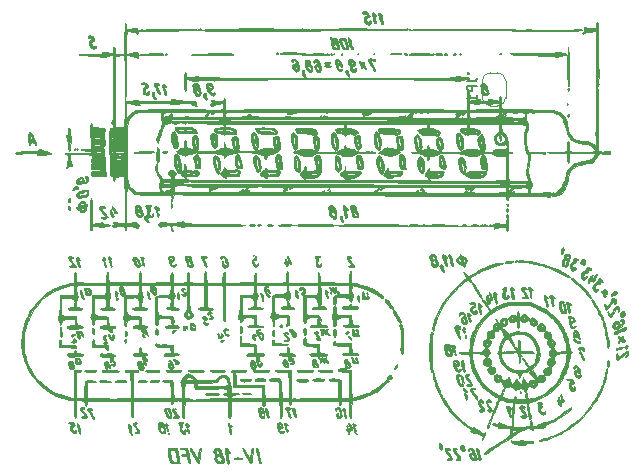
<source format=gbr>
G04 #@! TF.GenerationSoftware,KiCad,Pcbnew,6.0.0-unknown-r16460-346495ae*
G04 #@! TF.CreationDate,2019-10-14T21:20:07+03:00*
G04 #@! TF.ProjectId,vfd-ps,7666642d-7073-42e6-9b69-6361645f7063,B*
G04 #@! TF.SameCoordinates,Original*
G04 #@! TF.FileFunction,Legend,Bot*
G04 #@! TF.FilePolarity,Positive*
%FSLAX46Y46*%
G04 Gerber Fmt 4.6, Leading zero omitted, Abs format (unit mm)*
G04 Created by KiCad (PCBNEW 6.0.0-unknown-r16460-346495ae) date 2019-10-14 21:20:07*
%MOMM*%
%LPD*%
G04 APERTURE LIST*
%ADD10C,0.120000*%
%ADD11C,0.010000*%
%ADD12C,0.150000*%
G04 APERTURE END LIST*
D10*
X160417000Y-83755000D02*
X160417000Y-85155000D01*
X161117000Y-85855000D02*
X161717000Y-85855000D01*
X162417000Y-85155000D02*
X162417000Y-83755000D01*
X161717000Y-83055000D02*
X161117000Y-83055000D01*
X161117000Y-83055000D02*
G75*
G03X160417000Y-83755000I0J-700000D01*
G01*
X162417000Y-83755000D02*
G75*
G03X161717000Y-83055000I-700000J0D01*
G01*
X161717000Y-85855000D02*
G75*
G03X162417000Y-85155000I0J700000D01*
G01*
X160417000Y-85155000D02*
G75*
G03X161117000Y-85855000I700000J0D01*
G01*
D11*
G36*
X135031303Y-87639971D02*
G01*
X134768831Y-87653696D01*
X134556468Y-87672403D01*
X134424730Y-87693032D01*
X134398249Y-87703473D01*
X134389623Y-87790469D01*
X134448338Y-87920822D01*
X134547276Y-88052997D01*
X134659320Y-88145459D01*
X134696832Y-88160811D01*
X134841693Y-88183081D01*
X135053656Y-88196236D01*
X135301168Y-88200793D01*
X135552677Y-88197267D01*
X135776628Y-88186176D01*
X135941468Y-88168035D01*
X136015644Y-88143360D01*
X136017000Y-88139209D01*
X135954098Y-88074877D01*
X135766295Y-88024671D01*
X135545648Y-87996662D01*
X135379930Y-87957368D01*
X135330010Y-87898272D01*
X135341036Y-87888804D01*
X135226604Y-87888804D01*
X135219886Y-87960613D01*
X135210941Y-87970393D01*
X135126411Y-87996677D01*
X134968534Y-88010418D01*
X134926917Y-88011000D01*
X134754316Y-87993859D01*
X134686311Y-87937656D01*
X134683500Y-87915750D01*
X134726079Y-87849066D01*
X134866702Y-87821997D01*
X134933753Y-87820500D01*
X135125649Y-87839084D01*
X135226604Y-87888804D01*
X135341036Y-87888804D01*
X135392832Y-87844331D01*
X135565341Y-87820501D01*
X135567209Y-87820500D01*
X135778244Y-87855907D01*
X135956497Y-87946687D01*
X136064516Y-88069674D01*
X136080500Y-88138000D01*
X136132382Y-88193243D01*
X136182544Y-88201500D01*
X136254263Y-88163629D01*
X136246044Y-88101056D01*
X136211707Y-87977719D01*
X136207500Y-87938735D01*
X136154369Y-87879773D01*
X136018663Y-87797357D01*
X135915122Y-87747525D01*
X135743634Y-87683023D01*
X135565544Y-87646845D01*
X135340914Y-87634133D01*
X135031303Y-87639971D01*
X135031303Y-87639971D01*
G37*
X135031303Y-87639971D02*
X134768831Y-87653696D01*
X134556468Y-87672403D01*
X134424730Y-87693032D01*
X134398249Y-87703473D01*
X134389623Y-87790469D01*
X134448338Y-87920822D01*
X134547276Y-88052997D01*
X134659320Y-88145459D01*
X134696832Y-88160811D01*
X134841693Y-88183081D01*
X135053656Y-88196236D01*
X135301168Y-88200793D01*
X135552677Y-88197267D01*
X135776628Y-88186176D01*
X135941468Y-88168035D01*
X136015644Y-88143360D01*
X136017000Y-88139209D01*
X135954098Y-88074877D01*
X135766295Y-88024671D01*
X135545648Y-87996662D01*
X135379930Y-87957368D01*
X135330010Y-87898272D01*
X135341036Y-87888804D01*
X135226604Y-87888804D01*
X135219886Y-87960613D01*
X135210941Y-87970393D01*
X135126411Y-87996677D01*
X134968534Y-88010418D01*
X134926917Y-88011000D01*
X134754316Y-87993859D01*
X134686311Y-87937656D01*
X134683500Y-87915750D01*
X134726079Y-87849066D01*
X134866702Y-87821997D01*
X134933753Y-87820500D01*
X135125649Y-87839084D01*
X135226604Y-87888804D01*
X135341036Y-87888804D01*
X135392832Y-87844331D01*
X135565341Y-87820501D01*
X135567209Y-87820500D01*
X135778244Y-87855907D01*
X135956497Y-87946687D01*
X136064516Y-88069674D01*
X136080500Y-88138000D01*
X136132382Y-88193243D01*
X136182544Y-88201500D01*
X136254263Y-88163629D01*
X136246044Y-88101056D01*
X136211707Y-87977719D01*
X136207500Y-87938735D01*
X136154369Y-87879773D01*
X136018663Y-87797357D01*
X135915122Y-87747525D01*
X135743634Y-87683023D01*
X135565544Y-87646845D01*
X135340914Y-87634133D01*
X135031303Y-87639971D01*
G36*
X141646742Y-87696809D02*
G01*
X141400192Y-87705840D01*
X141230208Y-87719247D01*
X141160966Y-87735686D01*
X141160500Y-87737195D01*
X141193210Y-87812987D01*
X141274605Y-87947603D01*
X141303375Y-87990761D01*
X141430774Y-88138206D01*
X141575215Y-88198160D01*
X141668500Y-88205650D01*
X141848906Y-88209906D01*
X142098785Y-88216027D01*
X142335250Y-88221959D01*
X142581628Y-88224861D01*
X142794164Y-88221480D01*
X142922625Y-88212958D01*
X143038871Y-88154037D01*
X143054912Y-88060101D01*
X142846042Y-88060101D01*
X142842636Y-88141844D01*
X142782630Y-88158383D01*
X142707666Y-88106737D01*
X142579739Y-88043087D01*
X142376908Y-88007808D01*
X142314840Y-88004847D01*
X142073752Y-88003320D01*
X141840614Y-88007120D01*
X141788049Y-88009094D01*
X141599401Y-87990496D01*
X141522516Y-87926119D01*
X141524599Y-87881647D01*
X141585552Y-87853189D01*
X141725664Y-87837204D01*
X141965219Y-87830150D01*
X142078017Y-87829125D01*
X142366950Y-87831060D01*
X142557396Y-87844273D01*
X142677695Y-87873494D01*
X142756192Y-87923451D01*
X142778395Y-87946002D01*
X142846042Y-88060101D01*
X143054912Y-88060101D01*
X143057991Y-88042073D01*
X142981671Y-87903809D01*
X142898187Y-87825108D01*
X142814195Y-87769150D01*
X142713728Y-87731582D01*
X142571046Y-87708846D01*
X142360410Y-87697387D01*
X142056077Y-87693648D01*
X141945687Y-87693500D01*
X141646742Y-87696809D01*
X141646742Y-87696809D01*
G37*
X141646742Y-87696809D02*
X141400192Y-87705840D01*
X141230208Y-87719247D01*
X141160966Y-87735686D01*
X141160500Y-87737195D01*
X141193210Y-87812987D01*
X141274605Y-87947603D01*
X141303375Y-87990761D01*
X141430774Y-88138206D01*
X141575215Y-88198160D01*
X141668500Y-88205650D01*
X141848906Y-88209906D01*
X142098785Y-88216027D01*
X142335250Y-88221959D01*
X142581628Y-88224861D01*
X142794164Y-88221480D01*
X142922625Y-88212958D01*
X143038871Y-88154037D01*
X143054912Y-88060101D01*
X142846042Y-88060101D01*
X142842636Y-88141844D01*
X142782630Y-88158383D01*
X142707666Y-88106737D01*
X142579739Y-88043087D01*
X142376908Y-88007808D01*
X142314840Y-88004847D01*
X142073752Y-88003320D01*
X141840614Y-88007120D01*
X141788049Y-88009094D01*
X141599401Y-87990496D01*
X141522516Y-87926119D01*
X141524599Y-87881647D01*
X141585552Y-87853189D01*
X141725664Y-87837204D01*
X141965219Y-87830150D01*
X142078017Y-87829125D01*
X142366950Y-87831060D01*
X142557396Y-87844273D01*
X142677695Y-87873494D01*
X142756192Y-87923451D01*
X142778395Y-87946002D01*
X142846042Y-88060101D01*
X143054912Y-88060101D01*
X143057991Y-88042073D01*
X142981671Y-87903809D01*
X142898187Y-87825108D01*
X142814195Y-87769150D01*
X142713728Y-87731582D01*
X142571046Y-87708846D01*
X142360410Y-87697387D01*
X142056077Y-87693648D01*
X141945687Y-87693500D01*
X141646742Y-87696809D01*
G36*
X145062861Y-87724111D02*
G01*
X144816342Y-87737161D01*
X144634050Y-87762499D01*
X144545324Y-87800530D01*
X144542422Y-87805797D01*
X144564734Y-87905272D01*
X144671989Y-88030143D01*
X144691460Y-88046647D01*
X144801613Y-88123238D01*
X144924777Y-88168936D01*
X145097246Y-88191568D01*
X145355314Y-88198957D01*
X145399125Y-88199216D01*
X145654959Y-88207540D01*
X145836549Y-88228039D01*
X145920126Y-88257728D01*
X145923000Y-88265000D01*
X145976602Y-88308406D01*
X146103085Y-88326456D01*
X146250968Y-88319538D01*
X146368770Y-88288040D01*
X146401481Y-88261390D01*
X146421298Y-88125743D01*
X146240500Y-88125743D01*
X146222979Y-88190366D01*
X146164300Y-88150700D01*
X146062505Y-88109085D01*
X145879498Y-88081407D01*
X145719800Y-88074500D01*
X145522080Y-88064564D01*
X145388582Y-88038773D01*
X145351500Y-88011000D01*
X145367686Y-88001654D01*
X145260061Y-88001654D01*
X145256250Y-88011000D01*
X145168499Y-88060603D01*
X145065750Y-88074500D01*
X144932781Y-88050530D01*
X144875250Y-88011000D01*
X144902297Y-87967981D01*
X145032275Y-87948043D01*
X145065750Y-87947500D01*
X145212231Y-87962324D01*
X145260061Y-88001654D01*
X145367686Y-88001654D01*
X145408070Y-87978337D01*
X145550833Y-87956866D01*
X145739368Y-87947866D01*
X145933257Y-87952616D01*
X146092079Y-87972395D01*
X146140057Y-87986043D01*
X146227768Y-88071716D01*
X146240500Y-88125743D01*
X146421298Y-88125743D01*
X146421723Y-88122839D01*
X146360722Y-87962469D01*
X146239464Y-87833816D01*
X146232004Y-87829057D01*
X146104431Y-87786722D01*
X145894392Y-87754655D01*
X145631225Y-87733262D01*
X145344268Y-87722946D01*
X145062861Y-87724111D01*
X145062861Y-87724111D01*
G37*
X145062861Y-87724111D02*
X144816342Y-87737161D01*
X144634050Y-87762499D01*
X144545324Y-87800530D01*
X144542422Y-87805797D01*
X144564734Y-87905272D01*
X144671989Y-88030143D01*
X144691460Y-88046647D01*
X144801613Y-88123238D01*
X144924777Y-88168936D01*
X145097246Y-88191568D01*
X145355314Y-88198957D01*
X145399125Y-88199216D01*
X145654959Y-88207540D01*
X145836549Y-88228039D01*
X145920126Y-88257728D01*
X145923000Y-88265000D01*
X145976602Y-88308406D01*
X146103085Y-88326456D01*
X146250968Y-88319538D01*
X146368770Y-88288040D01*
X146401481Y-88261390D01*
X146421298Y-88125743D01*
X146240500Y-88125743D01*
X146222979Y-88190366D01*
X146164300Y-88150700D01*
X146062505Y-88109085D01*
X145879498Y-88081407D01*
X145719800Y-88074500D01*
X145522080Y-88064564D01*
X145388582Y-88038773D01*
X145351500Y-88011000D01*
X145367686Y-88001654D01*
X145260061Y-88001654D01*
X145256250Y-88011000D01*
X145168499Y-88060603D01*
X145065750Y-88074500D01*
X144932781Y-88050530D01*
X144875250Y-88011000D01*
X144902297Y-87967981D01*
X145032275Y-87948043D01*
X145065750Y-87947500D01*
X145212231Y-87962324D01*
X145260061Y-88001654D01*
X145367686Y-88001654D01*
X145408070Y-87978337D01*
X145550833Y-87956866D01*
X145739368Y-87947866D01*
X145933257Y-87952616D01*
X146092079Y-87972395D01*
X146140057Y-87986043D01*
X146227768Y-88071716D01*
X146240500Y-88125743D01*
X146421298Y-88125743D01*
X146421723Y-88122839D01*
X146360722Y-87962469D01*
X146239464Y-87833816D01*
X146232004Y-87829057D01*
X146104431Y-87786722D01*
X145894392Y-87754655D01*
X145631225Y-87733262D01*
X145344268Y-87722946D01*
X145062861Y-87724111D01*
G36*
X152052716Y-87751797D02*
G01*
X151792321Y-87770820D01*
X151640418Y-87808129D01*
X151587975Y-87867540D01*
X151625961Y-87952869D01*
X151720916Y-88047167D01*
X151835213Y-88129072D01*
X151969420Y-88180950D01*
X152151277Y-88207221D01*
X152408525Y-88212309D01*
X152701625Y-88203511D01*
X152911014Y-88207259D01*
X153022015Y-88237290D01*
X153035000Y-88259132D01*
X153081330Y-88318455D01*
X153177242Y-88320500D01*
X153257250Y-88265000D01*
X153347235Y-88210769D01*
X153413803Y-88201500D01*
X153498878Y-88170394D01*
X153497604Y-88108176D01*
X153289000Y-88108176D01*
X153266114Y-88154606D01*
X153178956Y-88134392D01*
X153098610Y-88096786D01*
X152921894Y-88040414D01*
X152682070Y-88025720D01*
X152479485Y-88036532D01*
X152247118Y-88045667D01*
X152057452Y-88035701D01*
X151955500Y-88010351D01*
X151958483Y-87979669D01*
X152081903Y-87959536D01*
X152328301Y-87949650D01*
X152474182Y-87948472D01*
X152818562Y-87952325D01*
X153054198Y-87967522D01*
X153199107Y-87997593D01*
X153271303Y-88046069D01*
X153289000Y-88108176D01*
X153497604Y-88108176D01*
X153496830Y-88070410D01*
X153440348Y-87943769D01*
X153335510Y-87853755D01*
X153164058Y-87794832D01*
X152907736Y-87761469D01*
X152548289Y-87748130D01*
X152430632Y-87747242D01*
X152052716Y-87751797D01*
X152052716Y-87751797D01*
G37*
X152052716Y-87751797D02*
X151792321Y-87770820D01*
X151640418Y-87808129D01*
X151587975Y-87867540D01*
X151625961Y-87952869D01*
X151720916Y-88047167D01*
X151835213Y-88129072D01*
X151969420Y-88180950D01*
X152151277Y-88207221D01*
X152408525Y-88212309D01*
X152701625Y-88203511D01*
X152911014Y-88207259D01*
X153022015Y-88237290D01*
X153035000Y-88259132D01*
X153081330Y-88318455D01*
X153177242Y-88320500D01*
X153257250Y-88265000D01*
X153347235Y-88210769D01*
X153413803Y-88201500D01*
X153498878Y-88170394D01*
X153497604Y-88108176D01*
X153289000Y-88108176D01*
X153266114Y-88154606D01*
X153178956Y-88134392D01*
X153098610Y-88096786D01*
X152921894Y-88040414D01*
X152682070Y-88025720D01*
X152479485Y-88036532D01*
X152247118Y-88045667D01*
X152057452Y-88035701D01*
X151955500Y-88010351D01*
X151958483Y-87979669D01*
X152081903Y-87959536D01*
X152328301Y-87949650D01*
X152474182Y-87948472D01*
X152818562Y-87952325D01*
X153054198Y-87967522D01*
X153199107Y-87997593D01*
X153271303Y-88046069D01*
X153289000Y-88108176D01*
X153497604Y-88108176D01*
X153496830Y-88070410D01*
X153440348Y-87943769D01*
X153335510Y-87853755D01*
X153164058Y-87794832D01*
X152907736Y-87761469D01*
X152548289Y-87748130D01*
X152430632Y-87747242D01*
X152052716Y-87751797D01*
G36*
X134209616Y-88033055D02*
G01*
X134158545Y-88080954D01*
X134128167Y-88192287D01*
X134114240Y-88390838D01*
X134112000Y-88580507D01*
X134118798Y-88816916D01*
X134136869Y-88995130D01*
X134162726Y-89085164D01*
X134171283Y-89090500D01*
X134220664Y-89145415D01*
X134250658Y-89265125D01*
X134312395Y-89410066D01*
X134426779Y-89461580D01*
X134552625Y-89410081D01*
X134604125Y-89347392D01*
X134666107Y-89187072D01*
X134680095Y-89017428D01*
X134664741Y-88963500D01*
X134422198Y-88963500D01*
X134415463Y-89149117D01*
X134400814Y-89218159D01*
X134375203Y-89180958D01*
X134366000Y-89154000D01*
X134332759Y-88989678D01*
X134312128Y-88774324D01*
X134309803Y-88709500D01*
X134313993Y-88541862D01*
X134337040Y-88490616D01*
X134366000Y-88519000D01*
X134399682Y-88633427D01*
X134419617Y-88824096D01*
X134422198Y-88963500D01*
X134664741Y-88963500D01*
X134644321Y-88891786D01*
X134620000Y-88868250D01*
X134582644Y-88786614D01*
X134559818Y-88623883D01*
X134556500Y-88525094D01*
X134524862Y-88287781D01*
X134440610Y-88114040D01*
X134319734Y-88026555D01*
X134209616Y-88033055D01*
X134209616Y-88033055D01*
G37*
X134209616Y-88033055D02*
X134158545Y-88080954D01*
X134128167Y-88192287D01*
X134114240Y-88390838D01*
X134112000Y-88580507D01*
X134118798Y-88816916D01*
X134136869Y-88995130D01*
X134162726Y-89085164D01*
X134171283Y-89090500D01*
X134220664Y-89145415D01*
X134250658Y-89265125D01*
X134312395Y-89410066D01*
X134426779Y-89461580D01*
X134552625Y-89410081D01*
X134604125Y-89347392D01*
X134666107Y-89187072D01*
X134680095Y-89017428D01*
X134664741Y-88963500D01*
X134422198Y-88963500D01*
X134415463Y-89149117D01*
X134400814Y-89218159D01*
X134375203Y-89180958D01*
X134366000Y-89154000D01*
X134332759Y-88989678D01*
X134312128Y-88774324D01*
X134309803Y-88709500D01*
X134313993Y-88541862D01*
X134337040Y-88490616D01*
X134366000Y-88519000D01*
X134399682Y-88633427D01*
X134419617Y-88824096D01*
X134422198Y-88963500D01*
X134664741Y-88963500D01*
X134644321Y-88891786D01*
X134620000Y-88868250D01*
X134582644Y-88786614D01*
X134559818Y-88623883D01*
X134556500Y-88525094D01*
X134524862Y-88287781D01*
X134440610Y-88114040D01*
X134319734Y-88026555D01*
X134209616Y-88033055D01*
G36*
X137553785Y-88174292D02*
G01*
X137464685Y-88265095D01*
X137423014Y-88401343D01*
X137414000Y-88586962D01*
X137425523Y-88795048D01*
X137454724Y-88962619D01*
X137472865Y-89011986D01*
X137541437Y-89164058D01*
X137564528Y-89229221D01*
X137645220Y-89347067D01*
X137715419Y-89399393D01*
X137825752Y-89423608D01*
X137909506Y-89340909D01*
X137948429Y-89216885D01*
X137971673Y-89042875D01*
X137834647Y-89042875D01*
X137824875Y-89137015D01*
X137775838Y-89154000D01*
X137701340Y-89094722D01*
X137648304Y-88933277D01*
X137645258Y-88915875D01*
X137612105Y-88647922D01*
X137609812Y-88449030D01*
X137637793Y-88341328D01*
X137660790Y-88328500D01*
X137701561Y-88385233D01*
X137742238Y-88529621D01*
X137759657Y-88630125D01*
X137791899Y-88834445D01*
X137823689Y-88998883D01*
X137834647Y-89042875D01*
X137971673Y-89042875D01*
X137975833Y-89011741D01*
X137985500Y-88784930D01*
X137979186Y-88540397D01*
X137953712Y-88384175D01*
X137899285Y-88277920D01*
X137839535Y-88213510D01*
X137728587Y-88124002D01*
X137643788Y-88120251D01*
X137553785Y-88174292D01*
X137553785Y-88174292D01*
G37*
X137553785Y-88174292D02*
X137464685Y-88265095D01*
X137423014Y-88401343D01*
X137414000Y-88586962D01*
X137425523Y-88795048D01*
X137454724Y-88962619D01*
X137472865Y-89011986D01*
X137541437Y-89164058D01*
X137564528Y-89229221D01*
X137645220Y-89347067D01*
X137715419Y-89399393D01*
X137825752Y-89423608D01*
X137909506Y-89340909D01*
X137948429Y-89216885D01*
X137971673Y-89042875D01*
X137834647Y-89042875D01*
X137824875Y-89137015D01*
X137775838Y-89154000D01*
X137701340Y-89094722D01*
X137648304Y-88933277D01*
X137645258Y-88915875D01*
X137612105Y-88647922D01*
X137609812Y-88449030D01*
X137637793Y-88341328D01*
X137660790Y-88328500D01*
X137701561Y-88385233D01*
X137742238Y-88529621D01*
X137759657Y-88630125D01*
X137791899Y-88834445D01*
X137823689Y-88998883D01*
X137834647Y-89042875D01*
X137971673Y-89042875D01*
X137975833Y-89011741D01*
X137985500Y-88784930D01*
X137979186Y-88540397D01*
X137953712Y-88384175D01*
X137899285Y-88277920D01*
X137839535Y-88213510D01*
X137728587Y-88124002D01*
X137643788Y-88120251D01*
X137553785Y-88174292D01*
G36*
X140933309Y-88134648D02*
G01*
X140865497Y-88303335D01*
X140843925Y-88547575D01*
X140868986Y-88827857D01*
X140933969Y-89112128D01*
X141025848Y-89355980D01*
X141126122Y-89509692D01*
X141212240Y-89582921D01*
X141275938Y-89573468D01*
X141357196Y-89469591D01*
X141379937Y-89435131D01*
X141435890Y-89276883D01*
X141320423Y-89276883D01*
X141308116Y-89302717D01*
X141222432Y-89341458D01*
X141161647Y-89258496D01*
X141134397Y-89138125D01*
X141102562Y-88922579D01*
X141077498Y-88741250D01*
X141050978Y-88570910D01*
X141027104Y-88455500D01*
X141051907Y-88373018D01*
X141097000Y-88360250D01*
X141155093Y-88394461D01*
X141191038Y-88511551D01*
X141211399Y-88733200D01*
X141211703Y-88739053D01*
X141231601Y-88954492D01*
X141263038Y-89121388D01*
X141290527Y-89189396D01*
X141320423Y-89276883D01*
X141435890Y-89276883D01*
X141450593Y-89235300D01*
X141467276Y-88967088D01*
X141433138Y-88675541D01*
X141351335Y-88405704D01*
X141300823Y-88305069D01*
X141162480Y-88129407D01*
X141036139Y-88074636D01*
X140933309Y-88134648D01*
X140933309Y-88134648D01*
G37*
X140933309Y-88134648D02*
X140865497Y-88303335D01*
X140843925Y-88547575D01*
X140868986Y-88827857D01*
X140933969Y-89112128D01*
X141025848Y-89355980D01*
X141126122Y-89509692D01*
X141212240Y-89582921D01*
X141275938Y-89573468D01*
X141357196Y-89469591D01*
X141379937Y-89435131D01*
X141435890Y-89276883D01*
X141320423Y-89276883D01*
X141308116Y-89302717D01*
X141222432Y-89341458D01*
X141161647Y-89258496D01*
X141134397Y-89138125D01*
X141102562Y-88922579D01*
X141077498Y-88741250D01*
X141050978Y-88570910D01*
X141027104Y-88455500D01*
X141051907Y-88373018D01*
X141097000Y-88360250D01*
X141155093Y-88394461D01*
X141191038Y-88511551D01*
X141211399Y-88733200D01*
X141211703Y-88739053D01*
X141231601Y-88954492D01*
X141263038Y-89121388D01*
X141290527Y-89189396D01*
X141320423Y-89276883D01*
X141435890Y-89276883D01*
X141450593Y-89235300D01*
X141467276Y-88967088D01*
X141433138Y-88675541D01*
X141351335Y-88405704D01*
X141300823Y-88305069D01*
X141162480Y-88129407D01*
X141036139Y-88074636D01*
X140933309Y-88134648D01*
G36*
X144379722Y-88132066D02*
G01*
X144322441Y-88180813D01*
X144253924Y-88258725D01*
X144220242Y-88358419D01*
X144215217Y-88516186D01*
X144229288Y-88728153D01*
X144287092Y-89090578D01*
X144389511Y-89360157D01*
X144400718Y-89379028D01*
X144489115Y-89516091D01*
X144545668Y-89592680D01*
X144553088Y-89598500D01*
X144602909Y-89557514D01*
X144674909Y-89482374D01*
X144742210Y-89352878D01*
X144774928Y-89138603D01*
X144779965Y-88958598D01*
X144600706Y-88958598D01*
X144598340Y-89185750D01*
X144577151Y-89261336D01*
X144539668Y-89237425D01*
X144494634Y-89139027D01*
X144450795Y-88991149D01*
X144416894Y-88818804D01*
X144401674Y-88646999D01*
X144401543Y-88622866D01*
X144405238Y-88437254D01*
X144418109Y-88362708D01*
X144448598Y-88383296D01*
X144490232Y-88455500D01*
X144564153Y-88673440D01*
X144600706Y-88958598D01*
X144779965Y-88958598D01*
X144780000Y-88957365D01*
X144769198Y-88699405D01*
X144727778Y-88513745D01*
X144642220Y-88346843D01*
X144615692Y-88306679D01*
X144512497Y-88162125D01*
X144445230Y-88108809D01*
X144379722Y-88132066D01*
X144379722Y-88132066D01*
G37*
X144379722Y-88132066D02*
X144322441Y-88180813D01*
X144253924Y-88258725D01*
X144220242Y-88358419D01*
X144215217Y-88516186D01*
X144229288Y-88728153D01*
X144287092Y-89090578D01*
X144389511Y-89360157D01*
X144400718Y-89379028D01*
X144489115Y-89516091D01*
X144545668Y-89592680D01*
X144553088Y-89598500D01*
X144602909Y-89557514D01*
X144674909Y-89482374D01*
X144742210Y-89352878D01*
X144774928Y-89138603D01*
X144779965Y-88958598D01*
X144600706Y-88958598D01*
X144598340Y-89185750D01*
X144577151Y-89261336D01*
X144539668Y-89237425D01*
X144494634Y-89139027D01*
X144450795Y-88991149D01*
X144416894Y-88818804D01*
X144401674Y-88646999D01*
X144401543Y-88622866D01*
X144405238Y-88437254D01*
X144418109Y-88362708D01*
X144448598Y-88383296D01*
X144490232Y-88455500D01*
X144564153Y-88673440D01*
X144600706Y-88958598D01*
X144779965Y-88958598D01*
X144780000Y-88957365D01*
X144769198Y-88699405D01*
X144727778Y-88513745D01*
X144642220Y-88346843D01*
X144615692Y-88306679D01*
X144512497Y-88162125D01*
X144445230Y-88108809D01*
X144379722Y-88132066D01*
G36*
X146236244Y-88452346D02*
G01*
X146110911Y-88531722D01*
X146080407Y-88586734D01*
X146065018Y-88748471D01*
X146091115Y-88959764D01*
X146147825Y-89185514D01*
X146224277Y-89390619D01*
X146309599Y-89539978D01*
X146392919Y-89598492D01*
X146393786Y-89598500D01*
X146501539Y-89557492D01*
X146545300Y-89522300D01*
X146592575Y-89408597D01*
X146617902Y-89213431D01*
X146618346Y-89187767D01*
X146413754Y-89187767D01*
X146405462Y-89283255D01*
X146391508Y-89281000D01*
X146336948Y-89146623D01*
X146293699Y-89052351D01*
X146253193Y-88904411D01*
X146256336Y-88757181D01*
X146298192Y-88658718D01*
X146335750Y-88642754D01*
X146371874Y-88701369D01*
X146400138Y-88851334D01*
X146412026Y-89010394D01*
X146413754Y-89187767D01*
X146618346Y-89187767D01*
X146621940Y-88980312D01*
X146605346Y-88752746D01*
X146568779Y-88574245D01*
X146529835Y-88499906D01*
X146395037Y-88438041D01*
X146236244Y-88452346D01*
X146236244Y-88452346D01*
G37*
X146236244Y-88452346D02*
X146110911Y-88531722D01*
X146080407Y-88586734D01*
X146065018Y-88748471D01*
X146091115Y-88959764D01*
X146147825Y-89185514D01*
X146224277Y-89390619D01*
X146309599Y-89539978D01*
X146392919Y-89598492D01*
X146393786Y-89598500D01*
X146501539Y-89557492D01*
X146545300Y-89522300D01*
X146592575Y-89408597D01*
X146617902Y-89213431D01*
X146618346Y-89187767D01*
X146413754Y-89187767D01*
X146405462Y-89283255D01*
X146391508Y-89281000D01*
X146336948Y-89146623D01*
X146293699Y-89052351D01*
X146253193Y-88904411D01*
X146256336Y-88757181D01*
X146298192Y-88658718D01*
X146335750Y-88642754D01*
X146371874Y-88701369D01*
X146400138Y-88851334D01*
X146412026Y-89010394D01*
X146413754Y-89187767D01*
X146618346Y-89187767D01*
X146621940Y-88980312D01*
X146605346Y-88752746D01*
X146568779Y-88574245D01*
X146529835Y-88499906D01*
X146395037Y-88438041D01*
X146236244Y-88452346D01*
G36*
X149943090Y-88317663D02*
G01*
X149803284Y-88364457D01*
X149766274Y-88380532D01*
X149549455Y-88478807D01*
X149586013Y-88895778D01*
X149634041Y-89180511D01*
X149715154Y-89400305D01*
X149817223Y-89542487D01*
X149928115Y-89594382D01*
X150035699Y-89543314D01*
X150103808Y-89436762D01*
X150167840Y-89232072D01*
X150166099Y-89147046D01*
X149957364Y-89147046D01*
X149950364Y-89274527D01*
X149916937Y-89286856D01*
X149864525Y-89179991D01*
X149806595Y-88975710D01*
X149764242Y-88765675D01*
X149746234Y-88607386D01*
X149754747Y-88539586D01*
X149814858Y-88523305D01*
X149866730Y-88612164D01*
X149914833Y-88815549D01*
X149930493Y-88908452D01*
X149957364Y-89147046D01*
X150166099Y-89147046D01*
X150164514Y-89069713D01*
X150114000Y-88995250D01*
X150076604Y-88913595D01*
X150053786Y-88750917D01*
X150050500Y-88652835D01*
X150044013Y-88468056D01*
X150027541Y-88342598D01*
X150016796Y-88315962D01*
X149943090Y-88317663D01*
X149943090Y-88317663D01*
G37*
X149943090Y-88317663D02*
X149803284Y-88364457D01*
X149766274Y-88380532D01*
X149549455Y-88478807D01*
X149586013Y-88895778D01*
X149634041Y-89180511D01*
X149715154Y-89400305D01*
X149817223Y-89542487D01*
X149928115Y-89594382D01*
X150035699Y-89543314D01*
X150103808Y-89436762D01*
X150167840Y-89232072D01*
X150166099Y-89147046D01*
X149957364Y-89147046D01*
X149950364Y-89274527D01*
X149916937Y-89286856D01*
X149864525Y-89179991D01*
X149806595Y-88975710D01*
X149764242Y-88765675D01*
X149746234Y-88607386D01*
X149754747Y-88539586D01*
X149814858Y-88523305D01*
X149866730Y-88612164D01*
X149914833Y-88815549D01*
X149930493Y-88908452D01*
X149957364Y-89147046D01*
X150166099Y-89147046D01*
X150164514Y-89069713D01*
X150114000Y-88995250D01*
X150076604Y-88913595D01*
X150053786Y-88750917D01*
X150050500Y-88652835D01*
X150044013Y-88468056D01*
X150027541Y-88342598D01*
X150016796Y-88315962D01*
X149943090Y-88317663D01*
G36*
X151358412Y-88100482D02*
G01*
X151323166Y-88153875D01*
X151277257Y-88291789D01*
X151252602Y-88498955D01*
X151249130Y-88730793D01*
X151266770Y-88942725D01*
X151305452Y-89090172D01*
X151324703Y-89119075D01*
X151378652Y-89232681D01*
X151384000Y-89279587D01*
X151431383Y-89392762D01*
X151540150Y-89513517D01*
X151660228Y-89590988D01*
X151697947Y-89598500D01*
X151761908Y-89546121D01*
X151796570Y-89472068D01*
X151813884Y-89342708D01*
X151800454Y-89286991D01*
X151810741Y-89216628D01*
X151830005Y-89206415D01*
X151833578Y-89199389D01*
X151666787Y-89199389D01*
X151659204Y-89297412D01*
X151657498Y-89300825D01*
X151606271Y-89319580D01*
X151554499Y-89227000D01*
X151507464Y-89038617D01*
X151470444Y-88769963D01*
X151467832Y-88742893D01*
X151455133Y-88488680D01*
X151470447Y-88354121D01*
X151505721Y-88337102D01*
X151552899Y-88435505D01*
X151603928Y-88647214D01*
X151626864Y-88784671D01*
X151655281Y-89016237D01*
X151666787Y-89199389D01*
X151833578Y-89199389D01*
X151867209Y-89133270D01*
X151868911Y-88975200D01*
X151841767Y-88767078D01*
X151792435Y-88543778D01*
X151727572Y-88340172D01*
X151653835Y-88191134D01*
X151630606Y-88161878D01*
X151510100Y-88045505D01*
X151432343Y-88025378D01*
X151358412Y-88100482D01*
X151358412Y-88100482D01*
G37*
X151358412Y-88100482D02*
X151323166Y-88153875D01*
X151277257Y-88291789D01*
X151252602Y-88498955D01*
X151249130Y-88730793D01*
X151266770Y-88942725D01*
X151305452Y-89090172D01*
X151324703Y-89119075D01*
X151378652Y-89232681D01*
X151384000Y-89279587D01*
X151431383Y-89392762D01*
X151540150Y-89513517D01*
X151660228Y-89590988D01*
X151697947Y-89598500D01*
X151761908Y-89546121D01*
X151796570Y-89472068D01*
X151813884Y-89342708D01*
X151800454Y-89286991D01*
X151810741Y-89216628D01*
X151830005Y-89206415D01*
X151833578Y-89199389D01*
X151666787Y-89199389D01*
X151659204Y-89297412D01*
X151657498Y-89300825D01*
X151606271Y-89319580D01*
X151554499Y-89227000D01*
X151507464Y-89038617D01*
X151470444Y-88769963D01*
X151467832Y-88742893D01*
X151455133Y-88488680D01*
X151470447Y-88354121D01*
X151505721Y-88337102D01*
X151552899Y-88435505D01*
X151603928Y-88647214D01*
X151626864Y-88784671D01*
X151655281Y-89016237D01*
X151666787Y-89199389D01*
X151833578Y-89199389D01*
X151867209Y-89133270D01*
X151868911Y-88975200D01*
X151841767Y-88767078D01*
X151792435Y-88543778D01*
X151727572Y-88340172D01*
X151653835Y-88191134D01*
X151630606Y-88161878D01*
X151510100Y-88045505D01*
X151432343Y-88025378D01*
X151358412Y-88100482D01*
G36*
X158281391Y-88190697D02*
G01*
X158219471Y-88339196D01*
X158202015Y-88576693D01*
X158236507Y-88893894D01*
X158236901Y-88896100D01*
X158314830Y-89214405D01*
X158414490Y-89441219D01*
X158528212Y-89567271D01*
X158648324Y-89583289D01*
X158744551Y-89509815D01*
X158796589Y-89371554D01*
X158801816Y-89308050D01*
X158670155Y-89308050D01*
X158607043Y-89344486D01*
X158604928Y-89344500D01*
X158501942Y-89292947D01*
X158471044Y-89244056D01*
X158446857Y-89119680D01*
X158433453Y-88931592D01*
X158432500Y-88868348D01*
X158415041Y-88681301D01*
X158368959Y-88574329D01*
X158353125Y-88563979D01*
X158306943Y-88517824D01*
X158347593Y-88456270D01*
X158442583Y-88404493D01*
X158516540Y-88475415D01*
X158570535Y-88670335D01*
X158581161Y-88739472D01*
X158614700Y-88954853D01*
X158650526Y-89143015D01*
X158660414Y-89185706D01*
X158670155Y-89308050D01*
X158801816Y-89308050D01*
X158814531Y-89153574D01*
X158801510Y-88897576D01*
X158760662Y-88645262D01*
X158695118Y-88438334D01*
X158659060Y-88372107D01*
X158508672Y-88197859D01*
X158380287Y-88140487D01*
X158281391Y-88190697D01*
X158281391Y-88190697D01*
G37*
X158281391Y-88190697D02*
X158219471Y-88339196D01*
X158202015Y-88576693D01*
X158236507Y-88893894D01*
X158236901Y-88896100D01*
X158314830Y-89214405D01*
X158414490Y-89441219D01*
X158528212Y-89567271D01*
X158648324Y-89583289D01*
X158744551Y-89509815D01*
X158796589Y-89371554D01*
X158801816Y-89308050D01*
X158670155Y-89308050D01*
X158607043Y-89344486D01*
X158604928Y-89344500D01*
X158501942Y-89292947D01*
X158471044Y-89244056D01*
X158446857Y-89119680D01*
X158433453Y-88931592D01*
X158432500Y-88868348D01*
X158415041Y-88681301D01*
X158368959Y-88574329D01*
X158353125Y-88563979D01*
X158306943Y-88517824D01*
X158347593Y-88456270D01*
X158442583Y-88404493D01*
X158516540Y-88475415D01*
X158570535Y-88670335D01*
X158581161Y-88739472D01*
X158614700Y-88954853D01*
X158650526Y-89143015D01*
X158660414Y-89185706D01*
X158670155Y-89308050D01*
X158801816Y-89308050D01*
X158814531Y-89153574D01*
X158801510Y-88897576D01*
X158760662Y-88645262D01*
X158695118Y-88438334D01*
X158659060Y-88372107D01*
X158508672Y-88197859D01*
X158380287Y-88140487D01*
X158281391Y-88190697D01*
G36*
X147679943Y-88129571D02*
G01*
X147622838Y-88276978D01*
X147602628Y-88490003D01*
X147615643Y-88741934D01*
X147658215Y-89006055D01*
X147726674Y-89255652D01*
X147817354Y-89464011D01*
X147926584Y-89604416D01*
X147992995Y-89642914D01*
X148085998Y-89621809D01*
X148132007Y-89586593D01*
X148169178Y-89493170D01*
X148194504Y-89323009D01*
X148195965Y-89299322D01*
X148034796Y-89299322D01*
X148030007Y-89311827D01*
X147941429Y-89338973D01*
X147868135Y-89248125D01*
X147866544Y-89244056D01*
X147846209Y-89136985D01*
X147833697Y-88965885D01*
X147828911Y-88766111D01*
X147831751Y-88573020D01*
X147842120Y-88421966D01*
X147859920Y-88348306D01*
X147869029Y-88348361D01*
X147901411Y-88429490D01*
X147940537Y-88593306D01*
X147979922Y-88801003D01*
X148013083Y-89013776D01*
X148033535Y-89192817D01*
X148034796Y-89299322D01*
X148195965Y-89299322D01*
X148207496Y-89112483D01*
X148207664Y-88897963D01*
X148194521Y-88715822D01*
X148167577Y-88602432D01*
X148145500Y-88582500D01*
X148096655Y-88528474D01*
X148082000Y-88433591D01*
X148036447Y-88280963D01*
X147927750Y-88145304D01*
X147797855Y-88076100D01*
X147777610Y-88074500D01*
X147679943Y-88129571D01*
X147679943Y-88129571D01*
G37*
X147679943Y-88129571D02*
X147622838Y-88276978D01*
X147602628Y-88490003D01*
X147615643Y-88741934D01*
X147658215Y-89006055D01*
X147726674Y-89255652D01*
X147817354Y-89464011D01*
X147926584Y-89604416D01*
X147992995Y-89642914D01*
X148085998Y-89621809D01*
X148132007Y-89586593D01*
X148169178Y-89493170D01*
X148194504Y-89323009D01*
X148195965Y-89299322D01*
X148034796Y-89299322D01*
X148030007Y-89311827D01*
X147941429Y-89338973D01*
X147868135Y-89248125D01*
X147866544Y-89244056D01*
X147846209Y-89136985D01*
X147833697Y-88965885D01*
X147828911Y-88766111D01*
X147831751Y-88573020D01*
X147842120Y-88421966D01*
X147859920Y-88348306D01*
X147869029Y-88348361D01*
X147901411Y-88429490D01*
X147940537Y-88593306D01*
X147979922Y-88801003D01*
X148013083Y-89013776D01*
X148033535Y-89192817D01*
X148034796Y-89299322D01*
X148195965Y-89299322D01*
X148207496Y-89112483D01*
X148207664Y-88897963D01*
X148194521Y-88715822D01*
X148167577Y-88602432D01*
X148145500Y-88582500D01*
X148096655Y-88528474D01*
X148082000Y-88433591D01*
X148036447Y-88280963D01*
X147927750Y-88145304D01*
X147797855Y-88076100D01*
X147777610Y-88074500D01*
X147679943Y-88129571D01*
G36*
X153391076Y-88404666D02*
G01*
X153272463Y-88413430D01*
X153195834Y-88433830D01*
X153155354Y-88488095D01*
X153145187Y-88598452D01*
X153159497Y-88787131D01*
X153192449Y-89076360D01*
X153199272Y-89135276D01*
X153239105Y-89367324D01*
X153307116Y-89507493D01*
X153426246Y-89590798D01*
X153519755Y-89624418D01*
X153626907Y-89630628D01*
X153684758Y-89543276D01*
X153696646Y-89500979D01*
X153711438Y-89356922D01*
X153711348Y-89177951D01*
X153563190Y-89177951D01*
X153558442Y-89266425D01*
X153499352Y-89341129D01*
X153431191Y-89306886D01*
X153389119Y-89201625D01*
X153331652Y-88883105D01*
X153313521Y-88675156D01*
X153334106Y-88567797D01*
X153348690Y-88553104D01*
X153404144Y-88577604D01*
X153447697Y-88691027D01*
X153494405Y-88889542D01*
X153533792Y-89028300D01*
X153563190Y-89177951D01*
X153711348Y-89177951D01*
X153711325Y-89133473D01*
X153696431Y-88877346D01*
X153694968Y-88860830D01*
X153651902Y-88385582D01*
X153391076Y-88404666D01*
X153391076Y-88404666D01*
G37*
X153391076Y-88404666D02*
X153272463Y-88413430D01*
X153195834Y-88433830D01*
X153155354Y-88488095D01*
X153145187Y-88598452D01*
X153159497Y-88787131D01*
X153192449Y-89076360D01*
X153199272Y-89135276D01*
X153239105Y-89367324D01*
X153307116Y-89507493D01*
X153426246Y-89590798D01*
X153519755Y-89624418D01*
X153626907Y-89630628D01*
X153684758Y-89543276D01*
X153696646Y-89500979D01*
X153711438Y-89356922D01*
X153711348Y-89177951D01*
X153563190Y-89177951D01*
X153558442Y-89266425D01*
X153499352Y-89341129D01*
X153431191Y-89306886D01*
X153389119Y-89201625D01*
X153331652Y-88883105D01*
X153313521Y-88675156D01*
X153334106Y-88567797D01*
X153348690Y-88553104D01*
X153404144Y-88577604D01*
X153447697Y-88691027D01*
X153494405Y-88889542D01*
X153533792Y-89028300D01*
X153563190Y-89177951D01*
X153711348Y-89177951D01*
X153711325Y-89133473D01*
X153696431Y-88877346D01*
X153694968Y-88860830D01*
X153651902Y-88385582D01*
X153391076Y-88404666D01*
G36*
X156747414Y-88497013D02*
G01*
X156700238Y-88513681D01*
X156596191Y-88566619D01*
X156545041Y-88648450D01*
X156528514Y-88799493D01*
X156527500Y-88894798D01*
X156554308Y-89130037D01*
X156624288Y-89356332D01*
X156721779Y-89540015D01*
X156831121Y-89647419D01*
X156884384Y-89662000D01*
X156975599Y-89610054D01*
X157044797Y-89508203D01*
X157079005Y-89340418D01*
X157078876Y-89182575D01*
X156907633Y-89182575D01*
X156892868Y-89335455D01*
X156854575Y-89376950D01*
X156803959Y-89317831D01*
X156752226Y-89168870D01*
X156718892Y-89001123D01*
X156702254Y-88799745D01*
X156731942Y-88699525D01*
X156753981Y-88684913D01*
X156829190Y-88712778D01*
X156881130Y-88853893D01*
X156906018Y-89096013D01*
X156907633Y-89182575D01*
X157078876Y-89182575D01*
X157078812Y-89105563D01*
X157049438Y-88856457D01*
X156996098Y-88645923D01*
X156950556Y-88554104D01*
X156867470Y-88484838D01*
X156747414Y-88497013D01*
X156747414Y-88497013D01*
G37*
X156747414Y-88497013D02*
X156700238Y-88513681D01*
X156596191Y-88566619D01*
X156545041Y-88648450D01*
X156528514Y-88799493D01*
X156527500Y-88894798D01*
X156554308Y-89130037D01*
X156624288Y-89356332D01*
X156721779Y-89540015D01*
X156831121Y-89647419D01*
X156884384Y-89662000D01*
X156975599Y-89610054D01*
X157044797Y-89508203D01*
X157079005Y-89340418D01*
X157078876Y-89182575D01*
X156907633Y-89182575D01*
X156892868Y-89335455D01*
X156854575Y-89376950D01*
X156803959Y-89317831D01*
X156752226Y-89168870D01*
X156718892Y-89001123D01*
X156702254Y-88799745D01*
X156731942Y-88699525D01*
X156753981Y-88684913D01*
X156829190Y-88712778D01*
X156881130Y-88853893D01*
X156906018Y-89096013D01*
X156907633Y-89182575D01*
X157078876Y-89182575D01*
X157078812Y-89105563D01*
X157049438Y-88856457D01*
X156996098Y-88645923D01*
X156950556Y-88554104D01*
X156867470Y-88484838D01*
X156747414Y-88497013D01*
G36*
X131659884Y-89666249D02*
G01*
X131468341Y-89684294D01*
X131356012Y-89714615D01*
X131346575Y-89721690D01*
X131252030Y-89761133D01*
X131078795Y-89794786D01*
X130968750Y-89806788D01*
X130919826Y-89814865D01*
X130984703Y-89821198D01*
X131150190Y-89825402D01*
X131403095Y-89827092D01*
X131643208Y-89826473D01*
X132034108Y-89821916D01*
X132311933Y-89812646D01*
X132490560Y-89797432D01*
X132583864Y-89775048D01*
X132605722Y-89744265D01*
X132604789Y-89741375D01*
X132531901Y-89706092D01*
X132366651Y-89680402D01*
X132143355Y-89664840D01*
X131896327Y-89659943D01*
X131659884Y-89666249D01*
X131659884Y-89666249D01*
G37*
X131659884Y-89666249D02*
X131468341Y-89684294D01*
X131356012Y-89714615D01*
X131346575Y-89721690D01*
X131252030Y-89761133D01*
X131078795Y-89794786D01*
X130968750Y-89806788D01*
X130919826Y-89814865D01*
X130984703Y-89821198D01*
X131150190Y-89825402D01*
X131403095Y-89827092D01*
X131643208Y-89826473D01*
X132034108Y-89821916D01*
X132311933Y-89812646D01*
X132490560Y-89797432D01*
X132583864Y-89775048D01*
X132605722Y-89744265D01*
X132604789Y-89741375D01*
X132531901Y-89706092D01*
X132366651Y-89680402D01*
X132143355Y-89664840D01*
X131896327Y-89659943D01*
X131659884Y-89666249D01*
G36*
X133389261Y-89690398D02*
G01*
X133350000Y-89757250D01*
X133401173Y-89830956D01*
X133530301Y-89843354D01*
X133651625Y-89810445D01*
X133729818Y-89749562D01*
X133698537Y-89693128D01*
X133574115Y-89662962D01*
X133540500Y-89662000D01*
X133389261Y-89690398D01*
X133389261Y-89690398D01*
G37*
X133389261Y-89690398D02*
X133350000Y-89757250D01*
X133401173Y-89830956D01*
X133530301Y-89843354D01*
X133651625Y-89810445D01*
X133729818Y-89749562D01*
X133698537Y-89693128D01*
X133574115Y-89662962D01*
X133540500Y-89662000D01*
X133389261Y-89690398D01*
G36*
X152371670Y-89402467D02*
G01*
X152278546Y-89461288D01*
X152210289Y-89471500D01*
X152069251Y-89514492D01*
X151993386Y-89569685D01*
X151864274Y-89671540D01*
X151718976Y-89759794D01*
X151624370Y-89822243D01*
X151632949Y-89851483D01*
X151644119Y-89852108D01*
X151765563Y-89879852D01*
X151932721Y-89947548D01*
X151961619Y-89961724D01*
X152243080Y-90048959D01*
X152580458Y-90072993D01*
X152919852Y-90034405D01*
X153178317Y-89948651D01*
X153339858Y-89859043D01*
X153390571Y-89820750D01*
X152844500Y-89820750D01*
X152812750Y-89852500D01*
X152781000Y-89820750D01*
X152791584Y-89810166D01*
X152251834Y-89810166D01*
X152243117Y-89847917D01*
X152209500Y-89852500D01*
X152157233Y-89829266D01*
X152167167Y-89810166D01*
X152242527Y-89802566D01*
X152251834Y-89810166D01*
X152791584Y-89810166D01*
X152812750Y-89789000D01*
X152844500Y-89820750D01*
X153390571Y-89820750D01*
X153443562Y-89780737D01*
X153460633Y-89756467D01*
X153422880Y-89693750D01*
X152654000Y-89693750D01*
X152622250Y-89725500D01*
X152590500Y-89693750D01*
X152622250Y-89662000D01*
X152654000Y-89693750D01*
X153422880Y-89693750D01*
X153421189Y-89690941D01*
X153293916Y-89614784D01*
X153115393Y-89542905D01*
X152922198Y-89490214D01*
X152761515Y-89471500D01*
X152596001Y-89451824D01*
X152485276Y-89404302D01*
X152483368Y-89402467D01*
X152406718Y-89367775D01*
X152371670Y-89402467D01*
X152371670Y-89402467D01*
G37*
X152371670Y-89402467D02*
X152278546Y-89461288D01*
X152210289Y-89471500D01*
X152069251Y-89514492D01*
X151993386Y-89569685D01*
X151864274Y-89671540D01*
X151718976Y-89759794D01*
X151624370Y-89822243D01*
X151632949Y-89851483D01*
X151644119Y-89852108D01*
X151765563Y-89879852D01*
X151932721Y-89947548D01*
X151961619Y-89961724D01*
X152243080Y-90048959D01*
X152580458Y-90072993D01*
X152919852Y-90034405D01*
X153178317Y-89948651D01*
X153339858Y-89859043D01*
X153390571Y-89820750D01*
X152844500Y-89820750D01*
X152812750Y-89852500D01*
X152781000Y-89820750D01*
X152791584Y-89810166D01*
X152251834Y-89810166D01*
X152243117Y-89847917D01*
X152209500Y-89852500D01*
X152157233Y-89829266D01*
X152167167Y-89810166D01*
X152242527Y-89802566D01*
X152251834Y-89810166D01*
X152791584Y-89810166D01*
X152812750Y-89789000D01*
X152844500Y-89820750D01*
X153390571Y-89820750D01*
X153443562Y-89780737D01*
X153460633Y-89756467D01*
X153422880Y-89693750D01*
X152654000Y-89693750D01*
X152622250Y-89725500D01*
X152590500Y-89693750D01*
X152622250Y-89662000D01*
X152654000Y-89693750D01*
X153422880Y-89693750D01*
X153421189Y-89690941D01*
X153293916Y-89614784D01*
X153115393Y-89542905D01*
X152922198Y-89490214D01*
X152761515Y-89471500D01*
X152596001Y-89451824D01*
X152485276Y-89404302D01*
X152483368Y-89402467D01*
X152406718Y-89367775D01*
X152371670Y-89402467D01*
G36*
X148735098Y-89319812D02*
G01*
X148728658Y-89360375D01*
X148688965Y-89490569D01*
X148584916Y-89534371D01*
X148538158Y-89536411D01*
X148363548Y-89576843D01*
X148209000Y-89662000D01*
X148126480Y-89714796D01*
X148021934Y-89750443D01*
X147870305Y-89772231D01*
X147646532Y-89783450D01*
X147325557Y-89787392D01*
X147252599Y-89787588D01*
X146914500Y-89786182D01*
X146678944Y-89778375D01*
X146521515Y-89760891D01*
X146417795Y-89730453D01*
X146409896Y-89725500D01*
X145796000Y-89725500D01*
X145741658Y-89773234D01*
X145637250Y-89789000D01*
X145517914Y-89767263D01*
X145478500Y-89725500D01*
X145224500Y-89725500D01*
X145176179Y-89787154D01*
X145161000Y-89789000D01*
X145099346Y-89740678D01*
X145097500Y-89725500D01*
X145145822Y-89663845D01*
X145161000Y-89662000D01*
X145222655Y-89710321D01*
X145224500Y-89725500D01*
X145478500Y-89725500D01*
X145532843Y-89677765D01*
X145637250Y-89662000D01*
X145756587Y-89683736D01*
X145796000Y-89725500D01*
X146409896Y-89725500D01*
X146343366Y-89683786D01*
X146318993Y-89662339D01*
X146229633Y-89598959D01*
X146106559Y-89558720D01*
X145919609Y-89535729D01*
X145638625Y-89524094D01*
X145607754Y-89523404D01*
X145275363Y-89525659D01*
X145054761Y-89548424D01*
X144957035Y-89586565D01*
X144847407Y-89636205D01*
X144674641Y-89661265D01*
X144640301Y-89662000D01*
X144472796Y-89685090D01*
X144400426Y-89737782D01*
X144430531Y-89795203D01*
X144570448Y-89832483D01*
X144589530Y-89834061D01*
X144779722Y-89888211D01*
X144918877Y-89976936D01*
X145087731Y-90063741D01*
X145334925Y-90108190D01*
X145619043Y-90110195D01*
X145898666Y-90069669D01*
X146132377Y-89986526D01*
X146145250Y-89979500D01*
X146253199Y-89927526D01*
X146376544Y-89891762D01*
X146540573Y-89869317D01*
X146770571Y-89857302D01*
X147091827Y-89852826D01*
X147256500Y-89852500D01*
X147628511Y-89855104D01*
X147898010Y-89864646D01*
X148089415Y-89883719D01*
X148227140Y-89914916D01*
X148335601Y-89960831D01*
X148349944Y-89968639D01*
X148570276Y-90073979D01*
X148775438Y-90120905D01*
X149028711Y-90122280D01*
X149087130Y-90118479D01*
X149321882Y-90075035D01*
X149547039Y-89993402D01*
X149581186Y-89975604D01*
X149691697Y-89924038D01*
X149824895Y-89888125D01*
X150005961Y-89864802D01*
X150260074Y-89851007D01*
X150612416Y-89843676D01*
X150671557Y-89842985D01*
X150968274Y-89837779D01*
X151194912Y-89829899D01*
X151334764Y-89820264D01*
X151371122Y-89809793D01*
X151352457Y-89805505D01*
X151202164Y-89763142D01*
X151116976Y-89704426D01*
X151055128Y-89665829D01*
X150994456Y-89708644D01*
X150897466Y-89751362D01*
X150833870Y-89716885D01*
X150708623Y-89681070D01*
X150638684Y-89696960D01*
X150510843Y-89729335D01*
X150314128Y-89755435D01*
X150209250Y-89763267D01*
X149987528Y-89760710D01*
X149873514Y-89725500D01*
X149479000Y-89725500D01*
X149422245Y-89763369D01*
X149278647Y-89786086D01*
X149193250Y-89789000D01*
X149022836Y-89776387D01*
X148920612Y-89744477D01*
X148907500Y-89725500D01*
X148717000Y-89725500D01*
X148665568Y-89781835D01*
X148621750Y-89789000D01*
X148537247Y-89754711D01*
X148526500Y-89725500D01*
X148577933Y-89669164D01*
X148621750Y-89662000D01*
X148706254Y-89696288D01*
X148717000Y-89725500D01*
X148907500Y-89725500D01*
X148964256Y-89687630D01*
X149107854Y-89664913D01*
X149193250Y-89662000D01*
X149363665Y-89674612D01*
X149465889Y-89706522D01*
X149479000Y-89725500D01*
X149873514Y-89725500D01*
X149839478Y-89714989D01*
X149749364Y-89647093D01*
X149556717Y-89539392D01*
X149260662Y-89485060D01*
X149052563Y-89459221D01*
X148941539Y-89417713D01*
X148897709Y-89348222D01*
X148895049Y-89334405D01*
X148848585Y-89218535D01*
X148784914Y-89215287D01*
X148735098Y-89319812D01*
X148735098Y-89319812D01*
G37*
X148735098Y-89319812D02*
X148728658Y-89360375D01*
X148688965Y-89490569D01*
X148584916Y-89534371D01*
X148538158Y-89536411D01*
X148363548Y-89576843D01*
X148209000Y-89662000D01*
X148126480Y-89714796D01*
X148021934Y-89750443D01*
X147870305Y-89772231D01*
X147646532Y-89783450D01*
X147325557Y-89787392D01*
X147252599Y-89787588D01*
X146914500Y-89786182D01*
X146678944Y-89778375D01*
X146521515Y-89760891D01*
X146417795Y-89730453D01*
X146409896Y-89725500D01*
X145796000Y-89725500D01*
X145741658Y-89773234D01*
X145637250Y-89789000D01*
X145517914Y-89767263D01*
X145478500Y-89725500D01*
X145224500Y-89725500D01*
X145176179Y-89787154D01*
X145161000Y-89789000D01*
X145099346Y-89740678D01*
X145097500Y-89725500D01*
X145145822Y-89663845D01*
X145161000Y-89662000D01*
X145222655Y-89710321D01*
X145224500Y-89725500D01*
X145478500Y-89725500D01*
X145532843Y-89677765D01*
X145637250Y-89662000D01*
X145756587Y-89683736D01*
X145796000Y-89725500D01*
X146409896Y-89725500D01*
X146343366Y-89683786D01*
X146318993Y-89662339D01*
X146229633Y-89598959D01*
X146106559Y-89558720D01*
X145919609Y-89535729D01*
X145638625Y-89524094D01*
X145607754Y-89523404D01*
X145275363Y-89525659D01*
X145054761Y-89548424D01*
X144957035Y-89586565D01*
X144847407Y-89636205D01*
X144674641Y-89661265D01*
X144640301Y-89662000D01*
X144472796Y-89685090D01*
X144400426Y-89737782D01*
X144430531Y-89795203D01*
X144570448Y-89832483D01*
X144589530Y-89834061D01*
X144779722Y-89888211D01*
X144918877Y-89976936D01*
X145087731Y-90063741D01*
X145334925Y-90108190D01*
X145619043Y-90110195D01*
X145898666Y-90069669D01*
X146132377Y-89986526D01*
X146145250Y-89979500D01*
X146253199Y-89927526D01*
X146376544Y-89891762D01*
X146540573Y-89869317D01*
X146770571Y-89857302D01*
X147091827Y-89852826D01*
X147256500Y-89852500D01*
X147628511Y-89855104D01*
X147898010Y-89864646D01*
X148089415Y-89883719D01*
X148227140Y-89914916D01*
X148335601Y-89960831D01*
X148349944Y-89968639D01*
X148570276Y-90073979D01*
X148775438Y-90120905D01*
X149028711Y-90122280D01*
X149087130Y-90118479D01*
X149321882Y-90075035D01*
X149547039Y-89993402D01*
X149581186Y-89975604D01*
X149691697Y-89924038D01*
X149824895Y-89888125D01*
X150005961Y-89864802D01*
X150260074Y-89851007D01*
X150612416Y-89843676D01*
X150671557Y-89842985D01*
X150968274Y-89837779D01*
X151194912Y-89829899D01*
X151334764Y-89820264D01*
X151371122Y-89809793D01*
X151352457Y-89805505D01*
X151202164Y-89763142D01*
X151116976Y-89704426D01*
X151055128Y-89665829D01*
X150994456Y-89708644D01*
X150897466Y-89751362D01*
X150833870Y-89716885D01*
X150708623Y-89681070D01*
X150638684Y-89696960D01*
X150510843Y-89729335D01*
X150314128Y-89755435D01*
X150209250Y-89763267D01*
X149987528Y-89760710D01*
X149873514Y-89725500D01*
X149479000Y-89725500D01*
X149422245Y-89763369D01*
X149278647Y-89786086D01*
X149193250Y-89789000D01*
X149022836Y-89776387D01*
X148920612Y-89744477D01*
X148907500Y-89725500D01*
X148717000Y-89725500D01*
X148665568Y-89781835D01*
X148621750Y-89789000D01*
X148537247Y-89754711D01*
X148526500Y-89725500D01*
X148577933Y-89669164D01*
X148621750Y-89662000D01*
X148706254Y-89696288D01*
X148717000Y-89725500D01*
X148907500Y-89725500D01*
X148964256Y-89687630D01*
X149107854Y-89664913D01*
X149193250Y-89662000D01*
X149363665Y-89674612D01*
X149465889Y-89706522D01*
X149479000Y-89725500D01*
X149873514Y-89725500D01*
X149839478Y-89714989D01*
X149749364Y-89647093D01*
X149556717Y-89539392D01*
X149260662Y-89485060D01*
X149052563Y-89459221D01*
X148941539Y-89417713D01*
X148897709Y-89348222D01*
X148895049Y-89334405D01*
X148848585Y-89218535D01*
X148784914Y-89215287D01*
X148735098Y-89319812D01*
G36*
X135932341Y-88423979D02*
G01*
X135874757Y-88538408D01*
X135861813Y-88730405D01*
X135889326Y-89020656D01*
X135896282Y-89071113D01*
X135927285Y-89328706D01*
X135928495Y-89476523D01*
X135897005Y-89528909D01*
X135829908Y-89500209D01*
X135812160Y-89486167D01*
X135692533Y-89430490D01*
X135540750Y-89397743D01*
X135424761Y-89374589D01*
X135365384Y-89315421D01*
X135339212Y-89184196D01*
X135330896Y-89074625D01*
X135307514Y-88898714D01*
X135269772Y-88790020D01*
X135247530Y-88773000D01*
X135198797Y-88824582D01*
X135194821Y-88884125D01*
X135200692Y-89026153D01*
X135198813Y-89201625D01*
X135177977Y-89346209D01*
X135111154Y-89401909D01*
X135042592Y-89408000D01*
X134887145Y-89453655D01*
X134778750Y-89535000D01*
X134658671Y-89630838D01*
X134567340Y-89662000D01*
X134522463Y-89684726D01*
X134568902Y-89763667D01*
X134620000Y-89820750D01*
X134823028Y-89955478D01*
X134967619Y-89979500D01*
X135132536Y-90002542D01*
X135242300Y-90055699D01*
X135305222Y-90099878D01*
X135318500Y-90055699D01*
X135377522Y-90003761D01*
X135540233Y-89979204D01*
X135588375Y-89978088D01*
X135786081Y-89953298D01*
X135958024Y-89891987D01*
X136078531Y-89810569D01*
X136121930Y-89725457D01*
X136080500Y-89663439D01*
X136051134Y-89638208D01*
X135644812Y-89638208D01*
X135560470Y-89649201D01*
X135540750Y-89649620D01*
X135438072Y-89643122D01*
X135151853Y-89643122D01*
X135064500Y-89651973D01*
X134974354Y-89641994D01*
X134985125Y-89619945D01*
X135115132Y-89611558D01*
X135143875Y-89619945D01*
X135151853Y-89643122D01*
X135438072Y-89643122D01*
X135432304Y-89642757D01*
X135422756Y-89622878D01*
X135428417Y-89620348D01*
X135554476Y-89607786D01*
X135618917Y-89617995D01*
X135644812Y-89638208D01*
X136051134Y-89638208D01*
X136021956Y-89613140D01*
X136081133Y-89599699D01*
X136096375Y-89599472D01*
X136189903Y-89649682D01*
X136207500Y-89726405D01*
X136213888Y-89777548D01*
X136246248Y-89812663D01*
X136324376Y-89834542D01*
X136468067Y-89845978D01*
X136697118Y-89849764D01*
X137031324Y-89848691D01*
X137072461Y-89848416D01*
X137457569Y-89850978D01*
X137750399Y-89863937D01*
X137938665Y-89886470D01*
X138005911Y-89911010D01*
X138110501Y-89955966D01*
X138280275Y-89978788D01*
X138315700Y-89979500D01*
X138473515Y-89988093D01*
X138543088Y-90035224D01*
X138563011Y-90152921D01*
X138564367Y-90185875D01*
X138575428Y-90301285D01*
X138595541Y-90291527D01*
X138602950Y-90265250D01*
X138676467Y-90093603D01*
X138808998Y-90004992D01*
X139030599Y-89979503D01*
X139034232Y-89979500D01*
X139245617Y-89956262D01*
X139340879Y-89887064D01*
X139341164Y-89886334D01*
X139417147Y-89846863D01*
X139535413Y-89827133D01*
X139068888Y-89827133D01*
X138981084Y-89837153D01*
X138938000Y-89837767D01*
X138865666Y-89833622D01*
X138453853Y-89833622D01*
X138366500Y-89842473D01*
X138276354Y-89832494D01*
X138287125Y-89810445D01*
X138417132Y-89802058D01*
X138445875Y-89810445D01*
X138453853Y-89833622D01*
X138865666Y-89833622D01*
X138822474Y-89831147D01*
X138808859Y-89814664D01*
X138826875Y-89808727D01*
X138987926Y-89798852D01*
X139049125Y-89808727D01*
X139068888Y-89827133D01*
X139535413Y-89827133D01*
X139593252Y-89817484D01*
X139843014Y-89798070D01*
X140139968Y-89788491D01*
X140457648Y-89788619D01*
X140769589Y-89798324D01*
X141049326Y-89817478D01*
X141270392Y-89845952D01*
X141406322Y-89883617D01*
X141426318Y-89896488D01*
X141561668Y-89963619D01*
X141745627Y-89997683D01*
X141759693Y-89998254D01*
X141911296Y-90013620D01*
X141974089Y-90068468D01*
X141986000Y-90182584D01*
X142016077Y-90324529D01*
X142081250Y-90360500D01*
X142156870Y-90303703D01*
X142176500Y-90170000D01*
X142185168Y-90051697D01*
X142234451Y-89996458D01*
X142359264Y-89980355D01*
X142454475Y-89979500D01*
X142669567Y-89955979D01*
X142804018Y-89892388D01*
X142811500Y-89884250D01*
X142898230Y-89824316D01*
X142544329Y-89824316D01*
X142468005Y-89834839D01*
X142398750Y-89836486D01*
X142268062Y-89831375D01*
X142261811Y-89828708D01*
X141931312Y-89828708D01*
X141846970Y-89839701D01*
X141827250Y-89840120D01*
X141718804Y-89833257D01*
X141709256Y-89813378D01*
X141714917Y-89810848D01*
X141840976Y-89798286D01*
X141905417Y-89808495D01*
X141931312Y-89828708D01*
X142261811Y-89828708D01*
X142234331Y-89816985D01*
X142255135Y-89808870D01*
X142407626Y-89797042D01*
X142509135Y-89807588D01*
X142544329Y-89824316D01*
X142898230Y-89824316D01*
X142928927Y-89803104D01*
X142995336Y-89789000D01*
X143091926Y-89737499D01*
X143165685Y-89646818D01*
X143101459Y-89646818D01*
X143039042Y-89656986D01*
X142956682Y-89645311D01*
X142956161Y-89633816D01*
X142544329Y-89633816D01*
X142468005Y-89644339D01*
X142398750Y-89645986D01*
X142268062Y-89640875D01*
X142234331Y-89626485D01*
X142251812Y-89619666D01*
X141901334Y-89619666D01*
X141892617Y-89657417D01*
X141859000Y-89662000D01*
X141806733Y-89638766D01*
X141816667Y-89619666D01*
X141892027Y-89612066D01*
X141901334Y-89619666D01*
X142251812Y-89619666D01*
X142255135Y-89618370D01*
X142407626Y-89606542D01*
X142509135Y-89617088D01*
X142544329Y-89633816D01*
X142956161Y-89633816D01*
X142955698Y-89623635D01*
X143040686Y-89608476D01*
X143077407Y-89618622D01*
X143101459Y-89646818D01*
X143165685Y-89646818D01*
X143195118Y-89610634D01*
X143212057Y-89581145D01*
X143277560Y-89420060D01*
X143298102Y-89236805D01*
X143290497Y-89126763D01*
X143058072Y-89126763D01*
X143043185Y-89274978D01*
X143012649Y-89343583D01*
X143007877Y-89344500D01*
X142972893Y-89286942D01*
X142941550Y-89137882D01*
X142924713Y-88979375D01*
X142915386Y-88731240D01*
X142927046Y-88580516D01*
X142957516Y-88536579D01*
X143004622Y-88608803D01*
X143008491Y-88618464D01*
X143040760Y-88757107D01*
X143057276Y-88940340D01*
X143058072Y-89126763D01*
X143290497Y-89126763D01*
X143281304Y-88993770D01*
X143248900Y-88769646D01*
X143209589Y-88585433D01*
X143181574Y-88503125D01*
X143071651Y-88406820D01*
X142912361Y-88410317D01*
X142780772Y-88478650D01*
X142722639Y-88530198D01*
X142695253Y-88597096D01*
X142697302Y-88709940D01*
X142727470Y-88899324D01*
X142756210Y-89050486D01*
X142801045Y-89293387D01*
X142818763Y-89435386D01*
X142809071Y-89499717D01*
X142771679Y-89509611D01*
X142750524Y-89504051D01*
X142530330Y-89463862D01*
X142252758Y-89452947D01*
X141967613Y-89469248D01*
X141724701Y-89510706D01*
X141611119Y-89551148D01*
X141492118Y-89599072D01*
X141338985Y-89631508D01*
X141126859Y-89651046D01*
X140830880Y-89660279D01*
X140547494Y-89662000D01*
X140164905Y-89657293D01*
X139901106Y-89642073D01*
X139748197Y-89614690D01*
X139698277Y-89573492D01*
X139743447Y-89516830D01*
X139769572Y-89499497D01*
X139809317Y-89406199D01*
X139800777Y-89270062D01*
X139605682Y-89270062D01*
X139569693Y-89338219D01*
X139537258Y-89344500D01*
X139475632Y-89301449D01*
X139448521Y-89160168D01*
X139446000Y-89063943D01*
X139437576Y-88867424D01*
X139416493Y-88714327D01*
X139407457Y-88682943D01*
X139407026Y-88598234D01*
X139437997Y-88582500D01*
X139486343Y-88607481D01*
X139525605Y-88696956D01*
X139562386Y-88872723D01*
X139596645Y-89106375D01*
X139605682Y-89270062D01*
X139800777Y-89270062D01*
X139798039Y-89226434D01*
X139797939Y-89225874D01*
X139764293Y-89013235D01*
X139730705Y-88764561D01*
X139722239Y-88693625D01*
X139684793Y-88493245D01*
X139615617Y-88404290D01*
X139489829Y-88411369D01*
X139353738Y-88465692D01*
X139265320Y-88509150D01*
X139215760Y-88559184D01*
X139200685Y-88644694D01*
X139215722Y-88794577D01*
X139256497Y-89037735D01*
X139262211Y-89070522D01*
X139325901Y-89342625D01*
X139407413Y-89509916D01*
X139466840Y-89567849D01*
X139548779Y-89636638D01*
X139523869Y-89661045D01*
X139499655Y-89662000D01*
X139430281Y-89636633D01*
X139068888Y-89636633D01*
X138981084Y-89646653D01*
X138938000Y-89647267D01*
X138930165Y-89646818D01*
X138465959Y-89646818D01*
X138403542Y-89656986D01*
X138321182Y-89645311D01*
X138320198Y-89623635D01*
X138405186Y-89608476D01*
X138441907Y-89618622D01*
X138465959Y-89646818D01*
X138930165Y-89646818D01*
X138822474Y-89640647D01*
X138808859Y-89624164D01*
X138826875Y-89618227D01*
X138987926Y-89608352D01*
X139049125Y-89618227D01*
X139068888Y-89636633D01*
X139430281Y-89636633D01*
X139375512Y-89616607D01*
X139319000Y-89566750D01*
X139204350Y-89502169D01*
X139028331Y-89471890D01*
X139006425Y-89471500D01*
X138788375Y-89441943D01*
X138664719Y-89339689D01*
X138614133Y-89144364D01*
X138610963Y-89093674D01*
X138603894Y-88968109D01*
X138594343Y-88952171D01*
X138577176Y-89052363D01*
X138563338Y-89154000D01*
X138531296Y-89331939D01*
X138479566Y-89419969D01*
X138380703Y-89454945D01*
X138334750Y-89460937D01*
X138157905Y-89508818D01*
X138035299Y-89579937D01*
X137952655Y-89626237D01*
X137813573Y-89655591D01*
X137595291Y-89670701D01*
X137275047Y-89674268D01*
X137241549Y-89674121D01*
X136864040Y-89672078D01*
X136596561Y-89669508D01*
X136422147Y-89664781D01*
X136323830Y-89656269D01*
X136284647Y-89642342D01*
X136287630Y-89621371D01*
X136315815Y-89591727D01*
X136321800Y-89585800D01*
X136363310Y-89480199D01*
X136390089Y-89278633D01*
X136392790Y-89201625D01*
X136244119Y-89201625D01*
X136243165Y-89311572D01*
X136208710Y-89344500D01*
X136155618Y-89291495D01*
X136144000Y-89221247D01*
X136114842Y-89099686D01*
X136080500Y-89058750D01*
X136038340Y-88979207D01*
X136019447Y-88841480D01*
X136024135Y-88697370D01*
X136052718Y-88598678D01*
X136077623Y-88582500D01*
X136125527Y-88638400D01*
X136168505Y-88777069D01*
X136176532Y-88820625D01*
X136210309Y-89020206D01*
X136241558Y-89188959D01*
X136244119Y-89201625D01*
X136392790Y-89201625D01*
X136398000Y-89053084D01*
X136374162Y-88706973D01*
X136302591Y-88478427D01*
X136183206Y-88367291D01*
X136038746Y-88366430D01*
X135932341Y-88423979D01*
X135932341Y-88423979D01*
G37*
X135932341Y-88423979D02*
X135874757Y-88538408D01*
X135861813Y-88730405D01*
X135889326Y-89020656D01*
X135896282Y-89071113D01*
X135927285Y-89328706D01*
X135928495Y-89476523D01*
X135897005Y-89528909D01*
X135829908Y-89500209D01*
X135812160Y-89486167D01*
X135692533Y-89430490D01*
X135540750Y-89397743D01*
X135424761Y-89374589D01*
X135365384Y-89315421D01*
X135339212Y-89184196D01*
X135330896Y-89074625D01*
X135307514Y-88898714D01*
X135269772Y-88790020D01*
X135247530Y-88773000D01*
X135198797Y-88824582D01*
X135194821Y-88884125D01*
X135200692Y-89026153D01*
X135198813Y-89201625D01*
X135177977Y-89346209D01*
X135111154Y-89401909D01*
X135042592Y-89408000D01*
X134887145Y-89453655D01*
X134778750Y-89535000D01*
X134658671Y-89630838D01*
X134567340Y-89662000D01*
X134522463Y-89684726D01*
X134568902Y-89763667D01*
X134620000Y-89820750D01*
X134823028Y-89955478D01*
X134967619Y-89979500D01*
X135132536Y-90002542D01*
X135242300Y-90055699D01*
X135305222Y-90099878D01*
X135318500Y-90055699D01*
X135377522Y-90003761D01*
X135540233Y-89979204D01*
X135588375Y-89978088D01*
X135786081Y-89953298D01*
X135958024Y-89891987D01*
X136078531Y-89810569D01*
X136121930Y-89725457D01*
X136080500Y-89663439D01*
X136051134Y-89638208D01*
X135644812Y-89638208D01*
X135560470Y-89649201D01*
X135540750Y-89649620D01*
X135438072Y-89643122D01*
X135151853Y-89643122D01*
X135064500Y-89651973D01*
X134974354Y-89641994D01*
X134985125Y-89619945D01*
X135115132Y-89611558D01*
X135143875Y-89619945D01*
X135151853Y-89643122D01*
X135438072Y-89643122D01*
X135432304Y-89642757D01*
X135422756Y-89622878D01*
X135428417Y-89620348D01*
X135554476Y-89607786D01*
X135618917Y-89617995D01*
X135644812Y-89638208D01*
X136051134Y-89638208D01*
X136021956Y-89613140D01*
X136081133Y-89599699D01*
X136096375Y-89599472D01*
X136189903Y-89649682D01*
X136207500Y-89726405D01*
X136213888Y-89777548D01*
X136246248Y-89812663D01*
X136324376Y-89834542D01*
X136468067Y-89845978D01*
X136697118Y-89849764D01*
X137031324Y-89848691D01*
X137072461Y-89848416D01*
X137457569Y-89850978D01*
X137750399Y-89863937D01*
X137938665Y-89886470D01*
X138005911Y-89911010D01*
X138110501Y-89955966D01*
X138280275Y-89978788D01*
X138315700Y-89979500D01*
X138473515Y-89988093D01*
X138543088Y-90035224D01*
X138563011Y-90152921D01*
X138564367Y-90185875D01*
X138575428Y-90301285D01*
X138595541Y-90291527D01*
X138602950Y-90265250D01*
X138676467Y-90093603D01*
X138808998Y-90004992D01*
X139030599Y-89979503D01*
X139034232Y-89979500D01*
X139245617Y-89956262D01*
X139340879Y-89887064D01*
X139341164Y-89886334D01*
X139417147Y-89846863D01*
X139535413Y-89827133D01*
X139068888Y-89827133D01*
X138981084Y-89837153D01*
X138938000Y-89837767D01*
X138865666Y-89833622D01*
X138453853Y-89833622D01*
X138366500Y-89842473D01*
X138276354Y-89832494D01*
X138287125Y-89810445D01*
X138417132Y-89802058D01*
X138445875Y-89810445D01*
X138453853Y-89833622D01*
X138865666Y-89833622D01*
X138822474Y-89831147D01*
X138808859Y-89814664D01*
X138826875Y-89808727D01*
X138987926Y-89798852D01*
X139049125Y-89808727D01*
X139068888Y-89827133D01*
X139535413Y-89827133D01*
X139593252Y-89817484D01*
X139843014Y-89798070D01*
X140139968Y-89788491D01*
X140457648Y-89788619D01*
X140769589Y-89798324D01*
X141049326Y-89817478D01*
X141270392Y-89845952D01*
X141406322Y-89883617D01*
X141426318Y-89896488D01*
X141561668Y-89963619D01*
X141745627Y-89997683D01*
X141759693Y-89998254D01*
X141911296Y-90013620D01*
X141974089Y-90068468D01*
X141986000Y-90182584D01*
X142016077Y-90324529D01*
X142081250Y-90360500D01*
X142156870Y-90303703D01*
X142176500Y-90170000D01*
X142185168Y-90051697D01*
X142234451Y-89996458D01*
X142359264Y-89980355D01*
X142454475Y-89979500D01*
X142669567Y-89955979D01*
X142804018Y-89892388D01*
X142811500Y-89884250D01*
X142898230Y-89824316D01*
X142544329Y-89824316D01*
X142468005Y-89834839D01*
X142398750Y-89836486D01*
X142268062Y-89831375D01*
X142261811Y-89828708D01*
X141931312Y-89828708D01*
X141846970Y-89839701D01*
X141827250Y-89840120D01*
X141718804Y-89833257D01*
X141709256Y-89813378D01*
X141714917Y-89810848D01*
X141840976Y-89798286D01*
X141905417Y-89808495D01*
X141931312Y-89828708D01*
X142261811Y-89828708D01*
X142234331Y-89816985D01*
X142255135Y-89808870D01*
X142407626Y-89797042D01*
X142509135Y-89807588D01*
X142544329Y-89824316D01*
X142898230Y-89824316D01*
X142928927Y-89803104D01*
X142995336Y-89789000D01*
X143091926Y-89737499D01*
X143165685Y-89646818D01*
X143101459Y-89646818D01*
X143039042Y-89656986D01*
X142956682Y-89645311D01*
X142956161Y-89633816D01*
X142544329Y-89633816D01*
X142468005Y-89644339D01*
X142398750Y-89645986D01*
X142268062Y-89640875D01*
X142234331Y-89626485D01*
X142251812Y-89619666D01*
X141901334Y-89619666D01*
X141892617Y-89657417D01*
X141859000Y-89662000D01*
X141806733Y-89638766D01*
X141816667Y-89619666D01*
X141892027Y-89612066D01*
X141901334Y-89619666D01*
X142251812Y-89619666D01*
X142255135Y-89618370D01*
X142407626Y-89606542D01*
X142509135Y-89617088D01*
X142544329Y-89633816D01*
X142956161Y-89633816D01*
X142955698Y-89623635D01*
X143040686Y-89608476D01*
X143077407Y-89618622D01*
X143101459Y-89646818D01*
X143165685Y-89646818D01*
X143195118Y-89610634D01*
X143212057Y-89581145D01*
X143277560Y-89420060D01*
X143298102Y-89236805D01*
X143290497Y-89126763D01*
X143058072Y-89126763D01*
X143043185Y-89274978D01*
X143012649Y-89343583D01*
X143007877Y-89344500D01*
X142972893Y-89286942D01*
X142941550Y-89137882D01*
X142924713Y-88979375D01*
X142915386Y-88731240D01*
X142927046Y-88580516D01*
X142957516Y-88536579D01*
X143004622Y-88608803D01*
X143008491Y-88618464D01*
X143040760Y-88757107D01*
X143057276Y-88940340D01*
X143058072Y-89126763D01*
X143290497Y-89126763D01*
X143281304Y-88993770D01*
X143248900Y-88769646D01*
X143209589Y-88585433D01*
X143181574Y-88503125D01*
X143071651Y-88406820D01*
X142912361Y-88410317D01*
X142780772Y-88478650D01*
X142722639Y-88530198D01*
X142695253Y-88597096D01*
X142697302Y-88709940D01*
X142727470Y-88899324D01*
X142756210Y-89050486D01*
X142801045Y-89293387D01*
X142818763Y-89435386D01*
X142809071Y-89499717D01*
X142771679Y-89509611D01*
X142750524Y-89504051D01*
X142530330Y-89463862D01*
X142252758Y-89452947D01*
X141967613Y-89469248D01*
X141724701Y-89510706D01*
X141611119Y-89551148D01*
X141492118Y-89599072D01*
X141338985Y-89631508D01*
X141126859Y-89651046D01*
X140830880Y-89660279D01*
X140547494Y-89662000D01*
X140164905Y-89657293D01*
X139901106Y-89642073D01*
X139748197Y-89614690D01*
X139698277Y-89573492D01*
X139743447Y-89516830D01*
X139769572Y-89499497D01*
X139809317Y-89406199D01*
X139800777Y-89270062D01*
X139605682Y-89270062D01*
X139569693Y-89338219D01*
X139537258Y-89344500D01*
X139475632Y-89301449D01*
X139448521Y-89160168D01*
X139446000Y-89063943D01*
X139437576Y-88867424D01*
X139416493Y-88714327D01*
X139407457Y-88682943D01*
X139407026Y-88598234D01*
X139437997Y-88582500D01*
X139486343Y-88607481D01*
X139525605Y-88696956D01*
X139562386Y-88872723D01*
X139596645Y-89106375D01*
X139605682Y-89270062D01*
X139800777Y-89270062D01*
X139798039Y-89226434D01*
X139797939Y-89225874D01*
X139764293Y-89013235D01*
X139730705Y-88764561D01*
X139722239Y-88693625D01*
X139684793Y-88493245D01*
X139615617Y-88404290D01*
X139489829Y-88411369D01*
X139353738Y-88465692D01*
X139265320Y-88509150D01*
X139215760Y-88559184D01*
X139200685Y-88644694D01*
X139215722Y-88794577D01*
X139256497Y-89037735D01*
X139262211Y-89070522D01*
X139325901Y-89342625D01*
X139407413Y-89509916D01*
X139466840Y-89567849D01*
X139548779Y-89636638D01*
X139523869Y-89661045D01*
X139499655Y-89662000D01*
X139430281Y-89636633D01*
X139068888Y-89636633D01*
X138981084Y-89646653D01*
X138938000Y-89647267D01*
X138930165Y-89646818D01*
X138465959Y-89646818D01*
X138403542Y-89656986D01*
X138321182Y-89645311D01*
X138320198Y-89623635D01*
X138405186Y-89608476D01*
X138441907Y-89618622D01*
X138465959Y-89646818D01*
X138930165Y-89646818D01*
X138822474Y-89640647D01*
X138808859Y-89624164D01*
X138826875Y-89618227D01*
X138987926Y-89608352D01*
X139049125Y-89618227D01*
X139068888Y-89636633D01*
X139430281Y-89636633D01*
X139375512Y-89616607D01*
X139319000Y-89566750D01*
X139204350Y-89502169D01*
X139028331Y-89471890D01*
X139006425Y-89471500D01*
X138788375Y-89441943D01*
X138664719Y-89339689D01*
X138614133Y-89144364D01*
X138610963Y-89093674D01*
X138603894Y-88968109D01*
X138594343Y-88952171D01*
X138577176Y-89052363D01*
X138563338Y-89154000D01*
X138531296Y-89331939D01*
X138479566Y-89419969D01*
X138380703Y-89454945D01*
X138334750Y-89460937D01*
X138157905Y-89508818D01*
X138035299Y-89579937D01*
X137952655Y-89626237D01*
X137813573Y-89655591D01*
X137595291Y-89670701D01*
X137275047Y-89674268D01*
X137241549Y-89674121D01*
X136864040Y-89672078D01*
X136596561Y-89669508D01*
X136422147Y-89664781D01*
X136323830Y-89656269D01*
X136284647Y-89642342D01*
X136287630Y-89621371D01*
X136315815Y-89591727D01*
X136321800Y-89585800D01*
X136363310Y-89480199D01*
X136390089Y-89278633D01*
X136392790Y-89201625D01*
X136244119Y-89201625D01*
X136243165Y-89311572D01*
X136208710Y-89344500D01*
X136155618Y-89291495D01*
X136144000Y-89221247D01*
X136114842Y-89099686D01*
X136080500Y-89058750D01*
X136038340Y-88979207D01*
X136019447Y-88841480D01*
X136024135Y-88697370D01*
X136052718Y-88598678D01*
X136077623Y-88582500D01*
X136125527Y-88638400D01*
X136168505Y-88777069D01*
X136176532Y-88820625D01*
X136210309Y-89020206D01*
X136241558Y-89188959D01*
X136244119Y-89201625D01*
X136392790Y-89201625D01*
X136398000Y-89053084D01*
X136374162Y-88706973D01*
X136302591Y-88478427D01*
X136183206Y-88367291D01*
X136038746Y-88366430D01*
X135932341Y-88423979D01*
G36*
X132888072Y-89425967D02*
G01*
X132856799Y-89614187D01*
X132842688Y-89912379D01*
X132842000Y-90011250D01*
X132851435Y-90347692D01*
X132879394Y-90564286D01*
X132925356Y-90659181D01*
X132988802Y-90630527D01*
X133008036Y-90602712D01*
X133028163Y-90506229D01*
X133040004Y-90321049D01*
X133043921Y-90085179D01*
X133040278Y-89836630D01*
X133029435Y-89613407D01*
X133011756Y-89453521D01*
X132996582Y-89401254D01*
X132935127Y-89353171D01*
X132888072Y-89425967D01*
X132888072Y-89425967D01*
G37*
X132888072Y-89425967D02*
X132856799Y-89614187D01*
X132842688Y-89912379D01*
X132842000Y-90011250D01*
X132851435Y-90347692D01*
X132879394Y-90564286D01*
X132925356Y-90659181D01*
X132988802Y-90630527D01*
X133008036Y-90602712D01*
X133028163Y-90506229D01*
X133040004Y-90321049D01*
X133043921Y-90085179D01*
X133040278Y-89836630D01*
X133029435Y-89613407D01*
X133011756Y-89453521D01*
X132996582Y-89401254D01*
X132935127Y-89353171D01*
X132888072Y-89425967D01*
G36*
X136082574Y-90009374D02*
G01*
X136081166Y-90010647D01*
X135988189Y-90146662D01*
X135954435Y-90302989D01*
X135987324Y-90428165D01*
X136017000Y-90455750D01*
X136053844Y-90537127D01*
X136076757Y-90700552D01*
X136080500Y-90808747D01*
X136087718Y-90998506D01*
X136117357Y-91092547D01*
X136181393Y-91121721D01*
X136202307Y-91122500D01*
X136357378Y-91141132D01*
X136418134Y-91158579D01*
X136519511Y-91160192D01*
X136547522Y-91137432D01*
X136560010Y-91049666D01*
X136559531Y-90872725D01*
X136548186Y-90676782D01*
X136394296Y-90676782D01*
X136393978Y-90833477D01*
X136372998Y-90955565D01*
X136338780Y-90995500D01*
X136274209Y-90943290D01*
X136248867Y-90884375D01*
X136202812Y-90674356D01*
X136175479Y-90463912D01*
X136169126Y-90288709D01*
X136186014Y-90184414D01*
X136203610Y-90170000D01*
X136258891Y-90222977D01*
X136271000Y-90293252D01*
X136300159Y-90414813D01*
X136334500Y-90455750D01*
X136374341Y-90534525D01*
X136394296Y-90676782D01*
X136548186Y-90676782D01*
X136546273Y-90643749D01*
X136544955Y-90627726D01*
X136514562Y-90365640D01*
X136469268Y-90193988D01*
X136397544Y-90076249D01*
X136357926Y-90035179D01*
X136249726Y-89943712D01*
X136176387Y-89936745D01*
X136082574Y-90009374D01*
X136082574Y-90009374D01*
G37*
X136082574Y-90009374D02*
X136081166Y-90010647D01*
X135988189Y-90146662D01*
X135954435Y-90302989D01*
X135987324Y-90428165D01*
X136017000Y-90455750D01*
X136053844Y-90537127D01*
X136076757Y-90700552D01*
X136080500Y-90808747D01*
X136087718Y-90998506D01*
X136117357Y-91092547D01*
X136181393Y-91121721D01*
X136202307Y-91122500D01*
X136357378Y-91141132D01*
X136418134Y-91158579D01*
X136519511Y-91160192D01*
X136547522Y-91137432D01*
X136560010Y-91049666D01*
X136559531Y-90872725D01*
X136548186Y-90676782D01*
X136394296Y-90676782D01*
X136393978Y-90833477D01*
X136372998Y-90955565D01*
X136338780Y-90995500D01*
X136274209Y-90943290D01*
X136248867Y-90884375D01*
X136202812Y-90674356D01*
X136175479Y-90463912D01*
X136169126Y-90288709D01*
X136186014Y-90184414D01*
X136203610Y-90170000D01*
X136258891Y-90222977D01*
X136271000Y-90293252D01*
X136300159Y-90414813D01*
X136334500Y-90455750D01*
X136374341Y-90534525D01*
X136394296Y-90676782D01*
X136548186Y-90676782D01*
X136546273Y-90643749D01*
X136544955Y-90627726D01*
X136514562Y-90365640D01*
X136469268Y-90193988D01*
X136397544Y-90076249D01*
X136357926Y-90035179D01*
X136249726Y-89943712D01*
X136176387Y-89936745D01*
X136082574Y-90009374D01*
G36*
X139632245Y-89960192D02*
G01*
X139602074Y-89981721D01*
X139547639Y-90052510D01*
X139519396Y-90170087D01*
X139513130Y-90363900D01*
X139519478Y-90558820D01*
X139533838Y-90794721D01*
X139551746Y-90976391D01*
X139569784Y-91070908D01*
X139573242Y-91076578D01*
X139674149Y-91119173D01*
X139825434Y-91144004D01*
X139969976Y-91146013D01*
X140050652Y-91120138D01*
X140051450Y-91118941D01*
X140061360Y-91029080D01*
X140051206Y-90850985D01*
X140031467Y-90689001D01*
X139894019Y-90689001D01*
X139881438Y-90845092D01*
X139841960Y-90962372D01*
X139795250Y-90995500D01*
X139723602Y-90945392D01*
X139700018Y-90787466D01*
X139700000Y-90781187D01*
X139687228Y-90560180D01*
X139660313Y-90368437D01*
X139649938Y-90217310D01*
X139692063Y-90170000D01*
X139750647Y-90222934D01*
X139763500Y-90293252D01*
X139792659Y-90414813D01*
X139827000Y-90455750D01*
X139876831Y-90542940D01*
X139894019Y-90689001D01*
X140031467Y-90689001D01*
X140023235Y-90621449D01*
X140019555Y-90597146D01*
X139949756Y-90272722D01*
X139859005Y-90054098D01*
X139751702Y-89947759D01*
X139632245Y-89960192D01*
X139632245Y-89960192D01*
G37*
X139632245Y-89960192D02*
X139602074Y-89981721D01*
X139547639Y-90052510D01*
X139519396Y-90170087D01*
X139513130Y-90363900D01*
X139519478Y-90558820D01*
X139533838Y-90794721D01*
X139551746Y-90976391D01*
X139569784Y-91070908D01*
X139573242Y-91076578D01*
X139674149Y-91119173D01*
X139825434Y-91144004D01*
X139969976Y-91146013D01*
X140050652Y-91120138D01*
X140051450Y-91118941D01*
X140061360Y-91029080D01*
X140051206Y-90850985D01*
X140031467Y-90689001D01*
X139894019Y-90689001D01*
X139881438Y-90845092D01*
X139841960Y-90962372D01*
X139795250Y-90995500D01*
X139723602Y-90945392D01*
X139700018Y-90787466D01*
X139700000Y-90781187D01*
X139687228Y-90560180D01*
X139660313Y-90368437D01*
X139649938Y-90217310D01*
X139692063Y-90170000D01*
X139750647Y-90222934D01*
X139763500Y-90293252D01*
X139792659Y-90414813D01*
X139827000Y-90455750D01*
X139876831Y-90542940D01*
X139894019Y-90689001D01*
X140031467Y-90689001D01*
X140023235Y-90621449D01*
X140019555Y-90597146D01*
X139949756Y-90272722D01*
X139859005Y-90054098D01*
X139751702Y-89947759D01*
X139632245Y-89960192D01*
G36*
X146382428Y-90054456D02*
G01*
X146253201Y-90119200D01*
X146188047Y-90253865D01*
X146186542Y-90417008D01*
X146236691Y-90522425D01*
X146275072Y-90617011D01*
X146305998Y-90790317D01*
X146316066Y-90900250D01*
X146335750Y-91217750D01*
X146578598Y-91237739D01*
X146821446Y-91257729D01*
X146789446Y-90877989D01*
X146619182Y-90877989D01*
X146607241Y-90970338D01*
X146562537Y-90986128D01*
X146551986Y-90983126D01*
X146488725Y-90903751D01*
X146437967Y-90731637D01*
X146423625Y-90641172D01*
X146411116Y-90434948D01*
X146428134Y-90295785D01*
X146468976Y-90244067D01*
X146521896Y-90289954D01*
X146552883Y-90388275D01*
X146586007Y-90564921D01*
X146602424Y-90685065D01*
X146619182Y-90877989D01*
X146789446Y-90877989D01*
X146776953Y-90729739D01*
X146749109Y-90476139D01*
X146714322Y-90267561D01*
X146678908Y-90139598D01*
X146669205Y-90122375D01*
X146545341Y-90054093D01*
X146382428Y-90054456D01*
X146382428Y-90054456D01*
G37*
X146382428Y-90054456D02*
X146253201Y-90119200D01*
X146188047Y-90253865D01*
X146186542Y-90417008D01*
X146236691Y-90522425D01*
X146275072Y-90617011D01*
X146305998Y-90790317D01*
X146316066Y-90900250D01*
X146335750Y-91217750D01*
X146578598Y-91237739D01*
X146821446Y-91257729D01*
X146789446Y-90877989D01*
X146619182Y-90877989D01*
X146607241Y-90970338D01*
X146562537Y-90986128D01*
X146551986Y-90983126D01*
X146488725Y-90903751D01*
X146437967Y-90731637D01*
X146423625Y-90641172D01*
X146411116Y-90434948D01*
X146428134Y-90295785D01*
X146468976Y-90244067D01*
X146521896Y-90289954D01*
X146552883Y-90388275D01*
X146586007Y-90564921D01*
X146602424Y-90685065D01*
X146619182Y-90877989D01*
X146789446Y-90877989D01*
X146776953Y-90729739D01*
X146749109Y-90476139D01*
X146714322Y-90267561D01*
X146678908Y-90139598D01*
X146669205Y-90122375D01*
X146545341Y-90054093D01*
X146382428Y-90054456D01*
G36*
X149893312Y-90055277D02*
G01*
X149782496Y-90133751D01*
X149763901Y-90172677D01*
X149747350Y-90342270D01*
X149768468Y-90588944D01*
X149822105Y-90870218D01*
X149869364Y-91043125D01*
X149934424Y-91188105D01*
X150034467Y-91243634D01*
X150120918Y-91249500D01*
X150272171Y-91219570D01*
X150344848Y-91154743D01*
X150353789Y-91036757D01*
X150338830Y-90865496D01*
X150125396Y-90865496D01*
X150104699Y-90978340D01*
X150052846Y-90968583D01*
X149985562Y-90865811D01*
X149945308Y-90726565D01*
X149935928Y-90552360D01*
X149954702Y-90391236D01*
X149998909Y-90291230D01*
X150018750Y-90279798D01*
X150057805Y-90329058D01*
X150094010Y-90471629D01*
X150114757Y-90630375D01*
X150125396Y-90865496D01*
X150338830Y-90865496D01*
X150336542Y-90839305D01*
X150300593Y-90605372D01*
X150253426Y-90377947D01*
X150202525Y-90200017D01*
X150165308Y-90123559D01*
X150039721Y-90049579D01*
X149893312Y-90055277D01*
X149893312Y-90055277D01*
G37*
X149893312Y-90055277D02*
X149782496Y-90133751D01*
X149763901Y-90172677D01*
X149747350Y-90342270D01*
X149768468Y-90588944D01*
X149822105Y-90870218D01*
X149869364Y-91043125D01*
X149934424Y-91188105D01*
X150034467Y-91243634D01*
X150120918Y-91249500D01*
X150272171Y-91219570D01*
X150344848Y-91154743D01*
X150353789Y-91036757D01*
X150338830Y-90865496D01*
X150125396Y-90865496D01*
X150104699Y-90978340D01*
X150052846Y-90968583D01*
X149985562Y-90865811D01*
X149945308Y-90726565D01*
X149935928Y-90552360D01*
X149954702Y-90391236D01*
X149998909Y-90291230D01*
X150018750Y-90279798D01*
X150057805Y-90329058D01*
X150094010Y-90471629D01*
X150114757Y-90630375D01*
X150125396Y-90865496D01*
X150338830Y-90865496D01*
X150336542Y-90839305D01*
X150300593Y-90605372D01*
X150253426Y-90377947D01*
X150202525Y-90200017D01*
X150165308Y-90123559D01*
X150039721Y-90049579D01*
X149893312Y-90055277D01*
G36*
X153424904Y-90052373D02*
G01*
X153396329Y-90270950D01*
X153393075Y-90555484D01*
X153409046Y-90867164D01*
X153450732Y-91072466D01*
X153528255Y-91191053D01*
X153651737Y-91242585D01*
X153750349Y-91249500D01*
X153942148Y-91249500D01*
X153926623Y-91022982D01*
X153707686Y-91022982D01*
X153696550Y-91036924D01*
X153693447Y-91027250D01*
X153637213Y-90893120D01*
X153600337Y-90839925D01*
X153567023Y-90745385D01*
X153546341Y-90572160D01*
X153543000Y-90462100D01*
X153552846Y-90271753D01*
X153578076Y-90196077D01*
X153612231Y-90224634D01*
X153648850Y-90346987D01*
X153681473Y-90552699D01*
X153696289Y-90709750D01*
X153707662Y-90906987D01*
X153707686Y-91022982D01*
X153926623Y-91022982D01*
X153906709Y-90732452D01*
X153882975Y-90461763D01*
X153849905Y-90282773D01*
X153797189Y-90160185D01*
X153714518Y-90058704D01*
X153708001Y-90052136D01*
X153576875Y-89949144D01*
X153483798Y-89947163D01*
X153424904Y-90052373D01*
X153424904Y-90052373D01*
G37*
X153424904Y-90052373D02*
X153396329Y-90270950D01*
X153393075Y-90555484D01*
X153409046Y-90867164D01*
X153450732Y-91072466D01*
X153528255Y-91191053D01*
X153651737Y-91242585D01*
X153750349Y-91249500D01*
X153942148Y-91249500D01*
X153926623Y-91022982D01*
X153707686Y-91022982D01*
X153696550Y-91036924D01*
X153693447Y-91027250D01*
X153637213Y-90893120D01*
X153600337Y-90839925D01*
X153567023Y-90745385D01*
X153546341Y-90572160D01*
X153543000Y-90462100D01*
X153552846Y-90271753D01*
X153578076Y-90196077D01*
X153612231Y-90224634D01*
X153648850Y-90346987D01*
X153681473Y-90552699D01*
X153696289Y-90709750D01*
X153707662Y-90906987D01*
X153707686Y-91022982D01*
X153926623Y-91022982D01*
X153906709Y-90732452D01*
X153882975Y-90461763D01*
X153849905Y-90282773D01*
X153797189Y-90160185D01*
X153714518Y-90058704D01*
X153708001Y-90052136D01*
X153576875Y-89949144D01*
X153483798Y-89947163D01*
X153424904Y-90052373D01*
G36*
X156808061Y-90126853D02*
G01*
X156752728Y-90299871D01*
X156739664Y-90548644D01*
X156750274Y-90682507D01*
X156782205Y-90898728D01*
X156827771Y-91027203D01*
X156906731Y-91107040D01*
X156987802Y-91152614D01*
X157128282Y-91222004D01*
X157199110Y-91239904D01*
X157246682Y-91206418D01*
X157290298Y-91153288D01*
X157325413Y-91031785D01*
X157321420Y-90883692D01*
X157091923Y-90883692D01*
X157068088Y-90984753D01*
X157044345Y-90995500D01*
X156995412Y-90939951D01*
X156972280Y-90804368D01*
X156972000Y-90785950D01*
X156950176Y-90617684D01*
X156897502Y-90501953D01*
X156895800Y-90500200D01*
X156852591Y-90413159D01*
X156894742Y-90348858D01*
X156964507Y-90301445D01*
X157013214Y-90336251D01*
X157049847Y-90468982D01*
X157078067Y-90669388D01*
X157091923Y-90883692D01*
X157321420Y-90883692D01*
X157320071Y-90833685D01*
X157281174Y-90600227D01*
X157215626Y-90372654D01*
X157130330Y-90192206D01*
X157129126Y-90190358D01*
X157006116Y-90059293D01*
X156895810Y-90042393D01*
X156808061Y-90126853D01*
X156808061Y-90126853D01*
G37*
X156808061Y-90126853D02*
X156752728Y-90299871D01*
X156739664Y-90548644D01*
X156750274Y-90682507D01*
X156782205Y-90898728D01*
X156827771Y-91027203D01*
X156906731Y-91107040D01*
X156987802Y-91152614D01*
X157128282Y-91222004D01*
X157199110Y-91239904D01*
X157246682Y-91206418D01*
X157290298Y-91153288D01*
X157325413Y-91031785D01*
X157321420Y-90883692D01*
X157091923Y-90883692D01*
X157068088Y-90984753D01*
X157044345Y-90995500D01*
X156995412Y-90939951D01*
X156972280Y-90804368D01*
X156972000Y-90785950D01*
X156950176Y-90617684D01*
X156897502Y-90501953D01*
X156895800Y-90500200D01*
X156852591Y-90413159D01*
X156894742Y-90348858D01*
X156964507Y-90301445D01*
X157013214Y-90336251D01*
X157049847Y-90468982D01*
X157078067Y-90669388D01*
X157091923Y-90883692D01*
X157321420Y-90883692D01*
X157320071Y-90833685D01*
X157281174Y-90600227D01*
X157215626Y-90372654D01*
X157130330Y-90192206D01*
X157129126Y-90190358D01*
X157006116Y-90059293D01*
X156895810Y-90042393D01*
X156808061Y-90126853D01*
G36*
X160368887Y-90046025D02*
G01*
X160284401Y-90185395D01*
X160235579Y-90355337D01*
X160238081Y-90506732D01*
X160277582Y-90710391D01*
X160319734Y-90938877D01*
X160324171Y-90963750D01*
X160362817Y-91127409D01*
X160428172Y-91204143D01*
X160561602Y-91233176D01*
X160613185Y-91237804D01*
X160857119Y-91257859D01*
X160830513Y-90968824D01*
X160618571Y-90968824D01*
X160613196Y-91062854D01*
X160585641Y-91066979D01*
X160549877Y-91024485D01*
X160500715Y-90893420D01*
X160471070Y-90687466D01*
X160466431Y-90554738D01*
X160476676Y-90362952D01*
X160500735Y-90287715D01*
X160532750Y-90320109D01*
X160566865Y-90451215D01*
X160597220Y-90672117D01*
X160605695Y-90766747D01*
X160618571Y-90968824D01*
X160830513Y-90968824D01*
X160811432Y-90761554D01*
X160783356Y-90525366D01*
X160749885Y-90344202D01*
X160717278Y-90250111D01*
X160710372Y-90244083D01*
X160658585Y-90171119D01*
X160655000Y-90140733D01*
X160610493Y-90032706D01*
X160565948Y-89984643D01*
X160469311Y-89968637D01*
X160368887Y-90046025D01*
X160368887Y-90046025D01*
G37*
X160368887Y-90046025D02*
X160284401Y-90185395D01*
X160235579Y-90355337D01*
X160238081Y-90506732D01*
X160277582Y-90710391D01*
X160319734Y-90938877D01*
X160324171Y-90963750D01*
X160362817Y-91127409D01*
X160428172Y-91204143D01*
X160561602Y-91233176D01*
X160613185Y-91237804D01*
X160857119Y-91257859D01*
X160830513Y-90968824D01*
X160618571Y-90968824D01*
X160613196Y-91062854D01*
X160585641Y-91066979D01*
X160549877Y-91024485D01*
X160500715Y-90893420D01*
X160471070Y-90687466D01*
X160466431Y-90554738D01*
X160476676Y-90362952D01*
X160500735Y-90287715D01*
X160532750Y-90320109D01*
X160566865Y-90451215D01*
X160597220Y-90672117D01*
X160605695Y-90766747D01*
X160618571Y-90968824D01*
X160830513Y-90968824D01*
X160811432Y-90761554D01*
X160783356Y-90525366D01*
X160749885Y-90344202D01*
X160717278Y-90250111D01*
X160710372Y-90244083D01*
X160658585Y-90171119D01*
X160655000Y-90140733D01*
X160610493Y-90032706D01*
X160565948Y-89984643D01*
X160469311Y-89968637D01*
X160368887Y-90046025D01*
G36*
X141119748Y-90112410D02*
G01*
X141044412Y-90275635D01*
X141034254Y-90389075D01*
X141053724Y-90585612D01*
X141102779Y-90826871D01*
X141169241Y-91067263D01*
X141240935Y-91261199D01*
X141290473Y-91348331D01*
X141421330Y-91433820D01*
X141555107Y-91395183D01*
X141599551Y-91351315D01*
X141647443Y-91220225D01*
X141649570Y-91195323D01*
X141514555Y-91195323D01*
X141469398Y-91249451D01*
X141393858Y-91193453D01*
X141359854Y-91138375D01*
X141320107Y-91011906D01*
X141292028Y-90827684D01*
X141277502Y-90624965D01*
X141278414Y-90443005D01*
X141296648Y-90321063D01*
X141319250Y-90292507D01*
X141366758Y-90344565D01*
X141412631Y-90483686D01*
X141428036Y-90561294D01*
X141466366Y-90789990D01*
X141503678Y-91005922D01*
X141510288Y-91043125D01*
X141514555Y-91195323D01*
X141649570Y-91195323D01*
X141665568Y-91008086D01*
X141656407Y-90756684D01*
X141622443Y-90507808D01*
X141566157Y-90303245D01*
X141533272Y-90235234D01*
X141392263Y-90083551D01*
X141245060Y-90045496D01*
X141119748Y-90112410D01*
X141119748Y-90112410D01*
G37*
X141119748Y-90112410D02*
X141044412Y-90275635D01*
X141034254Y-90389075D01*
X141053724Y-90585612D01*
X141102779Y-90826871D01*
X141169241Y-91067263D01*
X141240935Y-91261199D01*
X141290473Y-91348331D01*
X141421330Y-91433820D01*
X141555107Y-91395183D01*
X141599551Y-91351315D01*
X141647443Y-91220225D01*
X141649570Y-91195323D01*
X141514555Y-91195323D01*
X141469398Y-91249451D01*
X141393858Y-91193453D01*
X141359854Y-91138375D01*
X141320107Y-91011906D01*
X141292028Y-90827684D01*
X141277502Y-90624965D01*
X141278414Y-90443005D01*
X141296648Y-90321063D01*
X141319250Y-90292507D01*
X141366758Y-90344565D01*
X141412631Y-90483686D01*
X141428036Y-90561294D01*
X141466366Y-90789990D01*
X141503678Y-91005922D01*
X141510288Y-91043125D01*
X141514555Y-91195323D01*
X141649570Y-91195323D01*
X141665568Y-91008086D01*
X141656407Y-90756684D01*
X141622443Y-90507808D01*
X141566157Y-90303245D01*
X141533272Y-90235234D01*
X141392263Y-90083551D01*
X141245060Y-90045496D01*
X141119748Y-90112410D01*
G36*
X144576842Y-90082041D02*
G01*
X144504788Y-90208342D01*
X144468892Y-90435668D01*
X144462500Y-90650386D01*
X144470785Y-90917274D01*
X144501123Y-91096811D01*
X144561740Y-91227891D01*
X144594109Y-91272686D01*
X144738765Y-91401593D01*
X144876217Y-91433085D01*
X144978700Y-91364466D01*
X145002459Y-91312344D01*
X145026209Y-91134315D01*
X145013215Y-90902934D01*
X145004874Y-90852625D01*
X144842089Y-90852625D01*
X144829108Y-91070771D01*
X144794822Y-91170289D01*
X144749729Y-91149064D01*
X144704331Y-91004978D01*
X144684556Y-90884375D01*
X144653181Y-90656393D01*
X144622265Y-90447318D01*
X144613503Y-90392250D01*
X144582176Y-90201750D01*
X144711426Y-90360500D01*
X144803838Y-90533987D01*
X144840418Y-90776941D01*
X144842089Y-90852625D01*
X145004874Y-90852625D01*
X144971225Y-90649699D01*
X144907985Y-90406103D01*
X144831243Y-90203645D01*
X144748747Y-90073818D01*
X144690215Y-90043000D01*
X144576842Y-90082041D01*
X144576842Y-90082041D01*
G37*
X144576842Y-90082041D02*
X144504788Y-90208342D01*
X144468892Y-90435668D01*
X144462500Y-90650386D01*
X144470785Y-90917274D01*
X144501123Y-91096811D01*
X144561740Y-91227891D01*
X144594109Y-91272686D01*
X144738765Y-91401593D01*
X144876217Y-91433085D01*
X144978700Y-91364466D01*
X145002459Y-91312344D01*
X145026209Y-91134315D01*
X145013215Y-90902934D01*
X145004874Y-90852625D01*
X144842089Y-90852625D01*
X144829108Y-91070771D01*
X144794822Y-91170289D01*
X144749729Y-91149064D01*
X144704331Y-91004978D01*
X144684556Y-90884375D01*
X144653181Y-90656393D01*
X144622265Y-90447318D01*
X144613503Y-90392250D01*
X144582176Y-90201750D01*
X144711426Y-90360500D01*
X144803838Y-90533987D01*
X144840418Y-90776941D01*
X144842089Y-90852625D01*
X145004874Y-90852625D01*
X144971225Y-90649699D01*
X144907985Y-90406103D01*
X144831243Y-90203645D01*
X144748747Y-90073818D01*
X144690215Y-90043000D01*
X144576842Y-90082041D01*
G36*
X147989160Y-90076050D02*
G01*
X147951223Y-90130173D01*
X147931447Y-90244306D01*
X147924091Y-90443942D01*
X147923250Y-90623873D01*
X147928330Y-90908487D01*
X147947220Y-91097276D01*
X147985395Y-91221141D01*
X148044217Y-91306498D01*
X148190988Y-91421892D01*
X148313261Y-91413638D01*
X148404427Y-91303794D01*
X148442227Y-91143657D01*
X148443703Y-90913857D01*
X148272500Y-90913857D01*
X148268495Y-91113677D01*
X148252165Y-91206607D01*
X148217046Y-91212620D01*
X148185123Y-91183732D01*
X148132882Y-91073666D01*
X148085835Y-90882155D01*
X148059096Y-90693875D01*
X148046044Y-90463909D01*
X148058838Y-90327279D01*
X148082974Y-90297000D01*
X148133779Y-90350193D01*
X148145500Y-90424000D01*
X148172093Y-90527185D01*
X148209000Y-90551000D01*
X148243206Y-90608531D01*
X148266259Y-90757443D01*
X148272500Y-90913857D01*
X148443703Y-90913857D01*
X148443736Y-90908861D01*
X148413972Y-90644839D01*
X148357954Y-90397026D01*
X148284371Y-90216946D01*
X148158324Y-90078507D01*
X148050997Y-90056441D01*
X147989160Y-90076050D01*
X147989160Y-90076050D01*
G37*
X147989160Y-90076050D02*
X147951223Y-90130173D01*
X147931447Y-90244306D01*
X147924091Y-90443942D01*
X147923250Y-90623873D01*
X147928330Y-90908487D01*
X147947220Y-91097276D01*
X147985395Y-91221141D01*
X148044217Y-91306498D01*
X148190988Y-91421892D01*
X148313261Y-91413638D01*
X148404427Y-91303794D01*
X148442227Y-91143657D01*
X148443703Y-90913857D01*
X148272500Y-90913857D01*
X148268495Y-91113677D01*
X148252165Y-91206607D01*
X148217046Y-91212620D01*
X148185123Y-91183732D01*
X148132882Y-91073666D01*
X148085835Y-90882155D01*
X148059096Y-90693875D01*
X148046044Y-90463909D01*
X148058838Y-90327279D01*
X148082974Y-90297000D01*
X148133779Y-90350193D01*
X148145500Y-90424000D01*
X148172093Y-90527185D01*
X148209000Y-90551000D01*
X148243206Y-90608531D01*
X148266259Y-90757443D01*
X148272500Y-90913857D01*
X148443703Y-90913857D01*
X148443736Y-90908861D01*
X148413972Y-90644839D01*
X148357954Y-90397026D01*
X148284371Y-90216946D01*
X148158324Y-90078507D01*
X148050997Y-90056441D01*
X147989160Y-90076050D01*
G36*
X134405846Y-89956233D02*
G01*
X134358452Y-90000184D01*
X134333077Y-90107356D01*
X134318903Y-90305503D01*
X134315256Y-90385955D01*
X134314649Y-90623200D01*
X134332495Y-90804316D01*
X134362881Y-90890780D01*
X134417616Y-91004864D01*
X134429500Y-91094886D01*
X134464577Y-91226690D01*
X134549251Y-91379597D01*
X134652690Y-91508100D01*
X134744061Y-91566692D01*
X134749375Y-91567000D01*
X134819850Y-91517446D01*
X134877546Y-91433375D01*
X134908197Y-91297120D01*
X134910857Y-91215088D01*
X134729154Y-91215088D01*
X134691594Y-91249500D01*
X134626711Y-91195665D01*
X134593534Y-91106625D01*
X134561220Y-90903177D01*
X134537911Y-90674466D01*
X134525259Y-90454814D01*
X134524919Y-90278546D01*
X134538542Y-90179981D01*
X134548428Y-90170000D01*
X134582574Y-90227580D01*
X134617597Y-90377325D01*
X134641899Y-90552612D01*
X134670303Y-90788122D01*
X134701572Y-90993805D01*
X134721329Y-91092362D01*
X134729154Y-91215088D01*
X134910857Y-91215088D01*
X134915274Y-91078938D01*
X134901846Y-90821077D01*
X134870984Y-90565784D01*
X134825756Y-90355306D01*
X134792848Y-90267801D01*
X134719178Y-90119220D01*
X134682585Y-90043000D01*
X134590483Y-89968638D01*
X134486080Y-89947750D01*
X134405846Y-89956233D01*
X134405846Y-89956233D01*
G37*
X134405846Y-89956233D02*
X134358452Y-90000184D01*
X134333077Y-90107356D01*
X134318903Y-90305503D01*
X134315256Y-90385955D01*
X134314649Y-90623200D01*
X134332495Y-90804316D01*
X134362881Y-90890780D01*
X134417616Y-91004864D01*
X134429500Y-91094886D01*
X134464577Y-91226690D01*
X134549251Y-91379597D01*
X134652690Y-91508100D01*
X134744061Y-91566692D01*
X134749375Y-91567000D01*
X134819850Y-91517446D01*
X134877546Y-91433375D01*
X134908197Y-91297120D01*
X134910857Y-91215088D01*
X134729154Y-91215088D01*
X134691594Y-91249500D01*
X134626711Y-91195665D01*
X134593534Y-91106625D01*
X134561220Y-90903177D01*
X134537911Y-90674466D01*
X134525259Y-90454814D01*
X134524919Y-90278546D01*
X134538542Y-90179981D01*
X134548428Y-90170000D01*
X134582574Y-90227580D01*
X134617597Y-90377325D01*
X134641899Y-90552612D01*
X134670303Y-90788122D01*
X134701572Y-90993805D01*
X134721329Y-91092362D01*
X134729154Y-91215088D01*
X134910857Y-91215088D01*
X134915274Y-91078938D01*
X134901846Y-90821077D01*
X134870984Y-90565784D01*
X134825756Y-90355306D01*
X134792848Y-90267801D01*
X134719178Y-90119220D01*
X134682585Y-90043000D01*
X134590483Y-89968638D01*
X134486080Y-89947750D01*
X134405846Y-89956233D01*
G36*
X137705360Y-90153641D02*
G01*
X137672116Y-90223565D01*
X137635687Y-90425834D01*
X137647810Y-90694462D01*
X137700000Y-90982339D01*
X137783770Y-91242355D01*
X137888538Y-91424985D01*
X138030776Y-91590346D01*
X138137591Y-91427325D01*
X138213917Y-91221400D01*
X138223317Y-91123415D01*
X138074839Y-91123415D01*
X138062014Y-91271971D01*
X138023874Y-91300914D01*
X137959381Y-91212866D01*
X137937679Y-91170125D01*
X137895020Y-91038921D01*
X137858059Y-90852319D01*
X137830899Y-90647749D01*
X137817643Y-90462642D01*
X137822396Y-90334426D01*
X137842071Y-90297972D01*
X137937755Y-90332743D01*
X138002860Y-90444799D01*
X138044762Y-90652626D01*
X138063387Y-90852625D01*
X138074839Y-91123415D01*
X138223317Y-91123415D01*
X138240119Y-90948297D01*
X138219232Y-90656177D01*
X138154292Y-90393201D01*
X138061635Y-90222362D01*
X137913349Y-90080808D01*
X137798565Y-90057889D01*
X137705360Y-90153641D01*
X137705360Y-90153641D01*
G37*
X137705360Y-90153641D02*
X137672116Y-90223565D01*
X137635687Y-90425834D01*
X137647810Y-90694462D01*
X137700000Y-90982339D01*
X137783770Y-91242355D01*
X137888538Y-91424985D01*
X138030776Y-91590346D01*
X138137591Y-91427325D01*
X138213917Y-91221400D01*
X138223317Y-91123415D01*
X138074839Y-91123415D01*
X138062014Y-91271971D01*
X138023874Y-91300914D01*
X137959381Y-91212866D01*
X137937679Y-91170125D01*
X137895020Y-91038921D01*
X137858059Y-90852319D01*
X137830899Y-90647749D01*
X137817643Y-90462642D01*
X137822396Y-90334426D01*
X137842071Y-90297972D01*
X137937755Y-90332743D01*
X138002860Y-90444799D01*
X138044762Y-90652626D01*
X138063387Y-90852625D01*
X138074839Y-91123415D01*
X138223317Y-91123415D01*
X138240119Y-90948297D01*
X138219232Y-90656177D01*
X138154292Y-90393201D01*
X138061635Y-90222362D01*
X137913349Y-90080808D01*
X137798565Y-90057889D01*
X137705360Y-90153641D01*
G36*
X155115396Y-90161260D02*
G01*
X155056694Y-90211077D01*
X154971016Y-90363394D01*
X154934701Y-90593121D01*
X154944283Y-90862174D01*
X154996297Y-91132471D01*
X155087278Y-91365931D01*
X155172849Y-91487625D01*
X155292272Y-91562289D01*
X155410438Y-91513998D01*
X155435300Y-91490800D01*
X155479955Y-91380420D01*
X155504439Y-91187207D01*
X155505980Y-91106239D01*
X155341899Y-91106239D01*
X155304573Y-91188707D01*
X155242290Y-91272767D01*
X155204103Y-91249674D01*
X155183337Y-91201638D01*
X155158928Y-91079934D01*
X155141526Y-90880773D01*
X155135936Y-90709750D01*
X155140454Y-90499222D01*
X155160005Y-90407554D01*
X155194000Y-90424000D01*
X155235624Y-90549217D01*
X155256122Y-90729672D01*
X155256528Y-90753627D01*
X155272563Y-90917092D01*
X155310820Y-91018570D01*
X155319700Y-91026446D01*
X155341899Y-91106239D01*
X155505980Y-91106239D01*
X155508885Y-90953693D01*
X155493424Y-90722410D01*
X155458189Y-90535890D01*
X155432125Y-90470763D01*
X155331631Y-90310893D01*
X155263069Y-90217110D01*
X155186848Y-90142071D01*
X155115396Y-90161260D01*
X155115396Y-90161260D01*
G37*
X155115396Y-90161260D02*
X155056694Y-90211077D01*
X154971016Y-90363394D01*
X154934701Y-90593121D01*
X154944283Y-90862174D01*
X154996297Y-91132471D01*
X155087278Y-91365931D01*
X155172849Y-91487625D01*
X155292272Y-91562289D01*
X155410438Y-91513998D01*
X155435300Y-91490800D01*
X155479955Y-91380420D01*
X155504439Y-91187207D01*
X155505980Y-91106239D01*
X155341899Y-91106239D01*
X155304573Y-91188707D01*
X155242290Y-91272767D01*
X155204103Y-91249674D01*
X155183337Y-91201638D01*
X155158928Y-91079934D01*
X155141526Y-90880773D01*
X155135936Y-90709750D01*
X155140454Y-90499222D01*
X155160005Y-90407554D01*
X155194000Y-90424000D01*
X155235624Y-90549217D01*
X155256122Y-90729672D01*
X155256528Y-90753627D01*
X155272563Y-90917092D01*
X155310820Y-91018570D01*
X155319700Y-91026446D01*
X155341899Y-91106239D01*
X155505980Y-91106239D01*
X155508885Y-90953693D01*
X155493424Y-90722410D01*
X155458189Y-90535890D01*
X155432125Y-90470763D01*
X155331631Y-90310893D01*
X155263069Y-90217110D01*
X155186848Y-90142071D01*
X155115396Y-90161260D01*
G36*
X151570777Y-90098576D02*
G01*
X151493663Y-90247347D01*
X151456177Y-90462375D01*
X151457532Y-90716722D01*
X151496943Y-90983450D01*
X151573625Y-91235621D01*
X151686792Y-91446299D01*
X151730800Y-91500792D01*
X151847836Y-91608378D01*
X151934757Y-91613767D01*
X152019359Y-91534817D01*
X152069398Y-91398811D01*
X152083364Y-91219380D01*
X151941677Y-91219380D01*
X151930435Y-91286728D01*
X151891327Y-91358440D01*
X151840533Y-91329973D01*
X151797023Y-91275122D01*
X151737780Y-91118920D01*
X151707796Y-90853101D01*
X151704492Y-90709750D01*
X151709879Y-90473179D01*
X151728177Y-90356719D01*
X151760486Y-90354031D01*
X151765000Y-90360500D01*
X151802927Y-90479879D01*
X151825182Y-90666815D01*
X151827528Y-90744675D01*
X151843032Y-90935209D01*
X151880927Y-91075242D01*
X151900432Y-91105531D01*
X151941677Y-91219380D01*
X152083364Y-91219380D01*
X152086458Y-91179632D01*
X152074128Y-90915727D01*
X152036000Y-90645547D01*
X151975664Y-90407537D01*
X151898724Y-90242942D01*
X151790827Y-90114062D01*
X151702487Y-90046116D01*
X151688302Y-90043000D01*
X151570777Y-90098576D01*
X151570777Y-90098576D01*
G37*
X151570777Y-90098576D02*
X151493663Y-90247347D01*
X151456177Y-90462375D01*
X151457532Y-90716722D01*
X151496943Y-90983450D01*
X151573625Y-91235621D01*
X151686792Y-91446299D01*
X151730800Y-91500792D01*
X151847836Y-91608378D01*
X151934757Y-91613767D01*
X152019359Y-91534817D01*
X152069398Y-91398811D01*
X152083364Y-91219380D01*
X151941677Y-91219380D01*
X151930435Y-91286728D01*
X151891327Y-91358440D01*
X151840533Y-91329973D01*
X151797023Y-91275122D01*
X151737780Y-91118920D01*
X151707796Y-90853101D01*
X151704492Y-90709750D01*
X151709879Y-90473179D01*
X151728177Y-90356719D01*
X151760486Y-90354031D01*
X151765000Y-90360500D01*
X151802927Y-90479879D01*
X151825182Y-90666815D01*
X151827528Y-90744675D01*
X151843032Y-90935209D01*
X151880927Y-91075242D01*
X151900432Y-91105531D01*
X151941677Y-91219380D01*
X152083364Y-91219380D01*
X152086458Y-91179632D01*
X152074128Y-90915727D01*
X152036000Y-90645547D01*
X151975664Y-90407537D01*
X151898724Y-90242942D01*
X151790827Y-90114062D01*
X151702487Y-90046116D01*
X151688302Y-90043000D01*
X151570777Y-90098576D01*
G36*
X158482506Y-90251313D02*
G01*
X158461607Y-90275365D01*
X158400052Y-90414324D01*
X158373442Y-90589781D01*
X158384518Y-90748877D01*
X158432500Y-90836750D01*
X158476151Y-90921543D01*
X158495901Y-91074100D01*
X158496000Y-91085934D01*
X158531597Y-91268808D01*
X158620704Y-91448021D01*
X158736795Y-91582253D01*
X158845580Y-91630500D01*
X158930348Y-91577397D01*
X158979586Y-91487625D01*
X159009277Y-91311721D01*
X159015073Y-91070045D01*
X159014179Y-91054513D01*
X158877629Y-91054513D01*
X158873414Y-91204957D01*
X158846855Y-91322369D01*
X158799331Y-91361193D01*
X158797625Y-91360678D01*
X158728479Y-91285278D01*
X158678138Y-91149011D01*
X158646753Y-90949031D01*
X158632102Y-90739766D01*
X158633813Y-90554721D01*
X158651518Y-90427404D01*
X158684845Y-90391320D01*
X158686500Y-90392250D01*
X158732618Y-90478275D01*
X158750000Y-90614500D01*
X158769960Y-90759743D01*
X158813500Y-90836750D01*
X158858117Y-90916592D01*
X158877629Y-91054513D01*
X159014179Y-91054513D01*
X158999985Y-90808038D01*
X158967020Y-90571145D01*
X158919188Y-90404806D01*
X158906326Y-90381191D01*
X158767427Y-90239111D01*
X158615383Y-90193255D01*
X158482506Y-90251313D01*
X158482506Y-90251313D01*
G37*
X158482506Y-90251313D02*
X158461607Y-90275365D01*
X158400052Y-90414324D01*
X158373442Y-90589781D01*
X158384518Y-90748877D01*
X158432500Y-90836750D01*
X158476151Y-90921543D01*
X158495901Y-91074100D01*
X158496000Y-91085934D01*
X158531597Y-91268808D01*
X158620704Y-91448021D01*
X158736795Y-91582253D01*
X158845580Y-91630500D01*
X158930348Y-91577397D01*
X158979586Y-91487625D01*
X159009277Y-91311721D01*
X159015073Y-91070045D01*
X159014179Y-91054513D01*
X158877629Y-91054513D01*
X158873414Y-91204957D01*
X158846855Y-91322369D01*
X158799331Y-91361193D01*
X158797625Y-91360678D01*
X158728479Y-91285278D01*
X158678138Y-91149011D01*
X158646753Y-90949031D01*
X158632102Y-90739766D01*
X158633813Y-90554721D01*
X158651518Y-90427404D01*
X158684845Y-90391320D01*
X158686500Y-90392250D01*
X158732618Y-90478275D01*
X158750000Y-90614500D01*
X158769960Y-90759743D01*
X158813500Y-90836750D01*
X158858117Y-90916592D01*
X158877629Y-91054513D01*
X159014179Y-91054513D01*
X158999985Y-90808038D01*
X158967020Y-90571145D01*
X158919188Y-90404806D01*
X158906326Y-90381191D01*
X158767427Y-90239111D01*
X158615383Y-90193255D01*
X158482506Y-90251313D01*
G36*
X159845425Y-91366314D02*
G01*
X159544363Y-91380843D01*
X159341197Y-91403277D01*
X159206840Y-91439470D01*
X159112202Y-91495275D01*
X159084168Y-91519513D01*
X158991352Y-91631458D01*
X158999199Y-91717937D01*
X159012569Y-91736074D01*
X159120635Y-91810804D01*
X159170526Y-91821000D01*
X159249914Y-91857911D01*
X159258000Y-91884500D01*
X159318170Y-91914452D01*
X159485676Y-91935965D01*
X159741018Y-91946988D01*
X159861250Y-91948000D01*
X160145795Y-91941666D01*
X160350175Y-91924034D01*
X160454888Y-91897156D01*
X160464500Y-91884500D01*
X160514821Y-91825823D01*
X160545829Y-91821000D01*
X160621896Y-91767566D01*
X160696161Y-91637848D01*
X160700418Y-91626910D01*
X160709936Y-91594093D01*
X160528000Y-91594093D01*
X160475363Y-91684788D01*
X160416875Y-91713727D01*
X160262762Y-91734845D01*
X160036780Y-91744410D01*
X159781857Y-91743173D01*
X159540922Y-91731887D01*
X159356901Y-91711302D01*
X159289750Y-91694000D01*
X159278139Y-91666142D01*
X159391794Y-91646921D01*
X159629265Y-91636522D01*
X159746378Y-91634963D01*
X160006718Y-91626510D01*
X160216474Y-91607590D01*
X160345043Y-91581542D01*
X160369250Y-91567000D01*
X160450065Y-91505941D01*
X160516882Y-91541910D01*
X160528000Y-91594093D01*
X160709936Y-91594093D01*
X160741411Y-91485582D01*
X160718850Y-91417048D01*
X160685630Y-91399033D01*
X160564680Y-91392851D01*
X160531041Y-91406370D01*
X160469993Y-91413075D01*
X160464550Y-91396122D01*
X160405689Y-91376371D01*
X160247173Y-91364683D01*
X160016167Y-91362366D01*
X159845425Y-91366314D01*
X159845425Y-91366314D01*
G37*
X159845425Y-91366314D02*
X159544363Y-91380843D01*
X159341197Y-91403277D01*
X159206840Y-91439470D01*
X159112202Y-91495275D01*
X159084168Y-91519513D01*
X158991352Y-91631458D01*
X158999199Y-91717937D01*
X159012569Y-91736074D01*
X159120635Y-91810804D01*
X159170526Y-91821000D01*
X159249914Y-91857911D01*
X159258000Y-91884500D01*
X159318170Y-91914452D01*
X159485676Y-91935965D01*
X159741018Y-91946988D01*
X159861250Y-91948000D01*
X160145795Y-91941666D01*
X160350175Y-91924034D01*
X160454888Y-91897156D01*
X160464500Y-91884500D01*
X160514821Y-91825823D01*
X160545829Y-91821000D01*
X160621896Y-91767566D01*
X160696161Y-91637848D01*
X160700418Y-91626910D01*
X160709936Y-91594093D01*
X160528000Y-91594093D01*
X160475363Y-91684788D01*
X160416875Y-91713727D01*
X160262762Y-91734845D01*
X160036780Y-91744410D01*
X159781857Y-91743173D01*
X159540922Y-91731887D01*
X159356901Y-91711302D01*
X159289750Y-91694000D01*
X159278139Y-91666142D01*
X159391794Y-91646921D01*
X159629265Y-91636522D01*
X159746378Y-91634963D01*
X160006718Y-91626510D01*
X160216474Y-91607590D01*
X160345043Y-91581542D01*
X160369250Y-91567000D01*
X160450065Y-91505941D01*
X160516882Y-91541910D01*
X160528000Y-91594093D01*
X160709936Y-91594093D01*
X160741411Y-91485582D01*
X160718850Y-91417048D01*
X160685630Y-91399033D01*
X160564680Y-91392851D01*
X160531041Y-91406370D01*
X160469993Y-91413075D01*
X160464550Y-91396122D01*
X160405689Y-91376371D01*
X160247173Y-91364683D01*
X160016167Y-91362366D01*
X159845425Y-91366314D01*
G36*
X135214020Y-90794933D02*
G01*
X135192067Y-90960649D01*
X135191500Y-91001196D01*
X135164350Y-91216143D01*
X135072437Y-91356506D01*
X135054928Y-91371482D01*
X134956478Y-91494844D01*
X134960887Y-91651536D01*
X135022247Y-91775689D01*
X135097460Y-91821000D01*
X135180591Y-91871856D01*
X135191500Y-91916250D01*
X135225789Y-92000753D01*
X135255000Y-92011500D01*
X135311336Y-91960067D01*
X135318500Y-91916250D01*
X135342979Y-91866679D01*
X135431576Y-91837188D01*
X135607034Y-91823356D01*
X135810625Y-91820598D01*
X136059663Y-91818054D01*
X136214084Y-91804063D01*
X136306266Y-91768335D01*
X136368587Y-91700581D01*
X136411119Y-91629756D01*
X136478486Y-91497916D01*
X136478189Y-91493661D01*
X136260702Y-91493661D01*
X136209457Y-91596235D01*
X136202854Y-91604348D01*
X136122978Y-91664520D01*
X135995095Y-91684226D01*
X135782084Y-91668939D01*
X135772459Y-91667818D01*
X135569418Y-91638737D01*
X135417759Y-91607518D01*
X135367872Y-91590017D01*
X135361060Y-91567000D01*
X135191500Y-91567000D01*
X135169835Y-91628849D01*
X135163498Y-91630500D01*
X135109284Y-91586003D01*
X135096250Y-91567000D01*
X135101285Y-91508485D01*
X135124253Y-91503500D01*
X135188916Y-91549595D01*
X135191500Y-91567000D01*
X135361060Y-91567000D01*
X135347775Y-91522116D01*
X135374561Y-91485539D01*
X135473802Y-91454173D01*
X135656013Y-91489783D01*
X135702948Y-91504637D01*
X135890541Y-91554141D01*
X136015753Y-91547549D01*
X136092038Y-91511031D01*
X136215595Y-91460235D01*
X136260702Y-91493661D01*
X136478189Y-91493661D01*
X136473250Y-91423067D01*
X136387779Y-91353075D01*
X136368780Y-91340568D01*
X136229621Y-91277969D01*
X136111229Y-91308065D01*
X136101662Y-91313815D01*
X135935049Y-91354848D01*
X135667750Y-91332378D01*
X135350250Y-91278948D01*
X135330724Y-91010224D01*
X135300156Y-90820810D01*
X135255652Y-90748683D01*
X135214020Y-90794933D01*
X135214020Y-90794933D01*
G37*
X135214020Y-90794933D02*
X135192067Y-90960649D01*
X135191500Y-91001196D01*
X135164350Y-91216143D01*
X135072437Y-91356506D01*
X135054928Y-91371482D01*
X134956478Y-91494844D01*
X134960887Y-91651536D01*
X135022247Y-91775689D01*
X135097460Y-91821000D01*
X135180591Y-91871856D01*
X135191500Y-91916250D01*
X135225789Y-92000753D01*
X135255000Y-92011500D01*
X135311336Y-91960067D01*
X135318500Y-91916250D01*
X135342979Y-91866679D01*
X135431576Y-91837188D01*
X135607034Y-91823356D01*
X135810625Y-91820598D01*
X136059663Y-91818054D01*
X136214084Y-91804063D01*
X136306266Y-91768335D01*
X136368587Y-91700581D01*
X136411119Y-91629756D01*
X136478486Y-91497916D01*
X136478189Y-91493661D01*
X136260702Y-91493661D01*
X136209457Y-91596235D01*
X136202854Y-91604348D01*
X136122978Y-91664520D01*
X135995095Y-91684226D01*
X135782084Y-91668939D01*
X135772459Y-91667818D01*
X135569418Y-91638737D01*
X135417759Y-91607518D01*
X135367872Y-91590017D01*
X135361060Y-91567000D01*
X135191500Y-91567000D01*
X135169835Y-91628849D01*
X135163498Y-91630500D01*
X135109284Y-91586003D01*
X135096250Y-91567000D01*
X135101285Y-91508485D01*
X135124253Y-91503500D01*
X135188916Y-91549595D01*
X135191500Y-91567000D01*
X135361060Y-91567000D01*
X135347775Y-91522116D01*
X135374561Y-91485539D01*
X135473802Y-91454173D01*
X135656013Y-91489783D01*
X135702948Y-91504637D01*
X135890541Y-91554141D01*
X136015753Y-91547549D01*
X136092038Y-91511031D01*
X136215595Y-91460235D01*
X136260702Y-91493661D01*
X136478189Y-91493661D01*
X136473250Y-91423067D01*
X136387779Y-91353075D01*
X136368780Y-91340568D01*
X136229621Y-91277969D01*
X136111229Y-91308065D01*
X136101662Y-91313815D01*
X135935049Y-91354848D01*
X135667750Y-91332378D01*
X135350250Y-91278948D01*
X135330724Y-91010224D01*
X135300156Y-90820810D01*
X135255652Y-90748683D01*
X135214020Y-90794933D01*
G36*
X138558078Y-91133792D02*
G01*
X138557000Y-91154669D01*
X138512327Y-91259878D01*
X138404224Y-91383110D01*
X138398250Y-91388371D01*
X138267664Y-91538074D01*
X138259426Y-91657768D01*
X138373998Y-91753125D01*
X138430000Y-91776937D01*
X138561917Y-91849521D01*
X138620340Y-91926758D01*
X138620500Y-91930171D01*
X138659790Y-92005322D01*
X138684000Y-92011500D01*
X138740336Y-91960067D01*
X138747500Y-91916250D01*
X138770740Y-91868347D01*
X138855273Y-91839157D01*
X139023326Y-91824703D01*
X139279844Y-91821000D01*
X139544787Y-91819384D01*
X139711497Y-91803751D01*
X139808721Y-91757919D01*
X139865207Y-91665707D01*
X139909704Y-91510935D01*
X139922673Y-91459178D01*
X139890973Y-91365851D01*
X139881507Y-91357954D01*
X139757103Y-91357954D01*
X139748337Y-91458818D01*
X139687300Y-91554300D01*
X139596513Y-91592380D01*
X139435817Y-91617908D01*
X139239963Y-91630562D01*
X139043700Y-91630021D01*
X138881779Y-91615962D01*
X138824503Y-91598750D01*
X138557000Y-91598750D01*
X138525250Y-91630500D01*
X138493500Y-91598750D01*
X138525250Y-91567000D01*
X138557000Y-91598750D01*
X138824503Y-91598750D01*
X138788949Y-91588066D01*
X138781926Y-91562670D01*
X138868776Y-91520455D01*
X138910640Y-91528147D01*
X139010006Y-91523770D01*
X139034964Y-91500726D01*
X139116091Y-91463850D01*
X139276334Y-91442299D01*
X139354498Y-91440000D01*
X139523608Y-91427230D01*
X139624266Y-91394966D01*
X139636500Y-91376500D01*
X139684822Y-91314845D01*
X139700000Y-91313000D01*
X139757103Y-91357954D01*
X139881507Y-91357954D01*
X139786096Y-91278365D01*
X139658536Y-91226211D01*
X139558790Y-91238879D01*
X139553512Y-91243588D01*
X139455391Y-91281776D01*
X139275728Y-91306987D01*
X139123207Y-91313000D01*
X138912643Y-91306483D01*
X138796303Y-91279968D01*
X138741768Y-91223009D01*
X138729101Y-91186000D01*
X138671312Y-91084222D01*
X138599931Y-91064203D01*
X138558078Y-91133792D01*
X138558078Y-91133792D01*
G37*
X138558078Y-91133792D02*
X138557000Y-91154669D01*
X138512327Y-91259878D01*
X138404224Y-91383110D01*
X138398250Y-91388371D01*
X138267664Y-91538074D01*
X138259426Y-91657768D01*
X138373998Y-91753125D01*
X138430000Y-91776937D01*
X138561917Y-91849521D01*
X138620340Y-91926758D01*
X138620500Y-91930171D01*
X138659790Y-92005322D01*
X138684000Y-92011500D01*
X138740336Y-91960067D01*
X138747500Y-91916250D01*
X138770740Y-91868347D01*
X138855273Y-91839157D01*
X139023326Y-91824703D01*
X139279844Y-91821000D01*
X139544787Y-91819384D01*
X139711497Y-91803751D01*
X139808721Y-91757919D01*
X139865207Y-91665707D01*
X139909704Y-91510935D01*
X139922673Y-91459178D01*
X139890973Y-91365851D01*
X139881507Y-91357954D01*
X139757103Y-91357954D01*
X139748337Y-91458818D01*
X139687300Y-91554300D01*
X139596513Y-91592380D01*
X139435817Y-91617908D01*
X139239963Y-91630562D01*
X139043700Y-91630021D01*
X138881779Y-91615962D01*
X138824503Y-91598750D01*
X138557000Y-91598750D01*
X138525250Y-91630500D01*
X138493500Y-91598750D01*
X138525250Y-91567000D01*
X138557000Y-91598750D01*
X138824503Y-91598750D01*
X138788949Y-91588066D01*
X138781926Y-91562670D01*
X138868776Y-91520455D01*
X138910640Y-91528147D01*
X139010006Y-91523770D01*
X139034964Y-91500726D01*
X139116091Y-91463850D01*
X139276334Y-91442299D01*
X139354498Y-91440000D01*
X139523608Y-91427230D01*
X139624266Y-91394966D01*
X139636500Y-91376500D01*
X139684822Y-91314845D01*
X139700000Y-91313000D01*
X139757103Y-91357954D01*
X139881507Y-91357954D01*
X139786096Y-91278365D01*
X139658536Y-91226211D01*
X139558790Y-91238879D01*
X139553512Y-91243588D01*
X139455391Y-91281776D01*
X139275728Y-91306987D01*
X139123207Y-91313000D01*
X138912643Y-91306483D01*
X138796303Y-91279968D01*
X138741768Y-91223009D01*
X138729101Y-91186000D01*
X138671312Y-91084222D01*
X138599931Y-91064203D01*
X138558078Y-91133792D01*
G36*
X143061533Y-89955513D02*
G01*
X142962918Y-90076145D01*
X142946786Y-90110133D01*
X142900928Y-90248339D01*
X142893090Y-90399327D01*
X142922764Y-90609868D01*
X142940416Y-90698997D01*
X142991246Y-90916247D01*
X143042183Y-91086318D01*
X143076344Y-91162368D01*
X143074101Y-91230330D01*
X142952929Y-91278964D01*
X142719683Y-91306455D01*
X142509875Y-91312132D01*
X142304863Y-91303424D01*
X142201829Y-91271409D01*
X142176500Y-91217750D01*
X142139901Y-91133548D01*
X142064689Y-91139844D01*
X142010666Y-91213312D01*
X141929959Y-91297582D01*
X141790409Y-91368759D01*
X141659715Y-91444370D01*
X141605003Y-91535916D01*
X141605000Y-91536482D01*
X141656699Y-91679377D01*
X141777138Y-91790673D01*
X141879421Y-91821000D01*
X141981541Y-91872301D01*
X142008964Y-91916250D01*
X142076143Y-92000391D01*
X142111008Y-92011500D01*
X142169100Y-91960099D01*
X142176500Y-91916250D01*
X142201499Y-91865941D01*
X142291818Y-91836443D01*
X142470444Y-91823144D01*
X142651287Y-91821000D01*
X142897832Y-91817563D01*
X143050953Y-91800927D01*
X143144168Y-91761606D01*
X143211000Y-91690110D01*
X143234171Y-91656020D01*
X143303112Y-91514142D01*
X143298427Y-91485076D01*
X143157139Y-91485076D01*
X143142962Y-91514938D01*
X143027224Y-91573731D01*
X142822218Y-91627602D01*
X142565631Y-91668406D01*
X142351125Y-91686051D01*
X142220309Y-91669953D01*
X142177370Y-91590211D01*
X142176500Y-91567000D01*
X141986000Y-91567000D01*
X141937679Y-91628654D01*
X141922500Y-91630500D01*
X141860846Y-91582178D01*
X141859000Y-91567000D01*
X141907322Y-91505345D01*
X141922500Y-91503500D01*
X141984155Y-91551821D01*
X141986000Y-91567000D01*
X142176500Y-91567000D01*
X142186873Y-91504348D01*
X142234826Y-91466503D01*
X142345614Y-91447306D01*
X142544492Y-91440598D01*
X142697200Y-91440000D01*
X142956626Y-91444139D01*
X143104772Y-91458296D01*
X143157139Y-91485076D01*
X143298427Y-91485076D01*
X143284982Y-91401676D01*
X143269437Y-91374418D01*
X143232870Y-91282880D01*
X143299056Y-91244176D01*
X143337428Y-91237772D01*
X143410756Y-91218382D01*
X143450894Y-91167287D01*
X143465313Y-91055682D01*
X143463428Y-90956737D01*
X143251975Y-90956737D01*
X143247950Y-91090750D01*
X143193624Y-90956260D01*
X143150859Y-90811083D01*
X143108165Y-90606692D01*
X143095189Y-90527635D01*
X143079025Y-90338848D01*
X143097707Y-90241690D01*
X143113159Y-90233500D01*
X143154725Y-90290496D01*
X143196360Y-90435906D01*
X143230702Y-90631363D01*
X143250386Y-90838498D01*
X143251975Y-90956737D01*
X143463428Y-90956737D01*
X143461485Y-90854764D01*
X143457918Y-90773250D01*
X143423318Y-90461487D01*
X143356844Y-90211461D01*
X143268031Y-90035542D01*
X143166416Y-89946103D01*
X143061533Y-89955513D01*
X143061533Y-89955513D01*
G37*
X143061533Y-89955513D02*
X142962918Y-90076145D01*
X142946786Y-90110133D01*
X142900928Y-90248339D01*
X142893090Y-90399327D01*
X142922764Y-90609868D01*
X142940416Y-90698997D01*
X142991246Y-90916247D01*
X143042183Y-91086318D01*
X143076344Y-91162368D01*
X143074101Y-91230330D01*
X142952929Y-91278964D01*
X142719683Y-91306455D01*
X142509875Y-91312132D01*
X142304863Y-91303424D01*
X142201829Y-91271409D01*
X142176500Y-91217750D01*
X142139901Y-91133548D01*
X142064689Y-91139844D01*
X142010666Y-91213312D01*
X141929959Y-91297582D01*
X141790409Y-91368759D01*
X141659715Y-91444370D01*
X141605003Y-91535916D01*
X141605000Y-91536482D01*
X141656699Y-91679377D01*
X141777138Y-91790673D01*
X141879421Y-91821000D01*
X141981541Y-91872301D01*
X142008964Y-91916250D01*
X142076143Y-92000391D01*
X142111008Y-92011500D01*
X142169100Y-91960099D01*
X142176500Y-91916250D01*
X142201499Y-91865941D01*
X142291818Y-91836443D01*
X142470444Y-91823144D01*
X142651287Y-91821000D01*
X142897832Y-91817563D01*
X143050953Y-91800927D01*
X143144168Y-91761606D01*
X143211000Y-91690110D01*
X143234171Y-91656020D01*
X143303112Y-91514142D01*
X143298427Y-91485076D01*
X143157139Y-91485076D01*
X143142962Y-91514938D01*
X143027224Y-91573731D01*
X142822218Y-91627602D01*
X142565631Y-91668406D01*
X142351125Y-91686051D01*
X142220309Y-91669953D01*
X142177370Y-91590211D01*
X142176500Y-91567000D01*
X141986000Y-91567000D01*
X141937679Y-91628654D01*
X141922500Y-91630500D01*
X141860846Y-91582178D01*
X141859000Y-91567000D01*
X141907322Y-91505345D01*
X141922500Y-91503500D01*
X141984155Y-91551821D01*
X141986000Y-91567000D01*
X142176500Y-91567000D01*
X142186873Y-91504348D01*
X142234826Y-91466503D01*
X142345614Y-91447306D01*
X142544492Y-91440598D01*
X142697200Y-91440000D01*
X142956626Y-91444139D01*
X143104772Y-91458296D01*
X143157139Y-91485076D01*
X143298427Y-91485076D01*
X143284982Y-91401676D01*
X143269437Y-91374418D01*
X143232870Y-91282880D01*
X143299056Y-91244176D01*
X143337428Y-91237772D01*
X143410756Y-91218382D01*
X143450894Y-91167287D01*
X143465313Y-91055682D01*
X143463428Y-90956737D01*
X143251975Y-90956737D01*
X143247950Y-91090750D01*
X143193624Y-90956260D01*
X143150859Y-90811083D01*
X143108165Y-90606692D01*
X143095189Y-90527635D01*
X143079025Y-90338848D01*
X143097707Y-90241690D01*
X143113159Y-90233500D01*
X143154725Y-90290496D01*
X143196360Y-90435906D01*
X143230702Y-90631363D01*
X143250386Y-90838498D01*
X143251975Y-90956737D01*
X143463428Y-90956737D01*
X143461485Y-90854764D01*
X143457918Y-90773250D01*
X143423318Y-90461487D01*
X143356844Y-90211461D01*
X143268031Y-90035542D01*
X143166416Y-89946103D01*
X143061533Y-89955513D01*
G36*
X152343189Y-91173724D02*
G01*
X152336500Y-91214863D01*
X152294481Y-91319424D01*
X152191957Y-91451431D01*
X152178390Y-91465337D01*
X152074786Y-91614515D01*
X152066380Y-91739361D01*
X152150240Y-91812376D01*
X152216294Y-91821000D01*
X152315459Y-91862578D01*
X152336500Y-91916250D01*
X152361831Y-91995286D01*
X152384125Y-92001985D01*
X152476026Y-91986944D01*
X152622250Y-91965349D01*
X152778459Y-91927614D01*
X152873075Y-91879613D01*
X152972748Y-91840263D01*
X153137042Y-91821306D01*
X153160571Y-91821000D01*
X153400339Y-91781540D01*
X153577698Y-91675614D01*
X153665288Y-91521896D01*
X153667065Y-91503539D01*
X153461890Y-91503539D01*
X153456807Y-91528921D01*
X153384250Y-91588794D01*
X153269084Y-91638261D01*
X153089173Y-91673343D01*
X152881625Y-91692359D01*
X152683550Y-91693630D01*
X152532057Y-91675474D01*
X152490946Y-91651666D01*
X152315334Y-91651666D01*
X152306617Y-91689417D01*
X152273000Y-91694000D01*
X152220733Y-91670766D01*
X152230667Y-91651666D01*
X152306027Y-91644066D01*
X152315334Y-91651666D01*
X152490946Y-91651666D01*
X152464256Y-91636210D01*
X152463500Y-91630500D01*
X152521056Y-91596248D01*
X152670109Y-91572845D01*
X152828625Y-91566132D01*
X153061165Y-91558906D01*
X153264361Y-91541298D01*
X153352500Y-91526447D01*
X153461890Y-91503539D01*
X153667065Y-91503539D01*
X153670000Y-91473238D01*
X153665911Y-91404015D01*
X153637828Y-91361857D01*
X153562025Y-91342277D01*
X153414777Y-91340789D01*
X153172362Y-91352907D01*
X153066750Y-91359168D01*
X152787392Y-91374505D01*
X152611075Y-91377467D01*
X152514122Y-91364115D01*
X152472854Y-91330512D01*
X152463595Y-91272719D01*
X152463500Y-91258829D01*
X152438549Y-91150681D01*
X152400000Y-91122500D01*
X152343189Y-91173724D01*
X152343189Y-91173724D01*
G37*
X152343189Y-91173724D02*
X152336500Y-91214863D01*
X152294481Y-91319424D01*
X152191957Y-91451431D01*
X152178390Y-91465337D01*
X152074786Y-91614515D01*
X152066380Y-91739361D01*
X152150240Y-91812376D01*
X152216294Y-91821000D01*
X152315459Y-91862578D01*
X152336500Y-91916250D01*
X152361831Y-91995286D01*
X152384125Y-92001985D01*
X152476026Y-91986944D01*
X152622250Y-91965349D01*
X152778459Y-91927614D01*
X152873075Y-91879613D01*
X152972748Y-91840263D01*
X153137042Y-91821306D01*
X153160571Y-91821000D01*
X153400339Y-91781540D01*
X153577698Y-91675614D01*
X153665288Y-91521896D01*
X153667065Y-91503539D01*
X153461890Y-91503539D01*
X153456807Y-91528921D01*
X153384250Y-91588794D01*
X153269084Y-91638261D01*
X153089173Y-91673343D01*
X152881625Y-91692359D01*
X152683550Y-91693630D01*
X152532057Y-91675474D01*
X152490946Y-91651666D01*
X152315334Y-91651666D01*
X152306617Y-91689417D01*
X152273000Y-91694000D01*
X152220733Y-91670766D01*
X152230667Y-91651666D01*
X152306027Y-91644066D01*
X152315334Y-91651666D01*
X152490946Y-91651666D01*
X152464256Y-91636210D01*
X152463500Y-91630500D01*
X152521056Y-91596248D01*
X152670109Y-91572845D01*
X152828625Y-91566132D01*
X153061165Y-91558906D01*
X153264361Y-91541298D01*
X153352500Y-91526447D01*
X153461890Y-91503539D01*
X153667065Y-91503539D01*
X153670000Y-91473238D01*
X153665911Y-91404015D01*
X153637828Y-91361857D01*
X153562025Y-91342277D01*
X153414777Y-91340789D01*
X153172362Y-91352907D01*
X153066750Y-91359168D01*
X152787392Y-91374505D01*
X152611075Y-91377467D01*
X152514122Y-91364115D01*
X152472854Y-91330512D01*
X152463595Y-91272719D01*
X152463500Y-91258829D01*
X152438549Y-91150681D01*
X152400000Y-91122500D01*
X152343189Y-91173724D01*
G36*
X155887631Y-91164950D02*
G01*
X155859216Y-91187273D01*
X155793565Y-91265795D01*
X155793636Y-91298802D01*
X155780616Y-91364130D01*
X155706595Y-91480229D01*
X155699921Y-91488816D01*
X155598723Y-91654170D01*
X155584136Y-91771267D01*
X155657904Y-91820553D01*
X155670250Y-91821000D01*
X155754843Y-91848826D01*
X155765500Y-91872363D01*
X155800167Y-91958087D01*
X155858731Y-92046988D01*
X155927967Y-92128252D01*
X155951382Y-92107883D01*
X155953981Y-92059125D01*
X155972632Y-91999595D01*
X156043545Y-91965740D01*
X156193228Y-91950824D01*
X156391228Y-91948000D01*
X156637057Y-91941591D01*
X156797845Y-91915070D01*
X156915217Y-91857494D01*
X156998771Y-91788303D01*
X157128195Y-91618094D01*
X157138830Y-91556583D01*
X156965688Y-91556583D01*
X156915565Y-91638802D01*
X156880389Y-91667441D01*
X156755887Y-91715470D01*
X156565099Y-91745790D01*
X156350453Y-91757140D01*
X156154378Y-91748256D01*
X156019301Y-91717877D01*
X155987750Y-91694000D01*
X156020602Y-91656064D01*
X156165376Y-91634448D01*
X156305678Y-91630500D01*
X156528757Y-91618550D01*
X156715606Y-91587896D01*
X156791114Y-91561855D01*
X156917115Y-91522549D01*
X156965688Y-91556583D01*
X157138830Y-91556583D01*
X157150918Y-91486678D01*
X157135184Y-91420423D01*
X157094373Y-91380174D01*
X157003593Y-91361066D01*
X156837951Y-91358235D01*
X156572555Y-91366818D01*
X156543375Y-91367966D01*
X156268361Y-91377466D01*
X156096167Y-91376281D01*
X156002747Y-91359544D01*
X155964054Y-91322386D01*
X155956043Y-91259942D01*
X155956000Y-91249066D01*
X155943193Y-91152290D01*
X155887631Y-91164950D01*
X155887631Y-91164950D01*
G37*
X155887631Y-91164950D02*
X155859216Y-91187273D01*
X155793565Y-91265795D01*
X155793636Y-91298802D01*
X155780616Y-91364130D01*
X155706595Y-91480229D01*
X155699921Y-91488816D01*
X155598723Y-91654170D01*
X155584136Y-91771267D01*
X155657904Y-91820553D01*
X155670250Y-91821000D01*
X155754843Y-91848826D01*
X155765500Y-91872363D01*
X155800167Y-91958087D01*
X155858731Y-92046988D01*
X155927967Y-92128252D01*
X155951382Y-92107883D01*
X155953981Y-92059125D01*
X155972632Y-91999595D01*
X156043545Y-91965740D01*
X156193228Y-91950824D01*
X156391228Y-91948000D01*
X156637057Y-91941591D01*
X156797845Y-91915070D01*
X156915217Y-91857494D01*
X156998771Y-91788303D01*
X157128195Y-91618094D01*
X157138830Y-91556583D01*
X156965688Y-91556583D01*
X156915565Y-91638802D01*
X156880389Y-91667441D01*
X156755887Y-91715470D01*
X156565099Y-91745790D01*
X156350453Y-91757140D01*
X156154378Y-91748256D01*
X156019301Y-91717877D01*
X155987750Y-91694000D01*
X156020602Y-91656064D01*
X156165376Y-91634448D01*
X156305678Y-91630500D01*
X156528757Y-91618550D01*
X156715606Y-91587896D01*
X156791114Y-91561855D01*
X156917115Y-91522549D01*
X156965688Y-91556583D01*
X157138830Y-91556583D01*
X157150918Y-91486678D01*
X157135184Y-91420423D01*
X157094373Y-91380174D01*
X157003593Y-91361066D01*
X156837951Y-91358235D01*
X156572555Y-91366818D01*
X156543375Y-91367966D01*
X156268361Y-91377466D01*
X156096167Y-91376281D01*
X156002747Y-91359544D01*
X155964054Y-91322386D01*
X155956043Y-91259942D01*
X155956000Y-91249066D01*
X155943193Y-91152290D01*
X155887631Y-91164950D01*
G36*
X147371859Y-92886741D02*
G01*
X147323342Y-92967569D01*
X147329525Y-92994691D01*
X147395870Y-92992726D01*
X147404667Y-92985166D01*
X147446533Y-92887409D01*
X147447000Y-92877216D01*
X147414783Y-92853606D01*
X147371859Y-92886741D01*
X147371859Y-92886741D01*
G37*
X147371859Y-92886741D02*
X147323342Y-92967569D01*
X147329525Y-92994691D01*
X147395870Y-92992726D01*
X147404667Y-92985166D01*
X147446533Y-92887409D01*
X147447000Y-92877216D01*
X147414783Y-92853606D01*
X147371859Y-92886741D01*
G36*
X154877377Y-93014534D02*
G01*
X154853537Y-93059250D01*
X154828833Y-93139310D01*
X154830868Y-93149486D01*
X154892936Y-93124986D01*
X154924125Y-93112445D01*
X154993570Y-93049622D01*
X154992256Y-92982377D01*
X154946794Y-92964000D01*
X154877377Y-93014534D01*
X154877377Y-93014534D01*
G37*
X154877377Y-93014534D02*
X154853537Y-93059250D01*
X154828833Y-93139310D01*
X154830868Y-93149486D01*
X154892936Y-93124986D01*
X154924125Y-93112445D01*
X154993570Y-93049622D01*
X154992256Y-92982377D01*
X154946794Y-92964000D01*
X154877377Y-93014534D01*
G36*
X137208461Y-110176796D02*
G01*
X137023915Y-110191121D01*
X136934518Y-110217629D01*
X136921708Y-110251875D01*
X136991700Y-110287778D01*
X137152815Y-110318641D01*
X137369208Y-110342239D01*
X137605034Y-110356352D01*
X137824447Y-110358754D01*
X137991601Y-110347224D01*
X138067883Y-110322951D01*
X138108963Y-110257100D01*
X138068480Y-110212589D01*
X137933780Y-110186042D01*
X137692214Y-110174083D01*
X137503959Y-110172500D01*
X137208461Y-110176796D01*
X137208461Y-110176796D01*
G37*
X137208461Y-110176796D02*
X137023915Y-110191121D01*
X136934518Y-110217629D01*
X136921708Y-110251875D01*
X136991700Y-110287778D01*
X137152815Y-110318641D01*
X137369208Y-110342239D01*
X137605034Y-110356352D01*
X137824447Y-110358754D01*
X137991601Y-110347224D01*
X138067883Y-110322951D01*
X138108963Y-110257100D01*
X138068480Y-110212589D01*
X137933780Y-110186042D01*
X137692214Y-110174083D01*
X137503959Y-110172500D01*
X137208461Y-110176796D01*
G36*
X163455582Y-105736845D02*
G01*
X163451404Y-105855504D01*
X163466109Y-106072666D01*
X163470378Y-106122813D01*
X163510283Y-106584750D01*
X163355452Y-106396731D01*
X163245549Y-106288820D01*
X163163522Y-106252779D01*
X163150285Y-106259048D01*
X163153290Y-106329721D01*
X163210975Y-106390567D01*
X163302357Y-106512955D01*
X163322000Y-106599850D01*
X163366736Y-106745446D01*
X163417250Y-106807000D01*
X163482182Y-106928292D01*
X163510724Y-107159427D01*
X163512500Y-107259275D01*
X163522319Y-107459029D01*
X163547872Y-107594117D01*
X163576000Y-107632500D01*
X163614167Y-107575809D01*
X163636811Y-107432655D01*
X163639500Y-107352041D01*
X163656724Y-107161804D01*
X163702491Y-107053359D01*
X163718875Y-107042479D01*
X163766407Y-107000077D01*
X163718875Y-106929237D01*
X163655148Y-106844101D01*
X163663340Y-106787928D01*
X163756731Y-106756646D01*
X163948604Y-106746177D01*
X164252237Y-106752448D01*
X164290375Y-106753882D01*
X164546131Y-106762180D01*
X164733060Y-106765112D01*
X164830370Y-106762572D01*
X164830125Y-106756612D01*
X164735760Y-106709704D01*
X164719000Y-106675343D01*
X164660377Y-106648753D01*
X164503937Y-106628416D01*
X164278829Y-106617510D01*
X164179250Y-106616500D01*
X163639500Y-106616500D01*
X163639500Y-106178793D01*
X163633069Y-105934281D01*
X163609838Y-105789298D01*
X163563900Y-105716839D01*
X163534987Y-105700981D01*
X163482242Y-105693176D01*
X163455582Y-105736845D01*
X163455582Y-105736845D01*
G37*
X163455582Y-105736845D02*
X163451404Y-105855504D01*
X163466109Y-106072666D01*
X163470378Y-106122813D01*
X163510283Y-106584750D01*
X163355452Y-106396731D01*
X163245549Y-106288820D01*
X163163522Y-106252779D01*
X163150285Y-106259048D01*
X163153290Y-106329721D01*
X163210975Y-106390567D01*
X163302357Y-106512955D01*
X163322000Y-106599850D01*
X163366736Y-106745446D01*
X163417250Y-106807000D01*
X163482182Y-106928292D01*
X163510724Y-107159427D01*
X163512500Y-107259275D01*
X163522319Y-107459029D01*
X163547872Y-107594117D01*
X163576000Y-107632500D01*
X163614167Y-107575809D01*
X163636811Y-107432655D01*
X163639500Y-107352041D01*
X163656724Y-107161804D01*
X163702491Y-107053359D01*
X163718875Y-107042479D01*
X163766407Y-107000077D01*
X163718875Y-106929237D01*
X163655148Y-106844101D01*
X163663340Y-106787928D01*
X163756731Y-106756646D01*
X163948604Y-106746177D01*
X164252237Y-106752448D01*
X164290375Y-106753882D01*
X164546131Y-106762180D01*
X164733060Y-106765112D01*
X164830370Y-106762572D01*
X164830125Y-106756612D01*
X164735760Y-106709704D01*
X164719000Y-106675343D01*
X164660377Y-106648753D01*
X164503937Y-106628416D01*
X164278829Y-106617510D01*
X164179250Y-106616500D01*
X163639500Y-106616500D01*
X163639500Y-106178793D01*
X163633069Y-105934281D01*
X163609838Y-105789298D01*
X163563900Y-105716839D01*
X163534987Y-105700981D01*
X163482242Y-105693176D01*
X163455582Y-105736845D01*
G36*
X163449000Y-103219250D02*
G01*
X163409067Y-103302178D01*
X163387020Y-103461146D01*
X163385500Y-103518589D01*
X163381783Y-103679668D01*
X163359609Y-103734225D01*
X163302446Y-103702723D01*
X163264116Y-103668832D01*
X163084315Y-103579647D01*
X162894789Y-103597007D01*
X162738781Y-103712465D01*
X162697672Y-103779481D01*
X162646714Y-103918332D01*
X162670439Y-104015585D01*
X162722919Y-104081106D01*
X162889133Y-104185213D01*
X163078452Y-104192137D01*
X163243060Y-104103639D01*
X163279175Y-104060625D01*
X163329171Y-103992342D01*
X163361748Y-103972970D01*
X163382425Y-104020338D01*
X163396721Y-104152278D01*
X163410152Y-104386620D01*
X163416002Y-104502737D01*
X163440057Y-104634412D01*
X163467780Y-104687946D01*
X163490833Y-104654582D01*
X163506980Y-104523450D01*
X163512500Y-104341083D01*
X163527996Y-104092808D01*
X163573306Y-103963219D01*
X163646671Y-103954264D01*
X163746327Y-104067892D01*
X163751764Y-104076500D01*
X163882012Y-104184900D01*
X164044202Y-104186891D01*
X164170179Y-104108250D01*
X164298420Y-104021158D01*
X164391010Y-104055248D01*
X164435240Y-104146268D01*
X164515009Y-104305536D01*
X164625913Y-104426801D01*
X164736410Y-104482715D01*
X164801550Y-104463850D01*
X164922534Y-104402547D01*
X164985700Y-104394000D01*
X165078261Y-104348692D01*
X165098003Y-104234307D01*
X165065448Y-104134708D01*
X164846000Y-104134708D01*
X164805662Y-104243869D01*
X164746094Y-104267000D01*
X164669800Y-104219390D01*
X164666719Y-104161137D01*
X164719747Y-104055289D01*
X164793118Y-104031638D01*
X164842495Y-104096722D01*
X164846000Y-104134708D01*
X165065448Y-104134708D01*
X165048595Y-104083150D01*
X164933707Y-103927527D01*
X164932591Y-103926409D01*
X164759116Y-103790177D01*
X164627081Y-103766987D01*
X164560250Y-103822500D01*
X164468635Y-103884660D01*
X164362575Y-103839192D01*
X164351105Y-103822500D01*
X164084000Y-103822500D01*
X164038512Y-103929317D01*
X163962945Y-103949500D01*
X163874332Y-103918552D01*
X163874592Y-103886000D01*
X163068000Y-103886000D01*
X163037103Y-103995670D01*
X162970009Y-103995846D01*
X162916044Y-103912556D01*
X162881770Y-103799830D01*
X162914688Y-103762301D01*
X162972750Y-103759000D01*
X163050322Y-103811939D01*
X163068000Y-103886000D01*
X163874592Y-103886000D01*
X163875101Y-103822500D01*
X163938887Y-103719302D01*
X163996157Y-103695500D01*
X164067395Y-103748417D01*
X164084000Y-103822500D01*
X164351105Y-103822500D01*
X164286853Y-103729001D01*
X164158584Y-103575406D01*
X163983369Y-103523127D01*
X163799788Y-103579597D01*
X163743017Y-103624233D01*
X163617155Y-103729099D01*
X163547373Y-103737511D01*
X163517824Y-103638832D01*
X163512500Y-103469502D01*
X163500424Y-103293009D01*
X163467262Y-103217225D01*
X163449000Y-103219250D01*
X163449000Y-103219250D01*
G37*
X163449000Y-103219250D02*
X163409067Y-103302178D01*
X163387020Y-103461146D01*
X163385500Y-103518589D01*
X163381783Y-103679668D01*
X163359609Y-103734225D01*
X163302446Y-103702723D01*
X163264116Y-103668832D01*
X163084315Y-103579647D01*
X162894789Y-103597007D01*
X162738781Y-103712465D01*
X162697672Y-103779481D01*
X162646714Y-103918332D01*
X162670439Y-104015585D01*
X162722919Y-104081106D01*
X162889133Y-104185213D01*
X163078452Y-104192137D01*
X163243060Y-104103639D01*
X163279175Y-104060625D01*
X163329171Y-103992342D01*
X163361748Y-103972970D01*
X163382425Y-104020338D01*
X163396721Y-104152278D01*
X163410152Y-104386620D01*
X163416002Y-104502737D01*
X163440057Y-104634412D01*
X163467780Y-104687946D01*
X163490833Y-104654582D01*
X163506980Y-104523450D01*
X163512500Y-104341083D01*
X163527996Y-104092808D01*
X163573306Y-103963219D01*
X163646671Y-103954264D01*
X163746327Y-104067892D01*
X163751764Y-104076500D01*
X163882012Y-104184900D01*
X164044202Y-104186891D01*
X164170179Y-104108250D01*
X164298420Y-104021158D01*
X164391010Y-104055248D01*
X164435240Y-104146268D01*
X164515009Y-104305536D01*
X164625913Y-104426801D01*
X164736410Y-104482715D01*
X164801550Y-104463850D01*
X164922534Y-104402547D01*
X164985700Y-104394000D01*
X165078261Y-104348692D01*
X165098003Y-104234307D01*
X165065448Y-104134708D01*
X164846000Y-104134708D01*
X164805662Y-104243869D01*
X164746094Y-104267000D01*
X164669800Y-104219390D01*
X164666719Y-104161137D01*
X164719747Y-104055289D01*
X164793118Y-104031638D01*
X164842495Y-104096722D01*
X164846000Y-104134708D01*
X165065448Y-104134708D01*
X165048595Y-104083150D01*
X164933707Y-103927527D01*
X164932591Y-103926409D01*
X164759116Y-103790177D01*
X164627081Y-103766987D01*
X164560250Y-103822500D01*
X164468635Y-103884660D01*
X164362575Y-103839192D01*
X164351105Y-103822500D01*
X164084000Y-103822500D01*
X164038512Y-103929317D01*
X163962945Y-103949500D01*
X163874332Y-103918552D01*
X163874592Y-103886000D01*
X163068000Y-103886000D01*
X163037103Y-103995670D01*
X162970009Y-103995846D01*
X162916044Y-103912556D01*
X162881770Y-103799830D01*
X162914688Y-103762301D01*
X162972750Y-103759000D01*
X163050322Y-103811939D01*
X163068000Y-103886000D01*
X163874592Y-103886000D01*
X163875101Y-103822500D01*
X163938887Y-103719302D01*
X163996157Y-103695500D01*
X164067395Y-103748417D01*
X164084000Y-103822500D01*
X164351105Y-103822500D01*
X164286853Y-103729001D01*
X164158584Y-103575406D01*
X163983369Y-103523127D01*
X163799788Y-103579597D01*
X163743017Y-103624233D01*
X163617155Y-103729099D01*
X163547373Y-103737511D01*
X163517824Y-103638832D01*
X163512500Y-103469502D01*
X163500424Y-103293009D01*
X163467262Y-103217225D01*
X163449000Y-103219250D01*
G36*
X162126310Y-109905873D02*
G01*
X162115500Y-109950250D01*
X162146180Y-110034805D01*
X162172207Y-110045500D01*
X162241624Y-109994965D01*
X162265464Y-109950250D01*
X162255707Y-109868328D01*
X162208758Y-109855000D01*
X162126310Y-109905873D01*
X162126310Y-109905873D01*
G37*
X162126310Y-109905873D02*
X162115500Y-109950250D01*
X162146180Y-110034805D01*
X162172207Y-110045500D01*
X162241624Y-109994965D01*
X162265464Y-109950250D01*
X162255707Y-109868328D01*
X162208758Y-109855000D01*
X162126310Y-109905873D01*
G36*
X164638376Y-108317946D02*
G01*
X164614342Y-108364370D01*
X164556356Y-108424693D01*
X164499367Y-108396671D01*
X164410843Y-108360508D01*
X164382268Y-108371398D01*
X164404598Y-108431680D01*
X164499025Y-108556350D01*
X164646679Y-108721176D01*
X164688044Y-108764122D01*
X164846660Y-108934029D01*
X164958184Y-109068010D01*
X165003238Y-109142334D01*
X165002000Y-109148666D01*
X164938199Y-109138435D01*
X164895742Y-109104641D01*
X164745411Y-109033052D01*
X164571213Y-109065783D01*
X164409717Y-109195453D01*
X164402806Y-109204125D01*
X164296249Y-109312334D01*
X164236372Y-109305457D01*
X164233468Y-109299375D01*
X164148563Y-109226448D01*
X164110459Y-109220000D01*
X164037519Y-109167109D01*
X164020500Y-109093000D01*
X163995839Y-108989784D01*
X163961657Y-108966000D01*
X163896774Y-108913896D01*
X163870639Y-108854875D01*
X163852631Y-108836385D01*
X163846599Y-108924828D01*
X163847903Y-108974771D01*
X163832194Y-109157536D01*
X163781289Y-109296466D01*
X163773876Y-109306362D01*
X163702936Y-109369896D01*
X163624645Y-109354397D01*
X163539951Y-109297591D01*
X163428219Y-109176419D01*
X163385367Y-109061250D01*
X163369974Y-109001219D01*
X163318751Y-109023791D01*
X163214570Y-109138547D01*
X163186712Y-109172375D01*
X163064970Y-109311296D01*
X162973882Y-109397100D01*
X162948532Y-109410500D01*
X162874048Y-109356229D01*
X162831420Y-109283500D01*
X162623500Y-109283500D01*
X162600267Y-109335767D01*
X162581167Y-109325833D01*
X162573567Y-109250473D01*
X162581167Y-109241166D01*
X162618918Y-109249883D01*
X162623500Y-109283500D01*
X162831420Y-109283500D01*
X162797703Y-109225975D01*
X162741061Y-109068576D01*
X162725684Y-108932869D01*
X162729176Y-108913688D01*
X162726729Y-108802860D01*
X162670892Y-108778669D01*
X162605328Y-108858420D01*
X162603216Y-108863768D01*
X162519339Y-108958239D01*
X162372060Y-109048524D01*
X162217910Y-109105528D01*
X162128728Y-109107992D01*
X162068941Y-109032212D01*
X162053934Y-108944762D01*
X161875302Y-108944762D01*
X161842274Y-108979226D01*
X161718120Y-109025697D01*
X161643697Y-108973194D01*
X161657009Y-108892967D01*
X161708289Y-108834403D01*
X161797836Y-108784681D01*
X161860145Y-108836863D01*
X161862988Y-108841407D01*
X161875302Y-108944762D01*
X162053934Y-108944762D01*
X162052000Y-108933494D01*
X161998430Y-108743788D01*
X161850485Y-108626426D01*
X161633137Y-108596401D01*
X161486454Y-108618331D01*
X161427497Y-108683785D01*
X161417000Y-108820228D01*
X161462081Y-109031205D01*
X161544000Y-109156500D01*
X161672233Y-109249857D01*
X161789180Y-109282564D01*
X161856619Y-109246976D01*
X161861500Y-109220000D01*
X161896774Y-109154721D01*
X161975072Y-109167170D01*
X162055112Y-109240095D01*
X162089425Y-109315250D01*
X162138452Y-109434122D01*
X162185884Y-109474000D01*
X162228457Y-109528382D01*
X162242500Y-109632750D01*
X162264237Y-109752086D01*
X162306000Y-109791500D01*
X162367655Y-109743178D01*
X162369500Y-109728000D01*
X162424556Y-109682931D01*
X162554709Y-109664500D01*
X162695770Y-109640263D01*
X162766343Y-109585222D01*
X162820638Y-109579021D01*
X162936635Y-109663874D01*
X163034741Y-109759847D01*
X163183992Y-109899052D01*
X163279018Y-109950129D01*
X163304649Y-109934375D01*
X163384215Y-109860727D01*
X163418006Y-109855000D01*
X163531067Y-109813423D01*
X163594962Y-109763467D01*
X163664455Y-109717485D01*
X163742913Y-109741206D01*
X163865441Y-109846992D01*
X163884305Y-109865330D01*
X164082115Y-110058726D01*
X164144387Y-109909238D01*
X164236930Y-109733451D01*
X164265707Y-109696250D01*
X163385500Y-109696250D01*
X163353750Y-109728000D01*
X163322000Y-109696250D01*
X163353750Y-109664500D01*
X163385500Y-109696250D01*
X164265707Y-109696250D01*
X164314829Y-109632750D01*
X163195000Y-109632750D01*
X163163250Y-109664500D01*
X163131500Y-109632750D01*
X163163250Y-109601000D01*
X163195000Y-109632750D01*
X164314829Y-109632750D01*
X164342434Y-109597067D01*
X164431307Y-109537787D01*
X164436158Y-109537500D01*
X164514884Y-109577050D01*
X164632259Y-109672505D01*
X164635533Y-109675568D01*
X164734352Y-109748911D01*
X164781776Y-109745791D01*
X164782500Y-109739068D01*
X164833216Y-109671671D01*
X164870957Y-109664500D01*
X164969940Y-109607136D01*
X165014054Y-109489875D01*
X164845028Y-109489875D01*
X164805461Y-109535379D01*
X164726112Y-109514114D01*
X164687250Y-109474000D01*
X164684790Y-109442250D01*
X164084000Y-109442250D01*
X164052250Y-109474000D01*
X163385500Y-109474000D01*
X163362267Y-109526267D01*
X163343167Y-109516333D01*
X163335567Y-109440973D01*
X163343167Y-109431666D01*
X163380918Y-109440383D01*
X163385500Y-109474000D01*
X164052250Y-109474000D01*
X164020500Y-109442250D01*
X164052250Y-109410500D01*
X164084000Y-109442250D01*
X164684790Y-109442250D01*
X164679028Y-109367899D01*
X164691440Y-109340220D01*
X164750364Y-109323522D01*
X164814701Y-109387285D01*
X164845028Y-109489875D01*
X165014054Y-109489875D01*
X165027613Y-109453836D01*
X165036500Y-109341056D01*
X165042148Y-109315250D01*
X164592000Y-109315250D01*
X164560250Y-109347000D01*
X164528500Y-109315250D01*
X164560250Y-109283500D01*
X164592000Y-109315250D01*
X165042148Y-109315250D01*
X165053506Y-109263355D01*
X165127482Y-109240231D01*
X165275487Y-109256714D01*
X165505187Y-109248998D01*
X165656919Y-109150358D01*
X165716760Y-108974225D01*
X165715611Y-108962252D01*
X165544500Y-108962252D01*
X165498405Y-109026915D01*
X165481000Y-109029500D01*
X165419151Y-109007834D01*
X165417500Y-109001497D01*
X165461997Y-108947283D01*
X165481000Y-108934250D01*
X165539515Y-108939284D01*
X165544500Y-108962252D01*
X165715611Y-108962252D01*
X165704187Y-108843264D01*
X165697659Y-108822045D01*
X165386946Y-108822045D01*
X165376964Y-108870750D01*
X165331892Y-108954301D01*
X165315457Y-108966000D01*
X165293259Y-108914147D01*
X165290500Y-108870750D01*
X165323732Y-108786230D01*
X165352008Y-108775500D01*
X165386946Y-108822045D01*
X165697659Y-108822045D01*
X165662569Y-108708003D01*
X165620522Y-108647813D01*
X165618830Y-108647632D01*
X165529043Y-108632059D01*
X165441534Y-108610610D01*
X165293213Y-108625942D01*
X165139909Y-108741363D01*
X165034053Y-108832161D01*
X164976491Y-108852239D01*
X164973000Y-108842321D01*
X164948230Y-108734027D01*
X164887634Y-108578974D01*
X164811782Y-108420799D01*
X164741245Y-108303140D01*
X164702028Y-108267500D01*
X164638376Y-108317946D01*
X164638376Y-108317946D01*
G37*
X164638376Y-108317946D02*
X164614342Y-108364370D01*
X164556356Y-108424693D01*
X164499367Y-108396671D01*
X164410843Y-108360508D01*
X164382268Y-108371398D01*
X164404598Y-108431680D01*
X164499025Y-108556350D01*
X164646679Y-108721176D01*
X164688044Y-108764122D01*
X164846660Y-108934029D01*
X164958184Y-109068010D01*
X165003238Y-109142334D01*
X165002000Y-109148666D01*
X164938199Y-109138435D01*
X164895742Y-109104641D01*
X164745411Y-109033052D01*
X164571213Y-109065783D01*
X164409717Y-109195453D01*
X164402806Y-109204125D01*
X164296249Y-109312334D01*
X164236372Y-109305457D01*
X164233468Y-109299375D01*
X164148563Y-109226448D01*
X164110459Y-109220000D01*
X164037519Y-109167109D01*
X164020500Y-109093000D01*
X163995839Y-108989784D01*
X163961657Y-108966000D01*
X163896774Y-108913896D01*
X163870639Y-108854875D01*
X163852631Y-108836385D01*
X163846599Y-108924828D01*
X163847903Y-108974771D01*
X163832194Y-109157536D01*
X163781289Y-109296466D01*
X163773876Y-109306362D01*
X163702936Y-109369896D01*
X163624645Y-109354397D01*
X163539951Y-109297591D01*
X163428219Y-109176419D01*
X163385367Y-109061250D01*
X163369974Y-109001219D01*
X163318751Y-109023791D01*
X163214570Y-109138547D01*
X163186712Y-109172375D01*
X163064970Y-109311296D01*
X162973882Y-109397100D01*
X162948532Y-109410500D01*
X162874048Y-109356229D01*
X162831420Y-109283500D01*
X162623500Y-109283500D01*
X162600267Y-109335767D01*
X162581167Y-109325833D01*
X162573567Y-109250473D01*
X162581167Y-109241166D01*
X162618918Y-109249883D01*
X162623500Y-109283500D01*
X162831420Y-109283500D01*
X162797703Y-109225975D01*
X162741061Y-109068576D01*
X162725684Y-108932869D01*
X162729176Y-108913688D01*
X162726729Y-108802860D01*
X162670892Y-108778669D01*
X162605328Y-108858420D01*
X162603216Y-108863768D01*
X162519339Y-108958239D01*
X162372060Y-109048524D01*
X162217910Y-109105528D01*
X162128728Y-109107992D01*
X162068941Y-109032212D01*
X162053934Y-108944762D01*
X161875302Y-108944762D01*
X161842274Y-108979226D01*
X161718120Y-109025697D01*
X161643697Y-108973194D01*
X161657009Y-108892967D01*
X161708289Y-108834403D01*
X161797836Y-108784681D01*
X161860145Y-108836863D01*
X161862988Y-108841407D01*
X161875302Y-108944762D01*
X162053934Y-108944762D01*
X162052000Y-108933494D01*
X161998430Y-108743788D01*
X161850485Y-108626426D01*
X161633137Y-108596401D01*
X161486454Y-108618331D01*
X161427497Y-108683785D01*
X161417000Y-108820228D01*
X161462081Y-109031205D01*
X161544000Y-109156500D01*
X161672233Y-109249857D01*
X161789180Y-109282564D01*
X161856619Y-109246976D01*
X161861500Y-109220000D01*
X161896774Y-109154721D01*
X161975072Y-109167170D01*
X162055112Y-109240095D01*
X162089425Y-109315250D01*
X162138452Y-109434122D01*
X162185884Y-109474000D01*
X162228457Y-109528382D01*
X162242500Y-109632750D01*
X162264237Y-109752086D01*
X162306000Y-109791500D01*
X162367655Y-109743178D01*
X162369500Y-109728000D01*
X162424556Y-109682931D01*
X162554709Y-109664500D01*
X162695770Y-109640263D01*
X162766343Y-109585222D01*
X162820638Y-109579021D01*
X162936635Y-109663874D01*
X163034741Y-109759847D01*
X163183992Y-109899052D01*
X163279018Y-109950129D01*
X163304649Y-109934375D01*
X163384215Y-109860727D01*
X163418006Y-109855000D01*
X163531067Y-109813423D01*
X163594962Y-109763467D01*
X163664455Y-109717485D01*
X163742913Y-109741206D01*
X163865441Y-109846992D01*
X163884305Y-109865330D01*
X164082115Y-110058726D01*
X164144387Y-109909238D01*
X164236930Y-109733451D01*
X164265707Y-109696250D01*
X163385500Y-109696250D01*
X163353750Y-109728000D01*
X163322000Y-109696250D01*
X163353750Y-109664500D01*
X163385500Y-109696250D01*
X164265707Y-109696250D01*
X164314829Y-109632750D01*
X163195000Y-109632750D01*
X163163250Y-109664500D01*
X163131500Y-109632750D01*
X163163250Y-109601000D01*
X163195000Y-109632750D01*
X164314829Y-109632750D01*
X164342434Y-109597067D01*
X164431307Y-109537787D01*
X164436158Y-109537500D01*
X164514884Y-109577050D01*
X164632259Y-109672505D01*
X164635533Y-109675568D01*
X164734352Y-109748911D01*
X164781776Y-109745791D01*
X164782500Y-109739068D01*
X164833216Y-109671671D01*
X164870957Y-109664500D01*
X164969940Y-109607136D01*
X165014054Y-109489875D01*
X164845028Y-109489875D01*
X164805461Y-109535379D01*
X164726112Y-109514114D01*
X164687250Y-109474000D01*
X164684790Y-109442250D01*
X164084000Y-109442250D01*
X164052250Y-109474000D01*
X163385500Y-109474000D01*
X163362267Y-109526267D01*
X163343167Y-109516333D01*
X163335567Y-109440973D01*
X163343167Y-109431666D01*
X163380918Y-109440383D01*
X163385500Y-109474000D01*
X164052250Y-109474000D01*
X164020500Y-109442250D01*
X164052250Y-109410500D01*
X164084000Y-109442250D01*
X164684790Y-109442250D01*
X164679028Y-109367899D01*
X164691440Y-109340220D01*
X164750364Y-109323522D01*
X164814701Y-109387285D01*
X164845028Y-109489875D01*
X165014054Y-109489875D01*
X165027613Y-109453836D01*
X165036500Y-109341056D01*
X165042148Y-109315250D01*
X164592000Y-109315250D01*
X164560250Y-109347000D01*
X164528500Y-109315250D01*
X164560250Y-109283500D01*
X164592000Y-109315250D01*
X165042148Y-109315250D01*
X165053506Y-109263355D01*
X165127482Y-109240231D01*
X165275487Y-109256714D01*
X165505187Y-109248998D01*
X165656919Y-109150358D01*
X165716760Y-108974225D01*
X165715611Y-108962252D01*
X165544500Y-108962252D01*
X165498405Y-109026915D01*
X165481000Y-109029500D01*
X165419151Y-109007834D01*
X165417500Y-109001497D01*
X165461997Y-108947283D01*
X165481000Y-108934250D01*
X165539515Y-108939284D01*
X165544500Y-108962252D01*
X165715611Y-108962252D01*
X165704187Y-108843264D01*
X165697659Y-108822045D01*
X165386946Y-108822045D01*
X165376964Y-108870750D01*
X165331892Y-108954301D01*
X165315457Y-108966000D01*
X165293259Y-108914147D01*
X165290500Y-108870750D01*
X165323732Y-108786230D01*
X165352008Y-108775500D01*
X165386946Y-108822045D01*
X165697659Y-108822045D01*
X165662569Y-108708003D01*
X165620522Y-108647813D01*
X165618830Y-108647632D01*
X165529043Y-108632059D01*
X165441534Y-108610610D01*
X165293213Y-108625942D01*
X165139909Y-108741363D01*
X165034053Y-108832161D01*
X164976491Y-108852239D01*
X164973000Y-108842321D01*
X164948230Y-108734027D01*
X164887634Y-108578974D01*
X164811782Y-108420799D01*
X164741245Y-108303140D01*
X164702028Y-108267500D01*
X164638376Y-108317946D01*
G36*
X163597828Y-110084402D02*
G01*
X163607750Y-110109000D01*
X163664812Y-110169577D01*
X163674998Y-110172500D01*
X163702272Y-110123370D01*
X163703000Y-110109000D01*
X163654185Y-110047940D01*
X163635753Y-110045500D01*
X163597828Y-110084402D01*
X163597828Y-110084402D01*
G37*
X163597828Y-110084402D02*
X163607750Y-110109000D01*
X163664812Y-110169577D01*
X163674998Y-110172500D01*
X163702272Y-110123370D01*
X163703000Y-110109000D01*
X163654185Y-110047940D01*
X163635753Y-110045500D01*
X163597828Y-110084402D01*
G36*
X151119609Y-77962991D02*
G01*
X151084322Y-78042599D01*
X151099320Y-78182125D01*
X151151359Y-78363983D01*
X151211034Y-78564238D01*
X151249337Y-78722508D01*
X151257000Y-78779041D01*
X151307988Y-78856860D01*
X151352250Y-78867000D01*
X151436893Y-78843597D01*
X151447500Y-78823883D01*
X151427717Y-78740575D01*
X151379125Y-78592015D01*
X151369376Y-78564716D01*
X151324938Y-78414820D01*
X151339693Y-78334284D01*
X151402011Y-78286682D01*
X151476470Y-78225230D01*
X151440352Y-78152871D01*
X151421171Y-78133099D01*
X151314736Y-78056975D01*
X151261536Y-78041500D01*
X151197762Y-77991779D01*
X151193500Y-77965300D01*
X151173540Y-77921756D01*
X151119609Y-77962991D01*
X151119609Y-77962991D01*
G37*
X151119609Y-77962991D02*
X151084322Y-78042599D01*
X151099320Y-78182125D01*
X151151359Y-78363983D01*
X151211034Y-78564238D01*
X151249337Y-78722508D01*
X151257000Y-78779041D01*
X151307988Y-78856860D01*
X151352250Y-78867000D01*
X151436893Y-78843597D01*
X151447500Y-78823883D01*
X151427717Y-78740575D01*
X151379125Y-78592015D01*
X151369376Y-78564716D01*
X151324938Y-78414820D01*
X151339693Y-78334284D01*
X151402011Y-78286682D01*
X151476470Y-78225230D01*
X151440352Y-78152871D01*
X151421171Y-78133099D01*
X151314736Y-78056975D01*
X151261536Y-78041500D01*
X151197762Y-77991779D01*
X151193500Y-77965300D01*
X151173540Y-77921756D01*
X151119609Y-77962991D01*
G36*
X150312982Y-77871022D02*
G01*
X150253757Y-77908848D01*
X150254075Y-77964595D01*
X150330967Y-78053128D01*
X150459073Y-78073250D01*
X150612951Y-78098276D01*
X150661790Y-78159609D01*
X150596555Y-78236630D01*
X150542864Y-78264464D01*
X150412667Y-78378120D01*
X150382247Y-78541623D01*
X150452160Y-78725551D01*
X150532325Y-78823506D01*
X150692079Y-78956726D01*
X150814581Y-78986283D01*
X150926135Y-78918464D01*
X150926800Y-78917800D01*
X150987064Y-78810895D01*
X150999734Y-78693063D01*
X150962544Y-78618719D01*
X150939500Y-78613000D01*
X150878550Y-78661899D01*
X150876000Y-78680916D01*
X150823396Y-78725988D01*
X150733125Y-78728541D01*
X150619817Y-78673626D01*
X150590250Y-78549500D01*
X150618604Y-78426811D01*
X150727716Y-78375793D01*
X150762899Y-78370847D01*
X150881277Y-78345037D01*
X150896315Y-78283912D01*
X150864154Y-78212097D01*
X150788878Y-78062219D01*
X150748208Y-77978000D01*
X150655974Y-77908381D01*
X150485508Y-77870544D01*
X150468147Y-77869345D01*
X150312982Y-77871022D01*
X150312982Y-77871022D01*
G37*
X150312982Y-77871022D02*
X150253757Y-77908848D01*
X150254075Y-77964595D01*
X150330967Y-78053128D01*
X150459073Y-78073250D01*
X150612951Y-78098276D01*
X150661790Y-78159609D01*
X150596555Y-78236630D01*
X150542864Y-78264464D01*
X150412667Y-78378120D01*
X150382247Y-78541623D01*
X150452160Y-78725551D01*
X150532325Y-78823506D01*
X150692079Y-78956726D01*
X150814581Y-78986283D01*
X150926135Y-78918464D01*
X150926800Y-78917800D01*
X150987064Y-78810895D01*
X150999734Y-78693063D01*
X150962544Y-78618719D01*
X150939500Y-78613000D01*
X150878550Y-78661899D01*
X150876000Y-78680916D01*
X150823396Y-78725988D01*
X150733125Y-78728541D01*
X150619817Y-78673626D01*
X150590250Y-78549500D01*
X150618604Y-78426811D01*
X150727716Y-78375793D01*
X150762899Y-78370847D01*
X150881277Y-78345037D01*
X150896315Y-78283912D01*
X150864154Y-78212097D01*
X150788878Y-78062219D01*
X150748208Y-77978000D01*
X150655974Y-77908381D01*
X150485508Y-77870544D01*
X150468147Y-77869345D01*
X150312982Y-77871022D01*
G36*
X151590334Y-78010073D02*
G01*
X151590564Y-78115136D01*
X151662057Y-78306455D01*
X151701500Y-78390750D01*
X151778811Y-78580672D01*
X151822736Y-78746227D01*
X151826346Y-78783877D01*
X151859615Y-78927704D01*
X151947134Y-78962775D01*
X152009636Y-78936287D01*
X152050287Y-78877740D01*
X152034742Y-78764630D01*
X151982175Y-78618831D01*
X151919606Y-78424781D01*
X151924171Y-78310604D01*
X151944658Y-78280942D01*
X151953803Y-78198471D01*
X151884509Y-78095793D01*
X151771658Y-78010036D01*
X151660034Y-77978000D01*
X151590334Y-78010073D01*
X151590334Y-78010073D01*
G37*
X151590334Y-78010073D02*
X151590564Y-78115136D01*
X151662057Y-78306455D01*
X151701500Y-78390750D01*
X151778811Y-78580672D01*
X151822736Y-78746227D01*
X151826346Y-78783877D01*
X151859615Y-78927704D01*
X151947134Y-78962775D01*
X152009636Y-78936287D01*
X152050287Y-78877740D01*
X152034742Y-78764630D01*
X151982175Y-78618831D01*
X151919606Y-78424781D01*
X151924171Y-78310604D01*
X151944658Y-78280942D01*
X151953803Y-78198471D01*
X151884509Y-78095793D01*
X151771658Y-78010036D01*
X151660034Y-77978000D01*
X151590334Y-78010073D01*
G36*
X168483713Y-79319191D02*
G01*
X168378013Y-79364842D01*
X168370250Y-79375000D01*
X168298123Y-79392784D01*
X168118360Y-79407724D01*
X167850289Y-79419804D01*
X167513239Y-79429012D01*
X167126537Y-79435334D01*
X166709511Y-79438755D01*
X166281488Y-79439262D01*
X165861796Y-79436842D01*
X165469762Y-79431479D01*
X165124715Y-79423161D01*
X164845982Y-79411874D01*
X164652890Y-79397604D01*
X164564768Y-79380337D01*
X164561931Y-79377718D01*
X164484049Y-79340387D01*
X164352069Y-79330799D01*
X164222067Y-79346542D01*
X164150116Y-79385203D01*
X164147627Y-79395540D01*
X164089109Y-79414498D01*
X163932715Y-79420892D01*
X163707001Y-79414144D01*
X163591875Y-79406774D01*
X163415979Y-79398001D01*
X163136123Y-79389429D01*
X162764864Y-79381134D01*
X162314759Y-79373194D01*
X161798364Y-79365684D01*
X161228234Y-79358683D01*
X160616927Y-79352266D01*
X159976999Y-79346511D01*
X159321005Y-79341494D01*
X158661503Y-79337293D01*
X158011048Y-79333984D01*
X157382197Y-79331644D01*
X156787506Y-79330350D01*
X156239532Y-79330178D01*
X155750830Y-79331207D01*
X155333957Y-79333512D01*
X155001470Y-79337170D01*
X154765924Y-79342258D01*
X154639876Y-79348854D01*
X154623051Y-79351876D01*
X154449360Y-79409013D01*
X154334409Y-79409221D01*
X154305000Y-79370853D01*
X154265935Y-79333606D01*
X154240465Y-79343890D01*
X154200000Y-79413970D01*
X154206569Y-79433352D01*
X154273611Y-79441384D01*
X154457250Y-79448361D01*
X154747091Y-79454219D01*
X155132735Y-79458895D01*
X155603785Y-79462324D01*
X156149844Y-79464442D01*
X156760512Y-79465184D01*
X157425394Y-79464486D01*
X158134092Y-79462284D01*
X158562721Y-79460283D01*
X159293556Y-79457147D01*
X159987706Y-79455506D01*
X160634635Y-79455300D01*
X161223808Y-79456469D01*
X161744687Y-79458952D01*
X162186736Y-79462691D01*
X162539419Y-79467624D01*
X162792200Y-79473692D01*
X162934542Y-79480834D01*
X162962242Y-79485375D01*
X162997641Y-79498327D01*
X163066327Y-79509046D01*
X163177579Y-79517609D01*
X163340679Y-79524092D01*
X163564906Y-79528572D01*
X163859542Y-79531125D01*
X164233868Y-79531829D01*
X164697164Y-79530759D01*
X165258711Y-79527992D01*
X165927790Y-79523605D01*
X166713681Y-79517675D01*
X166796305Y-79517021D01*
X167374841Y-79511844D01*
X167838309Y-79506040D01*
X168198642Y-79498969D01*
X168467771Y-79489991D01*
X168657629Y-79478466D01*
X168780148Y-79463756D01*
X168847261Y-79445219D01*
X168870900Y-79422217D01*
X168869136Y-79405896D01*
X168787155Y-79343303D01*
X168639387Y-79313207D01*
X168483713Y-79319191D01*
X168483713Y-79319191D01*
G37*
X168483713Y-79319191D02*
X168378013Y-79364842D01*
X168370250Y-79375000D01*
X168298123Y-79392784D01*
X168118360Y-79407724D01*
X167850289Y-79419804D01*
X167513239Y-79429012D01*
X167126537Y-79435334D01*
X166709511Y-79438755D01*
X166281488Y-79439262D01*
X165861796Y-79436842D01*
X165469762Y-79431479D01*
X165124715Y-79423161D01*
X164845982Y-79411874D01*
X164652890Y-79397604D01*
X164564768Y-79380337D01*
X164561931Y-79377718D01*
X164484049Y-79340387D01*
X164352069Y-79330799D01*
X164222067Y-79346542D01*
X164150116Y-79385203D01*
X164147627Y-79395540D01*
X164089109Y-79414498D01*
X163932715Y-79420892D01*
X163707001Y-79414144D01*
X163591875Y-79406774D01*
X163415979Y-79398001D01*
X163136123Y-79389429D01*
X162764864Y-79381134D01*
X162314759Y-79373194D01*
X161798364Y-79365684D01*
X161228234Y-79358683D01*
X160616927Y-79352266D01*
X159976999Y-79346511D01*
X159321005Y-79341494D01*
X158661503Y-79337293D01*
X158011048Y-79333984D01*
X157382197Y-79331644D01*
X156787506Y-79330350D01*
X156239532Y-79330178D01*
X155750830Y-79331207D01*
X155333957Y-79333512D01*
X155001470Y-79337170D01*
X154765924Y-79342258D01*
X154639876Y-79348854D01*
X154623051Y-79351876D01*
X154449360Y-79409013D01*
X154334409Y-79409221D01*
X154305000Y-79370853D01*
X154265935Y-79333606D01*
X154240465Y-79343890D01*
X154200000Y-79413970D01*
X154206569Y-79433352D01*
X154273611Y-79441384D01*
X154457250Y-79448361D01*
X154747091Y-79454219D01*
X155132735Y-79458895D01*
X155603785Y-79462324D01*
X156149844Y-79464442D01*
X156760512Y-79465184D01*
X157425394Y-79464486D01*
X158134092Y-79462284D01*
X158562721Y-79460283D01*
X159293556Y-79457147D01*
X159987706Y-79455506D01*
X160634635Y-79455300D01*
X161223808Y-79456469D01*
X161744687Y-79458952D01*
X162186736Y-79462691D01*
X162539419Y-79467624D01*
X162792200Y-79473692D01*
X162934542Y-79480834D01*
X162962242Y-79485375D01*
X162997641Y-79498327D01*
X163066327Y-79509046D01*
X163177579Y-79517609D01*
X163340679Y-79524092D01*
X163564906Y-79528572D01*
X163859542Y-79531125D01*
X164233868Y-79531829D01*
X164697164Y-79530759D01*
X165258711Y-79527992D01*
X165927790Y-79523605D01*
X166713681Y-79517675D01*
X166796305Y-79517021D01*
X167374841Y-79511844D01*
X167838309Y-79506040D01*
X168198642Y-79498969D01*
X168467771Y-79489991D01*
X168657629Y-79478466D01*
X168780148Y-79463756D01*
X168847261Y-79445219D01*
X168870900Y-79422217D01*
X168869136Y-79405896D01*
X168787155Y-79343303D01*
X168639387Y-79313207D01*
X168483713Y-79319191D01*
G36*
X127038822Y-79954935D02*
G01*
X127015569Y-79994091D01*
X127037694Y-80076176D01*
X127126525Y-80120526D01*
X127222892Y-80106247D01*
X127251572Y-80077428D01*
X127301902Y-80040089D01*
X127338049Y-80098957D01*
X127320056Y-80208038D01*
X127244114Y-80269290D01*
X127158338Y-80340084D01*
X127133478Y-80453646D01*
X127144953Y-80586019D01*
X127190837Y-80772178D01*
X127261249Y-80913287D01*
X127274939Y-80929009D01*
X127407836Y-81004493D01*
X127562483Y-81021801D01*
X127685763Y-80980169D01*
X127719682Y-80935392D01*
X127714198Y-80828023D01*
X127641786Y-80757170D01*
X127548464Y-80761042D01*
X127528629Y-80776771D01*
X127452417Y-80785875D01*
X127356051Y-80678216D01*
X127284746Y-80518377D01*
X127322846Y-80422838D01*
X127470591Y-80391000D01*
X127471192Y-80391000D01*
X127576683Y-80369287D01*
X127594720Y-80279314D01*
X127587769Y-80236049D01*
X127517119Y-80069100D01*
X127443061Y-79976947D01*
X127305267Y-79907143D01*
X127152855Y-79900514D01*
X127038822Y-79954935D01*
X127038822Y-79954935D01*
G37*
X127038822Y-79954935D02*
X127015569Y-79994091D01*
X127037694Y-80076176D01*
X127126525Y-80120526D01*
X127222892Y-80106247D01*
X127251572Y-80077428D01*
X127301902Y-80040089D01*
X127338049Y-80098957D01*
X127320056Y-80208038D01*
X127244114Y-80269290D01*
X127158338Y-80340084D01*
X127133478Y-80453646D01*
X127144953Y-80586019D01*
X127190837Y-80772178D01*
X127261249Y-80913287D01*
X127274939Y-80929009D01*
X127407836Y-81004493D01*
X127562483Y-81021801D01*
X127685763Y-80980169D01*
X127719682Y-80935392D01*
X127714198Y-80828023D01*
X127641786Y-80757170D01*
X127548464Y-80761042D01*
X127528629Y-80776771D01*
X127452417Y-80785875D01*
X127356051Y-80678216D01*
X127284746Y-80518377D01*
X127322846Y-80422838D01*
X127470591Y-80391000D01*
X127471192Y-80391000D01*
X127576683Y-80369287D01*
X127594720Y-80279314D01*
X127587769Y-80236049D01*
X127517119Y-80069100D01*
X127443061Y-79976947D01*
X127305267Y-79907143D01*
X127152855Y-79900514D01*
X127038822Y-79954935D01*
G36*
X147594765Y-80398188D02*
G01*
X147633938Y-80628806D01*
X147688628Y-80837366D01*
X147714361Y-80906188D01*
X147794248Y-81033752D01*
X147912922Y-81083639D01*
X148023418Y-81089500D01*
X148185969Y-81078686D01*
X148287089Y-81052158D01*
X148293667Y-81047166D01*
X148331686Y-80943645D01*
X148328928Y-80819625D01*
X148134042Y-80819625D01*
X148112561Y-80934819D01*
X148025195Y-80960257D01*
X147904419Y-80886518D01*
X147904200Y-80886300D01*
X147830282Y-80765494D01*
X147855557Y-80678042D01*
X147970605Y-80656420D01*
X147970875Y-80656458D01*
X148099250Y-80728769D01*
X148134042Y-80819625D01*
X148328928Y-80819625D01*
X148328512Y-80800954D01*
X148288251Y-80690953D01*
X148272500Y-80676750D01*
X148217230Y-80586279D01*
X148209000Y-80526912D01*
X148182897Y-80388896D01*
X148160104Y-80327500D01*
X147986750Y-80327500D01*
X147964269Y-80374586D01*
X147863498Y-80391000D01*
X147742381Y-80369720D01*
X147701000Y-80327500D01*
X147754017Y-80275395D01*
X147824253Y-80264000D01*
X147945814Y-80293158D01*
X147986750Y-80327500D01*
X148160104Y-80327500D01*
X148129625Y-80245405D01*
X148052654Y-80129599D01*
X147935581Y-80081461D01*
X147803281Y-80073995D01*
X147556311Y-80073500D01*
X147594765Y-80398188D01*
X147594765Y-80398188D01*
G37*
X147594765Y-80398188D02*
X147633938Y-80628806D01*
X147688628Y-80837366D01*
X147714361Y-80906188D01*
X147794248Y-81033752D01*
X147912922Y-81083639D01*
X148023418Y-81089500D01*
X148185969Y-81078686D01*
X148287089Y-81052158D01*
X148293667Y-81047166D01*
X148331686Y-80943645D01*
X148328928Y-80819625D01*
X148134042Y-80819625D01*
X148112561Y-80934819D01*
X148025195Y-80960257D01*
X147904419Y-80886518D01*
X147904200Y-80886300D01*
X147830282Y-80765494D01*
X147855557Y-80678042D01*
X147970605Y-80656420D01*
X147970875Y-80656458D01*
X148099250Y-80728769D01*
X148134042Y-80819625D01*
X148328928Y-80819625D01*
X148328512Y-80800954D01*
X148288251Y-80690953D01*
X148272500Y-80676750D01*
X148217230Y-80586279D01*
X148209000Y-80526912D01*
X148182897Y-80388896D01*
X148160104Y-80327500D01*
X147986750Y-80327500D01*
X147964269Y-80374586D01*
X147863498Y-80391000D01*
X147742381Y-80369720D01*
X147701000Y-80327500D01*
X147754017Y-80275395D01*
X147824253Y-80264000D01*
X147945814Y-80293158D01*
X147986750Y-80327500D01*
X148160104Y-80327500D01*
X148129625Y-80245405D01*
X148052654Y-80129599D01*
X147935581Y-80081461D01*
X147803281Y-80073995D01*
X147556311Y-80073500D01*
X147594765Y-80398188D01*
G36*
X148384631Y-80124966D02*
G01*
X148339052Y-80165073D01*
X148306377Y-80236300D01*
X148313975Y-80342248D01*
X148368070Y-80504723D01*
X148474883Y-80745530D01*
X148548484Y-80899000D01*
X148654266Y-81015509D01*
X148805127Y-81079121D01*
X148956221Y-81082121D01*
X149062701Y-81016790D01*
X149076709Y-80989894D01*
X149078274Y-80900660D01*
X148892568Y-80900660D01*
X148854754Y-80957328D01*
X148815935Y-80962500D01*
X148721984Y-80909246D01*
X148645306Y-80787875D01*
X148574287Y-80619369D01*
X148519668Y-80502986D01*
X148466645Y-80350352D01*
X148508849Y-80275374D01*
X148579270Y-80264000D01*
X148703514Y-80325398D01*
X148806724Y-80502971D01*
X148877098Y-80756125D01*
X148892568Y-80900660D01*
X149078274Y-80900660D01*
X149079138Y-80851464D01*
X149044522Y-80764450D01*
X148982808Y-80607046D01*
X148971000Y-80518861D01*
X148943028Y-80415234D01*
X148903753Y-80391000D01*
X148866648Y-80351729D01*
X148877470Y-80324718D01*
X148887690Y-80222203D01*
X148807405Y-80140263D01*
X148672727Y-80089606D01*
X148519765Y-80080937D01*
X148384631Y-80124966D01*
X148384631Y-80124966D01*
G37*
X148384631Y-80124966D02*
X148339052Y-80165073D01*
X148306377Y-80236300D01*
X148313975Y-80342248D01*
X148368070Y-80504723D01*
X148474883Y-80745530D01*
X148548484Y-80899000D01*
X148654266Y-81015509D01*
X148805127Y-81079121D01*
X148956221Y-81082121D01*
X149062701Y-81016790D01*
X149076709Y-80989894D01*
X149078274Y-80900660D01*
X148892568Y-80900660D01*
X148854754Y-80957328D01*
X148815935Y-80962500D01*
X148721984Y-80909246D01*
X148645306Y-80787875D01*
X148574287Y-80619369D01*
X148519668Y-80502986D01*
X148466645Y-80350352D01*
X148508849Y-80275374D01*
X148579270Y-80264000D01*
X148703514Y-80325398D01*
X148806724Y-80502971D01*
X148877098Y-80756125D01*
X148892568Y-80900660D01*
X149078274Y-80900660D01*
X149079138Y-80851464D01*
X149044522Y-80764450D01*
X148982808Y-80607046D01*
X148971000Y-80518861D01*
X148943028Y-80415234D01*
X148903753Y-80391000D01*
X148866648Y-80351729D01*
X148877470Y-80324718D01*
X148887690Y-80222203D01*
X148807405Y-80140263D01*
X148672727Y-80089606D01*
X148519765Y-80080937D01*
X148384631Y-80124966D01*
G36*
X149036580Y-80126622D02*
G01*
X149036976Y-80253793D01*
X149062457Y-80406722D01*
X149108527Y-80537115D01*
X149109027Y-80538049D01*
X149178134Y-80706473D01*
X149222677Y-80866866D01*
X149277682Y-80993716D01*
X149360741Y-81072052D01*
X149438694Y-81084790D01*
X149478381Y-81014850D01*
X149479000Y-80998906D01*
X149449789Y-80911402D01*
X149422708Y-80899000D01*
X149373685Y-80844338D01*
X149339719Y-80715192D01*
X149327785Y-80563821D01*
X149344858Y-80442483D01*
X149358433Y-80417453D01*
X149348779Y-80342473D01*
X149274752Y-80232114D01*
X149172402Y-80128744D01*
X149077778Y-80074731D01*
X149065768Y-80073500D01*
X149036580Y-80126622D01*
X149036580Y-80126622D01*
G37*
X149036580Y-80126622D02*
X149036976Y-80253793D01*
X149062457Y-80406722D01*
X149108527Y-80537115D01*
X149109027Y-80538049D01*
X149178134Y-80706473D01*
X149222677Y-80866866D01*
X149277682Y-80993716D01*
X149360741Y-81072052D01*
X149438694Y-81084790D01*
X149478381Y-81014850D01*
X149479000Y-80998906D01*
X149449789Y-80911402D01*
X149422708Y-80899000D01*
X149373685Y-80844338D01*
X149339719Y-80715192D01*
X149327785Y-80563821D01*
X149344858Y-80442483D01*
X149358433Y-80417453D01*
X149348779Y-80342473D01*
X149274752Y-80232114D01*
X149172402Y-80128744D01*
X149077778Y-80074731D01*
X149065768Y-80073500D01*
X149036580Y-80126622D01*
G36*
X142983248Y-81389658D02*
G01*
X142970250Y-81407000D01*
X142984646Y-81461362D01*
X143030003Y-81470500D01*
X143116885Y-81437346D01*
X143129000Y-81407000D01*
X143083425Y-81345317D01*
X143069248Y-81343500D01*
X142983248Y-81389658D01*
X142983248Y-81389658D01*
G37*
X142983248Y-81389658D02*
X142970250Y-81407000D01*
X142984646Y-81461362D01*
X143030003Y-81470500D01*
X143116885Y-81437346D01*
X143129000Y-81407000D01*
X143083425Y-81345317D01*
X143069248Y-81343500D01*
X142983248Y-81389658D01*
G36*
X147828000Y-81438750D02*
G01*
X147859750Y-81470500D01*
X147891500Y-81438750D01*
X147859750Y-81407000D01*
X147828000Y-81438750D01*
X147828000Y-81438750D01*
G37*
X147828000Y-81438750D02*
X147859750Y-81470500D01*
X147891500Y-81438750D01*
X147859750Y-81407000D01*
X147828000Y-81438750D01*
G36*
X149860000Y-81438750D02*
G01*
X149891750Y-81470500D01*
X149923500Y-81438750D01*
X149891750Y-81407000D01*
X149860000Y-81438750D01*
X149860000Y-81438750D01*
G37*
X149860000Y-81438750D02*
X149891750Y-81470500D01*
X149923500Y-81438750D01*
X149891750Y-81407000D01*
X149860000Y-81438750D01*
G36*
X151193500Y-81438750D02*
G01*
X151225250Y-81470500D01*
X151257000Y-81438750D01*
X151225250Y-81407000D01*
X151193500Y-81438750D01*
X151193500Y-81438750D01*
G37*
X151193500Y-81438750D02*
X151225250Y-81470500D01*
X151257000Y-81438750D01*
X151225250Y-81407000D01*
X151193500Y-81438750D01*
G36*
X161920613Y-81377961D02*
G01*
X161864307Y-81439262D01*
X161928438Y-81469257D01*
X161960498Y-81470500D01*
X162025900Y-81439257D01*
X162019610Y-81405964D01*
X161943509Y-81369332D01*
X161920613Y-81377961D01*
X161920613Y-81377961D01*
G37*
X161920613Y-81377961D02*
X161864307Y-81439262D01*
X161928438Y-81469257D01*
X161960498Y-81470500D01*
X162025900Y-81439257D01*
X162019610Y-81405964D01*
X161943509Y-81369332D01*
X161920613Y-81377961D01*
G36*
X147404667Y-81491666D02*
G01*
X147413384Y-81529417D01*
X147447000Y-81534000D01*
X147499268Y-81510766D01*
X147489334Y-81491666D01*
X147413974Y-81484066D01*
X147404667Y-81491666D01*
X147404667Y-81491666D01*
G37*
X147404667Y-81491666D02*
X147413384Y-81529417D01*
X147447000Y-81534000D01*
X147499268Y-81510766D01*
X147489334Y-81491666D01*
X147413974Y-81484066D01*
X147404667Y-81491666D01*
G36*
X153056035Y-81361169D02*
G01*
X152850654Y-81376569D01*
X152694874Y-81401941D01*
X152606381Y-81430684D01*
X152602858Y-81456200D01*
X152701990Y-81471887D01*
X152754542Y-81473692D01*
X152943665Y-81481557D01*
X153166644Y-81496706D01*
X153199651Y-81499479D01*
X153385786Y-81501364D01*
X153525334Y-81477971D01*
X153547122Y-81467953D01*
X153591854Y-81411438D01*
X153514664Y-81374582D01*
X153319217Y-81358183D01*
X153056035Y-81361169D01*
X153056035Y-81361169D01*
G37*
X153056035Y-81361169D02*
X152850654Y-81376569D01*
X152694874Y-81401941D01*
X152606381Y-81430684D01*
X152602858Y-81456200D01*
X152701990Y-81471887D01*
X152754542Y-81473692D01*
X152943665Y-81481557D01*
X153166644Y-81496706D01*
X153199651Y-81499479D01*
X153385786Y-81501364D01*
X153525334Y-81477971D01*
X153547122Y-81467953D01*
X153591854Y-81411438D01*
X153514664Y-81374582D01*
X153319217Y-81358183D01*
X153056035Y-81361169D01*
G36*
X156157247Y-81441288D02*
G01*
X156146500Y-81470500D01*
X156197933Y-81526835D01*
X156241750Y-81534000D01*
X156326254Y-81499711D01*
X156337000Y-81470500D01*
X156285568Y-81414164D01*
X156241750Y-81407000D01*
X156157247Y-81441288D01*
X156157247Y-81441288D01*
G37*
X156157247Y-81441288D02*
X156146500Y-81470500D01*
X156197933Y-81526835D01*
X156241750Y-81534000D01*
X156326254Y-81499711D01*
X156337000Y-81470500D01*
X156285568Y-81414164D01*
X156241750Y-81407000D01*
X156157247Y-81441288D01*
G36*
X158498585Y-81453095D02*
G01*
X158496000Y-81470500D01*
X158517666Y-81532349D01*
X158524003Y-81534000D01*
X158578217Y-81489503D01*
X158591250Y-81470500D01*
X158586216Y-81411985D01*
X158563248Y-81407000D01*
X158498585Y-81453095D01*
X158498585Y-81453095D01*
G37*
X158498585Y-81453095D02*
X158496000Y-81470500D01*
X158517666Y-81532349D01*
X158524003Y-81534000D01*
X158578217Y-81489503D01*
X158591250Y-81470500D01*
X158586216Y-81411985D01*
X158563248Y-81407000D01*
X158498585Y-81453095D01*
G36*
X132397527Y-81418375D02*
G01*
X131997059Y-81428835D01*
X131709408Y-81442656D01*
X131520403Y-81461272D01*
X131415875Y-81486115D01*
X131381656Y-81518618D01*
X131381527Y-81521137D01*
X131408243Y-81553354D01*
X131498596Y-81575340D01*
X131667860Y-81588161D01*
X131931308Y-81592881D01*
X132304214Y-81590564D01*
X132365940Y-81589739D01*
X132706349Y-81583066D01*
X132999911Y-81573695D01*
X133224103Y-81562632D01*
X133356403Y-81550883D01*
X133381940Y-81544394D01*
X133413207Y-81490907D01*
X133375726Y-81452625D01*
X133257384Y-81427995D01*
X133046070Y-81415469D01*
X132729673Y-81413495D01*
X132397527Y-81418375D01*
X132397527Y-81418375D01*
G37*
X132397527Y-81418375D02*
X131997059Y-81428835D01*
X131709408Y-81442656D01*
X131520403Y-81461272D01*
X131415875Y-81486115D01*
X131381656Y-81518618D01*
X131381527Y-81521137D01*
X131408243Y-81553354D01*
X131498596Y-81575340D01*
X131667860Y-81588161D01*
X131931308Y-81592881D01*
X132304214Y-81590564D01*
X132365940Y-81589739D01*
X132706349Y-81583066D01*
X132999911Y-81573695D01*
X133224103Y-81562632D01*
X133356403Y-81550883D01*
X133381940Y-81544394D01*
X133413207Y-81490907D01*
X133375726Y-81452625D01*
X133257384Y-81427995D01*
X133046070Y-81415469D01*
X132729673Y-81413495D01*
X132397527Y-81418375D01*
G36*
X133551564Y-81457829D02*
G01*
X133540500Y-81502250D01*
X133579181Y-81589706D01*
X133667002Y-81573942D01*
X133688667Y-81555166D01*
X133729116Y-81462223D01*
X133663024Y-81409129D01*
X133635750Y-81407000D01*
X133551564Y-81457829D01*
X133551564Y-81457829D01*
G37*
X133551564Y-81457829D02*
X133540500Y-81502250D01*
X133579181Y-81589706D01*
X133667002Y-81573942D01*
X133688667Y-81555166D01*
X133729116Y-81462223D01*
X133663024Y-81409129D01*
X133635750Y-81407000D01*
X133551564Y-81457829D01*
G36*
X138341401Y-81409122D02*
G01*
X138096625Y-81410673D01*
X137455825Y-81418484D01*
X136911196Y-81431353D01*
X136468332Y-81448954D01*
X136132822Y-81470966D01*
X135910259Y-81497066D01*
X135806234Y-81526929D01*
X135800538Y-81543363D01*
X135870351Y-81557546D01*
X136050515Y-81570340D01*
X136324383Y-81581239D01*
X136675309Y-81589735D01*
X137086645Y-81595321D01*
X137541747Y-81597489D01*
X137576498Y-81597500D01*
X138097121Y-81596791D01*
X138504240Y-81594161D01*
X138811346Y-81588849D01*
X139031930Y-81580097D01*
X139179482Y-81567146D01*
X139267493Y-81549237D01*
X139309454Y-81525611D01*
X139319000Y-81499482D01*
X139305186Y-81465334D01*
X139253071Y-81440372D01*
X139146644Y-81423433D01*
X138969897Y-81413354D01*
X138706819Y-81408971D01*
X138341401Y-81409122D01*
X138341401Y-81409122D01*
G37*
X138341401Y-81409122D02*
X138096625Y-81410673D01*
X137455825Y-81418484D01*
X136911196Y-81431353D01*
X136468332Y-81448954D01*
X136132822Y-81470966D01*
X135910259Y-81497066D01*
X135806234Y-81526929D01*
X135800538Y-81543363D01*
X135870351Y-81557546D01*
X136050515Y-81570340D01*
X136324383Y-81581239D01*
X136675309Y-81589735D01*
X137086645Y-81595321D01*
X137541747Y-81597489D01*
X137576498Y-81597500D01*
X138097121Y-81596791D01*
X138504240Y-81594161D01*
X138811346Y-81588849D01*
X139031930Y-81580097D01*
X139179482Y-81567146D01*
X139267493Y-81549237D01*
X139309454Y-81525611D01*
X139319000Y-81499482D01*
X139305186Y-81465334D01*
X139253071Y-81440372D01*
X139146644Y-81423433D01*
X138969897Y-81413354D01*
X138706819Y-81408971D01*
X138341401Y-81409122D01*
G36*
X143656668Y-81336512D02*
G01*
X143448380Y-81348628D01*
X143332626Y-81368205D01*
X143324738Y-81372013D01*
X143272413Y-81429995D01*
X143332881Y-81471211D01*
X143509430Y-81496109D01*
X143805350Y-81505139D01*
X144223932Y-81498750D01*
X144248249Y-81498030D01*
X144606611Y-81491936D01*
X144883585Y-81496977D01*
X145063588Y-81512501D01*
X145129899Y-81535050D01*
X145205959Y-81558409D01*
X145390861Y-81577263D01*
X145666493Y-81590501D01*
X146014745Y-81597014D01*
X146148998Y-81597500D01*
X146526187Y-81595988D01*
X146794158Y-81590256D01*
X146970669Y-81578510D01*
X147073480Y-81558957D01*
X147120349Y-81529801D01*
X147129500Y-81498442D01*
X147115288Y-81458919D01*
X147060015Y-81432958D01*
X146944731Y-81418998D01*
X146750485Y-81415476D01*
X146458326Y-81420831D01*
X146258911Y-81426684D01*
X145921738Y-81432777D01*
X145614837Y-81430142D01*
X145368417Y-81419600D01*
X145212684Y-81401975D01*
X145195286Y-81397733D01*
X145052170Y-81373618D01*
X144824336Y-81354526D01*
X144541327Y-81340863D01*
X144232684Y-81333036D01*
X143927951Y-81331450D01*
X143656668Y-81336512D01*
X143656668Y-81336512D01*
G37*
X143656668Y-81336512D02*
X143448380Y-81348628D01*
X143332626Y-81368205D01*
X143324738Y-81372013D01*
X143272413Y-81429995D01*
X143332881Y-81471211D01*
X143509430Y-81496109D01*
X143805350Y-81505139D01*
X144223932Y-81498750D01*
X144248249Y-81498030D01*
X144606611Y-81491936D01*
X144883585Y-81496977D01*
X145063588Y-81512501D01*
X145129899Y-81535050D01*
X145205959Y-81558409D01*
X145390861Y-81577263D01*
X145666493Y-81590501D01*
X146014745Y-81597014D01*
X146148998Y-81597500D01*
X146526187Y-81595988D01*
X146794158Y-81590256D01*
X146970669Y-81578510D01*
X147073480Y-81558957D01*
X147120349Y-81529801D01*
X147129500Y-81498442D01*
X147115288Y-81458919D01*
X147060015Y-81432958D01*
X146944731Y-81418998D01*
X146750485Y-81415476D01*
X146458326Y-81420831D01*
X146258911Y-81426684D01*
X145921738Y-81432777D01*
X145614837Y-81430142D01*
X145368417Y-81419600D01*
X145212684Y-81401975D01*
X145195286Y-81397733D01*
X145052170Y-81373618D01*
X144824336Y-81354526D01*
X144541327Y-81340863D01*
X144232684Y-81333036D01*
X143927951Y-81331450D01*
X143656668Y-81336512D01*
G36*
X147200165Y-81458432D02*
G01*
X147193000Y-81502250D01*
X147227289Y-81586753D01*
X147256500Y-81597500D01*
X147312836Y-81546067D01*
X147320000Y-81502250D01*
X147285712Y-81417746D01*
X147256500Y-81407000D01*
X147200165Y-81458432D01*
X147200165Y-81458432D01*
G37*
X147200165Y-81458432D02*
X147193000Y-81502250D01*
X147227289Y-81586753D01*
X147256500Y-81597500D01*
X147312836Y-81546067D01*
X147320000Y-81502250D01*
X147285712Y-81417746D01*
X147256500Y-81407000D01*
X147200165Y-81458432D01*
G36*
X147581165Y-81458432D02*
G01*
X147574000Y-81502250D01*
X147608289Y-81586753D01*
X147637500Y-81597500D01*
X147693836Y-81546067D01*
X147701000Y-81502250D01*
X147666712Y-81417746D01*
X147637500Y-81407000D01*
X147581165Y-81458432D01*
X147581165Y-81458432D01*
G37*
X147581165Y-81458432D02*
X147574000Y-81502250D01*
X147608289Y-81586753D01*
X147637500Y-81597500D01*
X147693836Y-81546067D01*
X147701000Y-81502250D01*
X147666712Y-81417746D01*
X147637500Y-81407000D01*
X147581165Y-81458432D01*
G36*
X148470165Y-81458432D02*
G01*
X148463000Y-81502250D01*
X148497289Y-81586753D01*
X148526500Y-81597500D01*
X148582836Y-81546067D01*
X148590000Y-81502250D01*
X148555712Y-81417746D01*
X148526500Y-81407000D01*
X148470165Y-81458432D01*
X148470165Y-81458432D01*
G37*
X148470165Y-81458432D02*
X148463000Y-81502250D01*
X148497289Y-81586753D01*
X148526500Y-81597500D01*
X148582836Y-81546067D01*
X148590000Y-81502250D01*
X148555712Y-81417746D01*
X148526500Y-81407000D01*
X148470165Y-81458432D01*
G36*
X153835510Y-81389657D02*
G01*
X153837647Y-81459659D01*
X153901692Y-81547042D01*
X153985279Y-81596691D01*
X153995276Y-81597500D01*
X154045742Y-81546444D01*
X154051000Y-81509043D01*
X154005137Y-81418630D01*
X153909590Y-81370438D01*
X153835510Y-81389657D01*
X153835510Y-81389657D01*
G37*
X153835510Y-81389657D02*
X153837647Y-81459659D01*
X153901692Y-81547042D01*
X153985279Y-81596691D01*
X153995276Y-81597500D01*
X154045742Y-81546444D01*
X154051000Y-81509043D01*
X154005137Y-81418630D01*
X153909590Y-81370438D01*
X153835510Y-81389657D01*
G36*
X155126878Y-81412719D02*
G01*
X154733686Y-81417429D01*
X154456156Y-81428104D01*
X154283051Y-81445694D01*
X154203133Y-81471148D01*
X154195482Y-81491382D01*
X154260101Y-81525197D01*
X154432782Y-81550997D01*
X154719681Y-81569361D01*
X155126950Y-81580868D01*
X155151604Y-81581291D01*
X155519350Y-81585698D01*
X155778066Y-81583621D01*
X155945624Y-81573552D01*
X156039898Y-81553980D01*
X156078759Y-81523397D01*
X156083000Y-81502628D01*
X156065371Y-81465868D01*
X156000781Y-81440097D01*
X155871677Y-81423666D01*
X155660505Y-81414923D01*
X155349713Y-81412218D01*
X155126878Y-81412719D01*
X155126878Y-81412719D01*
G37*
X155126878Y-81412719D02*
X154733686Y-81417429D01*
X154456156Y-81428104D01*
X154283051Y-81445694D01*
X154203133Y-81471148D01*
X154195482Y-81491382D01*
X154260101Y-81525197D01*
X154432782Y-81550997D01*
X154719681Y-81569361D01*
X155126950Y-81580868D01*
X155151604Y-81581291D01*
X155519350Y-81585698D01*
X155778066Y-81583621D01*
X155945624Y-81573552D01*
X156039898Y-81553980D01*
X156078759Y-81523397D01*
X156083000Y-81502628D01*
X156065371Y-81465868D01*
X156000781Y-81440097D01*
X155871677Y-81423666D01*
X155660505Y-81414923D01*
X155349713Y-81412218D01*
X155126878Y-81412719D01*
G36*
X156548056Y-81414029D02*
G01*
X156450881Y-81439320D01*
X156436307Y-81489178D01*
X156438809Y-81496443D01*
X156520017Y-81554132D01*
X156673816Y-81581227D01*
X156849623Y-81578069D01*
X156996853Y-81544998D01*
X157062306Y-81492237D01*
X157050561Y-81441177D01*
X156952115Y-81414572D01*
X156749750Y-81407000D01*
X156548056Y-81414029D01*
X156548056Y-81414029D01*
G37*
X156548056Y-81414029D02*
X156450881Y-81439320D01*
X156436307Y-81489178D01*
X156438809Y-81496443D01*
X156520017Y-81554132D01*
X156673816Y-81581227D01*
X156849623Y-81578069D01*
X156996853Y-81544998D01*
X157062306Y-81492237D01*
X157050561Y-81441177D01*
X156952115Y-81414572D01*
X156749750Y-81407000D01*
X156548056Y-81414029D01*
G36*
X157201871Y-81438743D02*
G01*
X157164479Y-81505716D01*
X157218386Y-81565532D01*
X157283329Y-81579575D01*
X157402933Y-81569617D01*
X157442079Y-81550755D01*
X157478830Y-81465518D01*
X157402850Y-81414735D01*
X157321250Y-81407000D01*
X157201871Y-81438743D01*
X157201871Y-81438743D01*
G37*
X157201871Y-81438743D02*
X157164479Y-81505716D01*
X157218386Y-81565532D01*
X157283329Y-81579575D01*
X157402933Y-81569617D01*
X157442079Y-81550755D01*
X157478830Y-81465518D01*
X157402850Y-81414735D01*
X157321250Y-81407000D01*
X157201871Y-81438743D01*
G36*
X157948072Y-81446704D02*
G01*
X157924500Y-81502250D01*
X157948244Y-81580847D01*
X158038408Y-81577598D01*
X158099125Y-81555445D01*
X158175079Y-81489338D01*
X158142811Y-81426852D01*
X158051500Y-81407000D01*
X157948072Y-81446704D01*
X157948072Y-81446704D01*
G37*
X157948072Y-81446704D02*
X157924500Y-81502250D01*
X157948244Y-81580847D01*
X158038408Y-81577598D01*
X158099125Y-81555445D01*
X158175079Y-81489338D01*
X158142811Y-81426852D01*
X158051500Y-81407000D01*
X157948072Y-81446704D01*
G36*
X166572201Y-81312233D02*
G01*
X166549917Y-81338866D01*
X166483677Y-81355267D01*
X166310338Y-81370587D01*
X166049797Y-81384531D01*
X165721951Y-81396807D01*
X165346700Y-81407123D01*
X164943941Y-81415186D01*
X164533571Y-81420703D01*
X164135488Y-81423382D01*
X163769591Y-81422931D01*
X163455777Y-81419056D01*
X163213944Y-81411466D01*
X163063990Y-81399867D01*
X163026106Y-81390679D01*
X162907854Y-81369618D01*
X162848899Y-81382828D01*
X162795612Y-81420679D01*
X162844255Y-81471307D01*
X162913927Y-81510034D01*
X162995440Y-81537615D01*
X163129994Y-81559155D01*
X163330723Y-81575256D01*
X163610765Y-81586521D01*
X163983256Y-81593552D01*
X164461332Y-81596952D01*
X164821509Y-81597500D01*
X165388233Y-81599788D01*
X165849151Y-81606538D01*
X166199481Y-81617574D01*
X166434443Y-81632722D01*
X166549257Y-81651807D01*
X166560500Y-81661000D01*
X166614726Y-81709149D01*
X166715503Y-81724500D01*
X166849958Y-81701086D01*
X166909750Y-81661000D01*
X166991128Y-81624156D01*
X167154553Y-81601243D01*
X167262748Y-81597500D01*
X167476753Y-81580146D01*
X167570559Y-81535003D01*
X167545097Y-81472448D01*
X167401297Y-81402857D01*
X167241266Y-81357938D01*
X166929894Y-81298742D01*
X166702043Y-81283374D01*
X166572201Y-81312233D01*
X166572201Y-81312233D01*
G37*
X166572201Y-81312233D02*
X166549917Y-81338866D01*
X166483677Y-81355267D01*
X166310338Y-81370587D01*
X166049797Y-81384531D01*
X165721951Y-81396807D01*
X165346700Y-81407123D01*
X164943941Y-81415186D01*
X164533571Y-81420703D01*
X164135488Y-81423382D01*
X163769591Y-81422931D01*
X163455777Y-81419056D01*
X163213944Y-81411466D01*
X163063990Y-81399867D01*
X163026106Y-81390679D01*
X162907854Y-81369618D01*
X162848899Y-81382828D01*
X162795612Y-81420679D01*
X162844255Y-81471307D01*
X162913927Y-81510034D01*
X162995440Y-81537615D01*
X163129994Y-81559155D01*
X163330723Y-81575256D01*
X163610765Y-81586521D01*
X163983256Y-81593552D01*
X164461332Y-81596952D01*
X164821509Y-81597500D01*
X165388233Y-81599788D01*
X165849151Y-81606538D01*
X166199481Y-81617574D01*
X166434443Y-81632722D01*
X166549257Y-81651807D01*
X166560500Y-81661000D01*
X166614726Y-81709149D01*
X166715503Y-81724500D01*
X166849958Y-81701086D01*
X166909750Y-81661000D01*
X166991128Y-81624156D01*
X167154553Y-81601243D01*
X167262748Y-81597500D01*
X167476753Y-81580146D01*
X167570559Y-81535003D01*
X167545097Y-81472448D01*
X167401297Y-81402857D01*
X167241266Y-81357938D01*
X166929894Y-81298742D01*
X166702043Y-81283374D01*
X166572201Y-81312233D01*
G36*
X147092605Y-82148659D02*
G01*
X147018346Y-82216625D01*
X147045769Y-82269265D01*
X147181074Y-82293462D01*
X147282959Y-82296000D01*
X147455203Y-82283838D01*
X147559613Y-82253011D01*
X147574000Y-82233709D01*
X147520415Y-82160451D01*
X147390991Y-82120893D01*
X147232722Y-82116481D01*
X147092605Y-82148659D01*
X147092605Y-82148659D01*
G37*
X147092605Y-82148659D02*
X147018346Y-82216625D01*
X147045769Y-82269265D01*
X147181074Y-82293462D01*
X147282959Y-82296000D01*
X147455203Y-82283838D01*
X147559613Y-82253011D01*
X147574000Y-82233709D01*
X147520415Y-82160451D01*
X147390991Y-82120893D01*
X147232722Y-82116481D01*
X147092605Y-82148659D01*
G36*
X147158588Y-82437280D02*
G01*
X147071822Y-82472894D01*
X147066000Y-82486500D01*
X147122801Y-82524163D01*
X147266706Y-82546926D01*
X147355498Y-82550000D01*
X147531991Y-82537923D01*
X147607775Y-82504761D01*
X147605750Y-82486500D01*
X147522492Y-82445910D01*
X147364565Y-82424160D01*
X147316253Y-82423000D01*
X147158588Y-82437280D01*
X147158588Y-82437280D01*
G37*
X147158588Y-82437280D02*
X147071822Y-82472894D01*
X147066000Y-82486500D01*
X147122801Y-82524163D01*
X147266706Y-82546926D01*
X147355498Y-82550000D01*
X147531991Y-82537923D01*
X147607775Y-82504761D01*
X147605750Y-82486500D01*
X147522492Y-82445910D01*
X147364565Y-82424160D01*
X147316253Y-82423000D01*
X147158588Y-82437280D01*
G36*
X150030483Y-82100117D02*
G01*
X150011085Y-82197966D01*
X150055594Y-82270386D01*
X150118789Y-82417028D01*
X150124558Y-82527078D01*
X150133651Y-82641222D01*
X150172956Y-82677000D01*
X150232275Y-82624475D01*
X150244331Y-82565875D01*
X150257622Y-82502245D01*
X150304360Y-82538809D01*
X150347326Y-82597625D01*
X150438594Y-82687917D01*
X150541455Y-82742669D01*
X150612236Y-82742667D01*
X150622000Y-82718466D01*
X150585171Y-82660180D01*
X150501520Y-82557517D01*
X150415456Y-82390683D01*
X150416477Y-82283090D01*
X150424696Y-82186282D01*
X150361714Y-82182378D01*
X150351100Y-82186264D01*
X150231295Y-82175893D01*
X150172134Y-82130784D01*
X150079029Y-82074747D01*
X150030483Y-82100117D01*
X150030483Y-82100117D01*
G37*
X150030483Y-82100117D02*
X150011085Y-82197966D01*
X150055594Y-82270386D01*
X150118789Y-82417028D01*
X150124558Y-82527078D01*
X150133651Y-82641222D01*
X150172956Y-82677000D01*
X150232275Y-82624475D01*
X150244331Y-82565875D01*
X150257622Y-82502245D01*
X150304360Y-82538809D01*
X150347326Y-82597625D01*
X150438594Y-82687917D01*
X150541455Y-82742669D01*
X150612236Y-82742667D01*
X150622000Y-82718466D01*
X150585171Y-82660180D01*
X150501520Y-82557517D01*
X150415456Y-82390683D01*
X150416477Y-82283090D01*
X150424696Y-82186282D01*
X150361714Y-82182378D01*
X150351100Y-82186264D01*
X150231295Y-82175893D01*
X150172134Y-82130784D01*
X150079029Y-82074747D01*
X150030483Y-82100117D01*
G36*
X150856179Y-81859809D02*
G01*
X150771738Y-81894313D01*
X150749110Y-81969376D01*
X150749000Y-81978500D01*
X150770747Y-82081756D01*
X150800833Y-82105500D01*
X150853097Y-82157789D01*
X150942995Y-82295744D01*
X151052266Y-82490990D01*
X151066500Y-82518250D01*
X151192876Y-82742727D01*
X151292316Y-82882387D01*
X151356271Y-82929861D01*
X151376194Y-82877780D01*
X151357028Y-82768678D01*
X151300092Y-82622025D01*
X151199358Y-82425619D01*
X151130102Y-82308303D01*
X151028130Y-82135933D01*
X150992660Y-82041206D01*
X151017176Y-81997857D01*
X151050417Y-81987126D01*
X151153090Y-82001671D01*
X151180501Y-82034751D01*
X151255594Y-82098157D01*
X151300836Y-82105500D01*
X151367801Y-82065594D01*
X151359044Y-82005056D01*
X151325423Y-81903830D01*
X151320500Y-81878056D01*
X151263691Y-81862212D01*
X151119972Y-81852713D01*
X151034750Y-81851500D01*
X150856179Y-81859809D01*
X150856179Y-81859809D01*
G37*
X150856179Y-81859809D02*
X150771738Y-81894313D01*
X150749110Y-81969376D01*
X150749000Y-81978500D01*
X150770747Y-82081756D01*
X150800833Y-82105500D01*
X150853097Y-82157789D01*
X150942995Y-82295744D01*
X151052266Y-82490990D01*
X151066500Y-82518250D01*
X151192876Y-82742727D01*
X151292316Y-82882387D01*
X151356271Y-82929861D01*
X151376194Y-82877780D01*
X151357028Y-82768678D01*
X151300092Y-82622025D01*
X151199358Y-82425619D01*
X151130102Y-82308303D01*
X151028130Y-82135933D01*
X150992660Y-82041206D01*
X151017176Y-81997857D01*
X151050417Y-81987126D01*
X151153090Y-82001671D01*
X151180501Y-82034751D01*
X151255594Y-82098157D01*
X151300836Y-82105500D01*
X151367801Y-82065594D01*
X151359044Y-82005056D01*
X151325423Y-81903830D01*
X151320500Y-81878056D01*
X151263691Y-81862212D01*
X151119972Y-81852713D01*
X151034750Y-81851500D01*
X150856179Y-81859809D01*
G36*
X144285306Y-81925377D02*
G01*
X144240227Y-82027762D01*
X144250819Y-82078392D01*
X144316549Y-82160790D01*
X144380617Y-82144743D01*
X144399000Y-82073750D01*
X144432257Y-81987283D01*
X144520345Y-82007069D01*
X144576800Y-82054699D01*
X144649051Y-82179844D01*
X144599149Y-82277343D01*
X144494250Y-82322075D01*
X144366069Y-82402412D01*
X144341748Y-82545966D01*
X144421889Y-82742016D01*
X144466824Y-82810072D01*
X144580052Y-82949233D01*
X144666769Y-82983946D01*
X144761346Y-82921216D01*
X144801909Y-82878374D01*
X144887042Y-82698596D01*
X144889260Y-82618791D01*
X144716500Y-82618791D01*
X144683044Y-82711890D01*
X144612235Y-82714286D01*
X144548412Y-82632515D01*
X144537219Y-82592362D01*
X144564573Y-82501735D01*
X144616594Y-82486500D01*
X144699032Y-82539915D01*
X144716500Y-82618791D01*
X144889260Y-82618791D01*
X144893410Y-82469544D01*
X144831490Y-82232305D01*
X144711759Y-82027968D01*
X144552733Y-81901159D01*
X144402190Y-81875712D01*
X144285306Y-81925377D01*
X144285306Y-81925377D01*
G37*
X144285306Y-81925377D02*
X144240227Y-82027762D01*
X144250819Y-82078392D01*
X144316549Y-82160790D01*
X144380617Y-82144743D01*
X144399000Y-82073750D01*
X144432257Y-81987283D01*
X144520345Y-82007069D01*
X144576800Y-82054699D01*
X144649051Y-82179844D01*
X144599149Y-82277343D01*
X144494250Y-82322075D01*
X144366069Y-82402412D01*
X144341748Y-82545966D01*
X144421889Y-82742016D01*
X144466824Y-82810072D01*
X144580052Y-82949233D01*
X144666769Y-82983946D01*
X144761346Y-82921216D01*
X144801909Y-82878374D01*
X144887042Y-82698596D01*
X144889260Y-82618791D01*
X144716500Y-82618791D01*
X144683044Y-82711890D01*
X144612235Y-82714286D01*
X144548412Y-82632515D01*
X144537219Y-82592362D01*
X144564573Y-82501735D01*
X144616594Y-82486500D01*
X144699032Y-82539915D01*
X144716500Y-82618791D01*
X144889260Y-82618791D01*
X144893410Y-82469544D01*
X144831490Y-82232305D01*
X144711759Y-82027968D01*
X144552733Y-81901159D01*
X144402190Y-81875712D01*
X144285306Y-81925377D01*
G36*
X145398110Y-82243024D02*
G01*
X145441434Y-82505918D01*
X145533185Y-82738333D01*
X145656381Y-82910263D01*
X145794038Y-82991702D01*
X145823439Y-82994500D01*
X145954342Y-82977383D01*
X146007667Y-82952166D01*
X146047940Y-82838949D01*
X146041564Y-82691416D01*
X145921620Y-82691416D01*
X145895098Y-82778838D01*
X145829985Y-82804000D01*
X145730008Y-82753494D01*
X145666090Y-82671561D01*
X145621423Y-82542059D01*
X145673027Y-82495111D01*
X145791215Y-82516731D01*
X145884774Y-82587614D01*
X145921620Y-82691416D01*
X146041564Y-82691416D01*
X146040794Y-82673616D01*
X145993025Y-82518896D01*
X145954750Y-82463821D01*
X145876703Y-82356940D01*
X145859500Y-82301284D01*
X145806846Y-82254050D01*
X145723625Y-82249123D01*
X145602338Y-82225692D01*
X145556596Y-82175913D01*
X145562104Y-82118483D01*
X145656457Y-82121227D01*
X145697609Y-82130787D01*
X145819034Y-82148531D01*
X145853053Y-82104349D01*
X145847893Y-82060374D01*
X145790843Y-81977344D01*
X145645280Y-81947472D01*
X145604631Y-81946750D01*
X145383250Y-81946750D01*
X145398110Y-82243024D01*
X145398110Y-82243024D01*
G37*
X145398110Y-82243024D02*
X145441434Y-82505918D01*
X145533185Y-82738333D01*
X145656381Y-82910263D01*
X145794038Y-82991702D01*
X145823439Y-82994500D01*
X145954342Y-82977383D01*
X146007667Y-82952166D01*
X146047940Y-82838949D01*
X146041564Y-82691416D01*
X145921620Y-82691416D01*
X145895098Y-82778838D01*
X145829985Y-82804000D01*
X145730008Y-82753494D01*
X145666090Y-82671561D01*
X145621423Y-82542059D01*
X145673027Y-82495111D01*
X145791215Y-82516731D01*
X145884774Y-82587614D01*
X145921620Y-82691416D01*
X146041564Y-82691416D01*
X146040794Y-82673616D01*
X145993025Y-82518896D01*
X145954750Y-82463821D01*
X145876703Y-82356940D01*
X145859500Y-82301284D01*
X145806846Y-82254050D01*
X145723625Y-82249123D01*
X145602338Y-82225692D01*
X145556596Y-82175913D01*
X145562104Y-82118483D01*
X145656457Y-82121227D01*
X145697609Y-82130787D01*
X145819034Y-82148531D01*
X145853053Y-82104349D01*
X145847893Y-82060374D01*
X145790843Y-81977344D01*
X145645280Y-81947472D01*
X145604631Y-81946750D01*
X145383250Y-81946750D01*
X145398110Y-82243024D01*
G36*
X146190343Y-81950558D02*
G01*
X146091929Y-82035997D01*
X146075717Y-82139463D01*
X146106136Y-82187035D01*
X146184236Y-82227778D01*
X146236736Y-82175091D01*
X146333514Y-82118491D01*
X146392842Y-82126004D01*
X146474382Y-82198837D01*
X146489737Y-82293635D01*
X146435573Y-82355534D01*
X146407026Y-82359500D01*
X146271776Y-82409698D01*
X146212667Y-82534066D01*
X146246466Y-82688815D01*
X146386513Y-82881950D01*
X146538132Y-82975526D01*
X146681792Y-82960181D01*
X146732361Y-82921739D01*
X146776848Y-82792893D01*
X146762836Y-82667422D01*
X146610782Y-82667422D01*
X146605156Y-82776561D01*
X146528799Y-82795394D01*
X146515532Y-82793125D01*
X146415937Y-82719313D01*
X146378219Y-82623077D01*
X146383845Y-82513938D01*
X146460202Y-82495105D01*
X146473469Y-82497374D01*
X146573064Y-82571186D01*
X146610782Y-82667422D01*
X146762836Y-82667422D01*
X146752984Y-82579202D01*
X146663967Y-82300744D01*
X146614958Y-82184875D01*
X146517977Y-82007424D01*
X146420051Y-81927436D01*
X146343200Y-81915000D01*
X146190343Y-81950558D01*
X146190343Y-81950558D01*
G37*
X146190343Y-81950558D02*
X146091929Y-82035997D01*
X146075717Y-82139463D01*
X146106136Y-82187035D01*
X146184236Y-82227778D01*
X146236736Y-82175091D01*
X146333514Y-82118491D01*
X146392842Y-82126004D01*
X146474382Y-82198837D01*
X146489737Y-82293635D01*
X146435573Y-82355534D01*
X146407026Y-82359500D01*
X146271776Y-82409698D01*
X146212667Y-82534066D01*
X146246466Y-82688815D01*
X146386513Y-82881950D01*
X146538132Y-82975526D01*
X146681792Y-82960181D01*
X146732361Y-82921739D01*
X146776848Y-82792893D01*
X146762836Y-82667422D01*
X146610782Y-82667422D01*
X146605156Y-82776561D01*
X146528799Y-82795394D01*
X146515532Y-82793125D01*
X146415937Y-82719313D01*
X146378219Y-82623077D01*
X146383845Y-82513938D01*
X146460202Y-82495105D01*
X146473469Y-82497374D01*
X146573064Y-82571186D01*
X146610782Y-82667422D01*
X146762836Y-82667422D01*
X146752984Y-82579202D01*
X146663967Y-82300744D01*
X146614958Y-82184875D01*
X146517977Y-82007424D01*
X146420051Y-81927436D01*
X146343200Y-81915000D01*
X146190343Y-81950558D01*
G36*
X148137598Y-81925498D02*
G01*
X148005127Y-81996664D01*
X147958199Y-82140652D01*
X147989546Y-82283834D01*
X148031515Y-82436801D01*
X148044668Y-82534808D01*
X148095535Y-82677827D01*
X148205139Y-82826904D01*
X148211127Y-82832910D01*
X148328262Y-82931682D01*
X148413122Y-82942886D01*
X148478875Y-82904601D01*
X148577602Y-82806991D01*
X148563935Y-82755797D01*
X148441938Y-82763927D01*
X148435142Y-82765599D01*
X148286486Y-82767290D01*
X148222674Y-82675405D01*
X148240129Y-82498765D01*
X148283214Y-82327750D01*
X148400266Y-82471989D01*
X148499600Y-82564764D01*
X148549785Y-82547882D01*
X148546022Y-82430692D01*
X148501942Y-82273886D01*
X148477057Y-82214681D01*
X148325170Y-82214681D01*
X148298042Y-82249291D01*
X148212310Y-82263942D01*
X148115606Y-82219311D01*
X148082000Y-82162206D01*
X148135245Y-82116114D01*
X148209000Y-82105500D01*
X148319235Y-82137194D01*
X148325170Y-82214681D01*
X148477057Y-82214681D01*
X148411702Y-82059197D01*
X148314244Y-81948769D01*
X148186788Y-81920818D01*
X148137598Y-81925498D01*
X148137598Y-81925498D01*
G37*
X148137598Y-81925498D02*
X148005127Y-81996664D01*
X147958199Y-82140652D01*
X147989546Y-82283834D01*
X148031515Y-82436801D01*
X148044668Y-82534808D01*
X148095535Y-82677827D01*
X148205139Y-82826904D01*
X148211127Y-82832910D01*
X148328262Y-82931682D01*
X148413122Y-82942886D01*
X148478875Y-82904601D01*
X148577602Y-82806991D01*
X148563935Y-82755797D01*
X148441938Y-82763927D01*
X148435142Y-82765599D01*
X148286486Y-82767290D01*
X148222674Y-82675405D01*
X148240129Y-82498765D01*
X148283214Y-82327750D01*
X148400266Y-82471989D01*
X148499600Y-82564764D01*
X148549785Y-82547882D01*
X148546022Y-82430692D01*
X148501942Y-82273886D01*
X148477057Y-82214681D01*
X148325170Y-82214681D01*
X148298042Y-82249291D01*
X148212310Y-82263942D01*
X148115606Y-82219311D01*
X148082000Y-82162206D01*
X148135245Y-82116114D01*
X148209000Y-82105500D01*
X148319235Y-82137194D01*
X148325170Y-82214681D01*
X148477057Y-82214681D01*
X148411702Y-82059197D01*
X148314244Y-81948769D01*
X148186788Y-81920818D01*
X148137598Y-81925498D01*
G36*
X149263149Y-81927558D02*
G01*
X149103053Y-81989071D01*
X149039124Y-82118517D01*
X149078306Y-82293451D01*
X149125463Y-82372648D01*
X149201294Y-82520872D01*
X149225000Y-82627629D01*
X149264586Y-82742386D01*
X149357104Y-82871373D01*
X149463196Y-82967373D01*
X149526625Y-82989486D01*
X149624711Y-82963311D01*
X149653625Y-82952445D01*
X149712073Y-82871937D01*
X149730981Y-82751083D01*
X149723913Y-82636150D01*
X149691428Y-82636048D01*
X149637716Y-82702297D01*
X149552765Y-82782545D01*
X149469786Y-82758313D01*
X149449235Y-82742147D01*
X149360560Y-82621889D01*
X149383778Y-82522666D01*
X149494227Y-82475041D01*
X149622320Y-82410297D01*
X149653047Y-82278232D01*
X149616680Y-82184027D01*
X149505751Y-82184027D01*
X149486469Y-82254223D01*
X149469810Y-82275324D01*
X149398573Y-82335684D01*
X149333606Y-82291832D01*
X149308373Y-82258744D01*
X149253703Y-82159656D01*
X149252621Y-82120212D01*
X149326144Y-82116130D01*
X149414058Y-82136792D01*
X149505751Y-82184027D01*
X149616680Y-82184027D01*
X149583049Y-82096911D01*
X149568705Y-82074198D01*
X149452497Y-81952132D01*
X149297493Y-81924934D01*
X149263149Y-81927558D01*
X149263149Y-81927558D01*
G37*
X149263149Y-81927558D02*
X149103053Y-81989071D01*
X149039124Y-82118517D01*
X149078306Y-82293451D01*
X149125463Y-82372648D01*
X149201294Y-82520872D01*
X149225000Y-82627629D01*
X149264586Y-82742386D01*
X149357104Y-82871373D01*
X149463196Y-82967373D01*
X149526625Y-82989486D01*
X149624711Y-82963311D01*
X149653625Y-82952445D01*
X149712073Y-82871937D01*
X149730981Y-82751083D01*
X149723913Y-82636150D01*
X149691428Y-82636048D01*
X149637716Y-82702297D01*
X149552765Y-82782545D01*
X149469786Y-82758313D01*
X149449235Y-82742147D01*
X149360560Y-82621889D01*
X149383778Y-82522666D01*
X149494227Y-82475041D01*
X149622320Y-82410297D01*
X149653047Y-82278232D01*
X149616680Y-82184027D01*
X149505751Y-82184027D01*
X149486469Y-82254223D01*
X149469810Y-82275324D01*
X149398573Y-82335684D01*
X149333606Y-82291832D01*
X149308373Y-82258744D01*
X149253703Y-82159656D01*
X149252621Y-82120212D01*
X149326144Y-82116130D01*
X149414058Y-82136792D01*
X149505751Y-82184027D01*
X149616680Y-82184027D01*
X149583049Y-82096911D01*
X149568705Y-82074198D01*
X149452497Y-81952132D01*
X149297493Y-81924934D01*
X149263149Y-81927558D01*
G36*
X159180402Y-83035938D02*
G01*
X159166102Y-83052576D01*
X159172439Y-83135598D01*
X159189077Y-83149898D01*
X159272099Y-83143561D01*
X159286399Y-83126923D01*
X159280062Y-83043901D01*
X159263424Y-83029601D01*
X159180402Y-83035938D01*
X159180402Y-83035938D01*
G37*
X159180402Y-83035938D02*
X159166102Y-83052576D01*
X159172439Y-83135598D01*
X159189077Y-83149898D01*
X159272099Y-83143561D01*
X159286399Y-83126923D01*
X159280062Y-83043901D01*
X159263424Y-83029601D01*
X159180402Y-83035938D01*
G36*
X148863015Y-82837797D02*
G01*
X148846684Y-82934002D01*
X148896817Y-83074691D01*
X149007819Y-83229084D01*
X149171638Y-83407250D01*
X149129619Y-83248500D01*
X149089910Y-83072025D01*
X149071688Y-82962750D01*
X149012572Y-82849233D01*
X148949888Y-82815218D01*
X148863015Y-82837797D01*
X148863015Y-82837797D01*
G37*
X148863015Y-82837797D02*
X148846684Y-82934002D01*
X148896817Y-83074691D01*
X149007819Y-83229084D01*
X149171638Y-83407250D01*
X149129619Y-83248500D01*
X149089910Y-83072025D01*
X149071688Y-82962750D01*
X149012572Y-82849233D01*
X148949888Y-82815218D01*
X148863015Y-82837797D01*
G36*
X145186668Y-82855476D02*
G01*
X145161185Y-82982938D01*
X145186954Y-83145940D01*
X145259851Y-83297870D01*
X145357417Y-83402864D01*
X145440671Y-83440759D01*
X145476571Y-83397295D01*
X145476481Y-83391375D01*
X145440321Y-83308510D01*
X145382598Y-83222357D01*
X145321691Y-83055503D01*
X145328001Y-82952482D01*
X145333913Y-82836659D01*
X145263134Y-82804000D01*
X145186668Y-82855476D01*
X145186668Y-82855476D01*
G37*
X145186668Y-82855476D02*
X145161185Y-82982938D01*
X145186954Y-83145940D01*
X145259851Y-83297870D01*
X145357417Y-83402864D01*
X145440671Y-83440759D01*
X145476571Y-83397295D01*
X145476481Y-83391375D01*
X145440321Y-83308510D01*
X145382598Y-83222357D01*
X145321691Y-83055503D01*
X145328001Y-82952482D01*
X145333913Y-82836659D01*
X145263134Y-82804000D01*
X145186668Y-82855476D01*
G36*
X167681683Y-80960495D02*
G01*
X167666532Y-81136997D01*
X167654391Y-81416533D01*
X167645690Y-81787127D01*
X167640861Y-82236805D01*
X167640000Y-82550000D01*
X167642092Y-83004741D01*
X167648007Y-83408433D01*
X167657209Y-83745418D01*
X167669159Y-84000042D01*
X167683320Y-84156646D01*
X167696707Y-84201000D01*
X167763914Y-84150527D01*
X167776082Y-84121625D01*
X167786447Y-84020253D01*
X167792134Y-83819958D01*
X167793630Y-83541297D01*
X167791426Y-83204829D01*
X167786011Y-82831112D01*
X167777873Y-82440704D01*
X167767502Y-82054163D01*
X167755386Y-81692048D01*
X167742016Y-81374916D01*
X167727879Y-81123327D01*
X167713465Y-80957838D01*
X167699412Y-80899000D01*
X167681683Y-80960495D01*
X167681683Y-80960495D01*
G37*
X167681683Y-80960495D02*
X167666532Y-81136997D01*
X167654391Y-81416533D01*
X167645690Y-81787127D01*
X167640861Y-82236805D01*
X167640000Y-82550000D01*
X167642092Y-83004741D01*
X167648007Y-83408433D01*
X167657209Y-83745418D01*
X167669159Y-84000042D01*
X167683320Y-84156646D01*
X167696707Y-84201000D01*
X167763914Y-84150527D01*
X167776082Y-84121625D01*
X167786447Y-84020253D01*
X167792134Y-83819958D01*
X167793630Y-83541297D01*
X167791426Y-83204829D01*
X167786011Y-82831112D01*
X167777873Y-82440704D01*
X167767502Y-82054163D01*
X167755386Y-81692048D01*
X167742016Y-81374916D01*
X167727879Y-81123327D01*
X167713465Y-80957838D01*
X167699412Y-80899000D01*
X167681683Y-80960495D01*
G36*
X167651908Y-84381184D02*
G01*
X167640000Y-84455000D01*
X167666593Y-84558185D01*
X167703500Y-84582000D01*
X167755093Y-84528815D01*
X167767000Y-84455000D01*
X167740408Y-84351814D01*
X167703500Y-84328000D01*
X167651908Y-84381184D01*
X167651908Y-84381184D01*
G37*
X167651908Y-84381184D02*
X167640000Y-84455000D01*
X167666593Y-84558185D01*
X167703500Y-84582000D01*
X167755093Y-84528815D01*
X167767000Y-84455000D01*
X167740408Y-84351814D01*
X167703500Y-84328000D01*
X167651908Y-84381184D01*
G36*
X135255000Y-82962750D02*
G01*
X135229057Y-83040051D01*
X135208726Y-83222726D01*
X135195667Y-83489208D01*
X135191500Y-83788250D01*
X135196449Y-84112543D01*
X135210187Y-84372771D01*
X135231057Y-84547368D01*
X135255000Y-84613750D01*
X135288838Y-84576493D01*
X135310416Y-84422100D01*
X135318474Y-84159956D01*
X135318500Y-84141247D01*
X135318500Y-83629500D01*
X135528050Y-83629500D01*
X135690588Y-83645124D01*
X135795658Y-83682918D01*
X135797925Y-83684880D01*
X135894256Y-83730812D01*
X136047273Y-83767352D01*
X136212132Y-83788698D01*
X136343989Y-83789045D01*
X136398000Y-83762589D01*
X136398000Y-83762542D01*
X136348391Y-83687891D01*
X136318625Y-83671554D01*
X136344408Y-83658240D01*
X136475097Y-83646675D01*
X136688597Y-83638224D01*
X136918128Y-83634513D01*
X137235515Y-83638332D01*
X137472857Y-83653915D01*
X137611516Y-83679667D01*
X137638156Y-83696083D01*
X137710011Y-83726787D01*
X137756682Y-83698451D01*
X137777036Y-83689667D01*
X137819356Y-83681582D01*
X137888575Y-83674171D01*
X137989627Y-83667408D01*
X138127447Y-83661267D01*
X138306968Y-83655722D01*
X138533125Y-83650747D01*
X138810852Y-83646316D01*
X139145083Y-83642403D01*
X139540751Y-83638982D01*
X140002792Y-83636027D01*
X140536139Y-83633513D01*
X141145726Y-83631413D01*
X141836487Y-83629702D01*
X142613357Y-83628352D01*
X143481270Y-83627340D01*
X144445159Y-83626638D01*
X145509959Y-83626220D01*
X146680604Y-83626061D01*
X147962027Y-83626135D01*
X149359164Y-83626415D01*
X150876948Y-83626877D01*
X151336375Y-83627039D01*
X152417588Y-83627565D01*
X153378740Y-83628383D01*
X154226772Y-83629597D01*
X154968625Y-83631309D01*
X155611238Y-83633625D01*
X156161551Y-83636648D01*
X156626504Y-83640482D01*
X157013038Y-83645231D01*
X157328092Y-83650999D01*
X157578606Y-83657889D01*
X157771521Y-83666006D01*
X157913776Y-83675453D01*
X158012311Y-83686334D01*
X158074067Y-83698754D01*
X158105983Y-83712815D01*
X158115000Y-83728497D01*
X158147208Y-83793003D01*
X158194337Y-83778462D01*
X158314494Y-83747348D01*
X158442040Y-83747089D01*
X158581795Y-83737521D01*
X158652201Y-83697125D01*
X158735041Y-83658110D01*
X158899912Y-83633677D01*
X159012404Y-83629499D01*
X159203755Y-83622012D01*
X159294794Y-83593595D01*
X159311642Y-83535317D01*
X159310282Y-83527648D01*
X159247466Y-83454506D01*
X159084326Y-83415813D01*
X159004000Y-83409332D01*
X158745199Y-83385889D01*
X158477924Y-83349502D01*
X158437820Y-83342629D01*
X158267369Y-83317492D01*
X158193906Y-83327515D01*
X158190877Y-83378426D01*
X158196627Y-83394646D01*
X158194369Y-83407577D01*
X158173569Y-83419366D01*
X158128753Y-83430062D01*
X158054448Y-83439711D01*
X157945178Y-83448361D01*
X157795470Y-83456061D01*
X157599850Y-83462858D01*
X157352843Y-83468800D01*
X157048974Y-83473934D01*
X156682771Y-83478309D01*
X156248758Y-83481971D01*
X155741461Y-83484969D01*
X155155406Y-83487351D01*
X154485118Y-83489164D01*
X153725124Y-83490455D01*
X152869950Y-83491274D01*
X151914120Y-83491666D01*
X150852161Y-83491681D01*
X149678598Y-83491366D01*
X148387958Y-83490768D01*
X147249332Y-83490107D01*
X146079800Y-83489098D01*
X144945785Y-83487557D01*
X143853687Y-83485518D01*
X142809905Y-83483016D01*
X141820838Y-83480083D01*
X140892885Y-83476753D01*
X140032446Y-83473059D01*
X139245921Y-83469037D01*
X138539708Y-83464718D01*
X137920206Y-83460136D01*
X137393816Y-83455326D01*
X136966937Y-83450320D01*
X136645967Y-83445152D01*
X136437307Y-83439857D01*
X136347355Y-83434467D01*
X136344435Y-83432860D01*
X136402342Y-83370559D01*
X136363104Y-83334601D01*
X136255660Y-83336092D01*
X136161912Y-83362804D01*
X135993347Y-83403397D01*
X135766305Y-83429265D01*
X135651875Y-83433709D01*
X135318500Y-83436714D01*
X135318500Y-83180109D01*
X135305059Y-83019743D01*
X135268752Y-82958936D01*
X135255000Y-82962750D01*
X135255000Y-82962750D01*
G37*
X135255000Y-82962750D02*
X135229057Y-83040051D01*
X135208726Y-83222726D01*
X135195667Y-83489208D01*
X135191500Y-83788250D01*
X135196449Y-84112543D01*
X135210187Y-84372771D01*
X135231057Y-84547368D01*
X135255000Y-84613750D01*
X135288838Y-84576493D01*
X135310416Y-84422100D01*
X135318474Y-84159956D01*
X135318500Y-84141247D01*
X135318500Y-83629500D01*
X135528050Y-83629500D01*
X135690588Y-83645124D01*
X135795658Y-83682918D01*
X135797925Y-83684880D01*
X135894256Y-83730812D01*
X136047273Y-83767352D01*
X136212132Y-83788698D01*
X136343989Y-83789045D01*
X136398000Y-83762589D01*
X136398000Y-83762542D01*
X136348391Y-83687891D01*
X136318625Y-83671554D01*
X136344408Y-83658240D01*
X136475097Y-83646675D01*
X136688597Y-83638224D01*
X136918128Y-83634513D01*
X137235515Y-83638332D01*
X137472857Y-83653915D01*
X137611516Y-83679667D01*
X137638156Y-83696083D01*
X137710011Y-83726787D01*
X137756682Y-83698451D01*
X137777036Y-83689667D01*
X137819356Y-83681582D01*
X137888575Y-83674171D01*
X137989627Y-83667408D01*
X138127447Y-83661267D01*
X138306968Y-83655722D01*
X138533125Y-83650747D01*
X138810852Y-83646316D01*
X139145083Y-83642403D01*
X139540751Y-83638982D01*
X140002792Y-83636027D01*
X140536139Y-83633513D01*
X141145726Y-83631413D01*
X141836487Y-83629702D01*
X142613357Y-83628352D01*
X143481270Y-83627340D01*
X144445159Y-83626638D01*
X145509959Y-83626220D01*
X146680604Y-83626061D01*
X147962027Y-83626135D01*
X149359164Y-83626415D01*
X150876948Y-83626877D01*
X151336375Y-83627039D01*
X152417588Y-83627565D01*
X153378740Y-83628383D01*
X154226772Y-83629597D01*
X154968625Y-83631309D01*
X155611238Y-83633625D01*
X156161551Y-83636648D01*
X156626504Y-83
... [768994 chars truncated]
</source>
